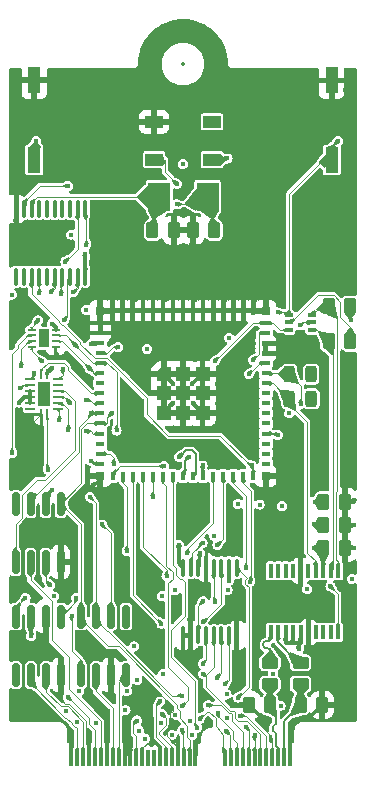
<source format=gtl>
%TF.GenerationSoftware,KiCad,Pcbnew,8.0.1-rc1*%
%TF.CreationDate,2024-08-22T21:46:20-04:00*%
%TF.ProjectId,SoM_V2,536f4d5f-5632-42e6-9b69-6361645f7063,rev?*%
%TF.SameCoordinates,Original*%
%TF.FileFunction,Copper,L1,Top*%
%TF.FilePolarity,Positive*%
%FSLAX46Y46*%
G04 Gerber Fmt 4.6, Leading zero omitted, Abs format (unit mm)*
G04 Created by KiCad (PCBNEW 8.0.1-rc1) date 2024-08-22 21:46:20*
%MOMM*%
%LPD*%
G01*
G04 APERTURE LIST*
G04 Aperture macros list*
%AMRoundRect*
0 Rectangle with rounded corners*
0 $1 Rounding radius*
0 $2 $3 $4 $5 $6 $7 $8 $9 X,Y pos of 4 corners*
0 Add a 4 corners polygon primitive as box body*
4,1,4,$2,$3,$4,$5,$6,$7,$8,$9,$2,$3,0*
0 Add four circle primitives for the rounded corners*
1,1,$1+$1,$2,$3*
1,1,$1+$1,$4,$5*
1,1,$1+$1,$6,$7*
1,1,$1+$1,$8,$9*
0 Add four rect primitives between the rounded corners*
20,1,$1+$1,$2,$3,$4,$5,0*
20,1,$1+$1,$4,$5,$6,$7,0*
20,1,$1+$1,$6,$7,$8,$9,0*
20,1,$1+$1,$8,$9,$2,$3,0*%
%AMOutline5P*
0 Free polygon, 5 corners , with rotation*
0 The origin of the aperture is its center*
0 number of corners: always 5*
0 $1 to $10 corner X, Y*
0 $11 Rotation angle, in degrees counterclockwise*
0 create outline with 5 corners*
4,1,5,$1,$2,$3,$4,$5,$6,$7,$8,$9,$10,$1,$2,$11*%
%AMOutline6P*
0 Free polygon, 6 corners , with rotation*
0 The origin of the aperture is its center*
0 number of corners: always 6*
0 $1 to $12 corner X, Y*
0 $13 Rotation angle, in degrees counterclockwise*
0 create outline with 6 corners*
4,1,6,$1,$2,$3,$4,$5,$6,$7,$8,$9,$10,$11,$12,$1,$2,$13*%
%AMOutline7P*
0 Free polygon, 7 corners , with rotation*
0 The origin of the aperture is its center*
0 number of corners: always 7*
0 $1 to $14 corner X, Y*
0 $15 Rotation angle, in degrees counterclockwise*
0 create outline with 7 corners*
4,1,7,$1,$2,$3,$4,$5,$6,$7,$8,$9,$10,$11,$12,$13,$14,$1,$2,$15*%
%AMOutline8P*
0 Free polygon, 8 corners , with rotation*
0 The origin of the aperture is its center*
0 number of corners: always 8*
0 $1 to $16 corner X, Y*
0 $17 Rotation angle, in degrees counterclockwise*
0 create outline with 8 corners*
4,1,8,$1,$2,$3,$4,$5,$6,$7,$8,$9,$10,$11,$12,$13,$14,$15,$16,$1,$2,$17*%
G04 Aperture macros list end*
%TA.AperFunction,SMDPad,CuDef*%
%ADD10RoundRect,0.250000X0.450000X-0.262500X0.450000X0.262500X-0.450000X0.262500X-0.450000X-0.262500X0*%
%TD*%
%TA.AperFunction,SMDPad,CuDef*%
%ADD11R,0.400000X1.200000*%
%TD*%
%TA.AperFunction,SMDPad,CuDef*%
%ADD12RoundRect,0.250000X-0.262500X-0.450000X0.262500X-0.450000X0.262500X0.450000X-0.262500X0.450000X0*%
%TD*%
%TA.AperFunction,SMDPad,CuDef*%
%ADD13RoundRect,0.243750X-0.243750X-0.456250X0.243750X-0.456250X0.243750X0.456250X-0.243750X0.456250X0*%
%TD*%
%TA.AperFunction,SMDPad,CuDef*%
%ADD14RoundRect,0.062500X-0.300000X-0.062500X0.300000X-0.062500X0.300000X0.062500X-0.300000X0.062500X0*%
%TD*%
%TA.AperFunction,HeatsinkPad*%
%ADD15R,0.900000X1.600000*%
%TD*%
%TA.AperFunction,SMDPad,CuDef*%
%ADD16R,0.350000X1.450000*%
%TD*%
%TA.AperFunction,SMDPad,CuDef*%
%ADD17RoundRect,0.150000X0.150000X-0.825000X0.150000X0.825000X-0.150000X0.825000X-0.150000X-0.825000X0*%
%TD*%
%TA.AperFunction,SMDPad,CuDef*%
%ADD18R,1.120000X2.160000*%
%TD*%
%TA.AperFunction,SMDPad,CuDef*%
%ADD19R,0.800000X0.400000*%
%TD*%
%TA.AperFunction,SMDPad,CuDef*%
%ADD20R,0.400000X0.800000*%
%TD*%
%TA.AperFunction,SMDPad,CuDef*%
%ADD21Outline5P,-0.600000X0.204000X-0.204000X0.600000X0.600000X0.600000X0.600000X-0.600000X-0.600000X-0.600000X0.000000*%
%TD*%
%TA.AperFunction,SMDPad,CuDef*%
%ADD22R,1.200000X1.200000*%
%TD*%
%TA.AperFunction,SMDPad,CuDef*%
%ADD23R,0.800000X0.800000*%
%TD*%
%TA.AperFunction,SMDPad,CuDef*%
%ADD24RoundRect,0.100000X0.225000X0.100000X-0.225000X0.100000X-0.225000X-0.100000X0.225000X-0.100000X0*%
%TD*%
%TA.AperFunction,SMDPad,CuDef*%
%ADD25RoundRect,0.100000X0.100000X-0.637500X0.100000X0.637500X-0.100000X0.637500X-0.100000X-0.637500X0*%
%TD*%
%TA.AperFunction,SMDPad,CuDef*%
%ADD26RoundRect,0.250000X0.262500X0.450000X-0.262500X0.450000X-0.262500X-0.450000X0.262500X-0.450000X0*%
%TD*%
%TA.AperFunction,SMDPad,CuDef*%
%ADD27R,1.500000X1.000000*%
%TD*%
%TA.AperFunction,SMDPad,CuDef*%
%ADD28RoundRect,0.062500X-0.062500X-0.350000X0.062500X-0.350000X0.062500X0.350000X-0.062500X0.350000X0*%
%TD*%
%TA.AperFunction,SMDPad,CuDef*%
%ADD29RoundRect,0.062500X-0.350000X-0.062500X0.350000X-0.062500X0.350000X0.062500X-0.350000X0.062500X0*%
%TD*%
%TA.AperFunction,HeatsinkPad*%
%ADD30R,1.000000X2.000000*%
%TD*%
%TA.AperFunction,SMDPad,CuDef*%
%ADD31RoundRect,0.150000X-0.150000X0.825000X-0.150000X-0.825000X0.150000X-0.825000X0.150000X0.825000X0*%
%TD*%
%TA.AperFunction,SMDPad,CuDef*%
%ADD32R,1.900000X2.400000*%
%TD*%
%TA.AperFunction,SMDPad,CuDef*%
%ADD33RoundRect,0.100000X-0.100000X0.637500X-0.100000X-0.637500X0.100000X-0.637500X0.100000X0.637500X0*%
%TD*%
%TA.AperFunction,ViaPad*%
%ADD34C,0.450000*%
%TD*%
%TA.AperFunction,Conductor*%
%ADD35C,0.120000*%
%TD*%
%TA.AperFunction,Conductor*%
%ADD36C,0.300000*%
%TD*%
%TA.AperFunction,Conductor*%
%ADD37C,0.200000*%
%TD*%
%ADD38C,0.270000*%
%ADD39C,0.350000*%
G04 APERTURE END LIST*
D10*
%TO.P,R310,1*%
%TO.N,/Communication/DR+*%
X143355000Y-131582500D03*
%TO.P,R310,2*%
%TO.N,/Communication/D+*%
X143355000Y-129757500D03*
%TD*%
D11*
%TO.P,U304,1,~{DTR}*%
%TO.N,DTR*%
X149132500Y-121975000D03*
%TO.P,U304,2,~{RTS}*%
%TO.N,RTS*%
X148497500Y-121975000D03*
%TO.P,U304,3,VCCIO*%
%TO.N,Vcc_3V3*%
X147862500Y-121975000D03*
%TO.P,U304,4,RXD*%
%TO.N,U0TXD*%
X147227500Y-121975000D03*
%TO.P,U304,5,~{RI}*%
%TO.N,unconnected-(U304-~{RI}-Pad5)*%
X146592500Y-121975000D03*
%TO.P,U304,6,GND*%
%TO.N,GND*%
X145957500Y-121975000D03*
%TO.P,U304,7,~{DSR}*%
%TO.N,unconnected-(U304-~{DSR}-Pad7)*%
X145322500Y-121975000D03*
%TO.P,U304,8,~{DCD}*%
%TO.N,unconnected-(U304-~{DCD}-Pad8)*%
X144687500Y-121975000D03*
%TO.P,U304,9,~{CTS}*%
%TO.N,unconnected-(U304-~{CTS}-Pad9)*%
X144052500Y-121975000D03*
%TO.P,U304,10,CBUS2*%
%TO.N,unconnected-(U304-CBUS2-Pad10)*%
X143417500Y-121975000D03*
%TO.P,U304,11,USBDP*%
%TO.N,/Communication/D+*%
X143417500Y-127175000D03*
%TO.P,U304,12,USBDM*%
%TO.N,/Communication/D-*%
X144052500Y-127175000D03*
%TO.P,U304,13,3V3OUT*%
%TO.N,Vcc_3V3*%
X144687500Y-127175000D03*
%TO.P,U304,14,~{RESET}*%
X145322500Y-127175000D03*
%TO.P,U304,15,VCC*%
X145957500Y-127175000D03*
%TO.P,U304,16,GND*%
%TO.N,GND*%
X146592500Y-127175000D03*
%TO.P,U304,17,CBUS1*%
%TO.N,unconnected-(U304-CBUS1-Pad17)*%
X147227500Y-127175000D03*
%TO.P,U304,18,CBUS0*%
%TO.N,unconnected-(U304-CBUS0-Pad18)*%
X147862500Y-127175000D03*
%TO.P,U304,19,CBUS3*%
%TO.N,unconnected-(U304-CBUS3-Pad19)*%
X148497500Y-127175000D03*
%TO.P,U304,20,TXD*%
%TO.N,U0RXD*%
X149132500Y-127175000D03*
%TD*%
D12*
%TO.P,C303,1*%
%TO.N,Net-(U302-OSC2)*%
X133412500Y-93150000D03*
%TO.P,C303,2*%
%TO.N,GND*%
X135237500Y-93150000D03*
%TD*%
D13*
%TO.P,RX,1,K*%
%TO.N,U0RXD*%
X144987500Y-105325000D03*
%TO.P,RX,2,A*%
%TO.N,Net-(D301-A)*%
X146862500Y-105325000D03*
%TD*%
D14*
%TO.P,U501,1,PWM1*%
%TO.N,Net-(J201J-PWM_1_PCA)*%
X123195000Y-101550000D03*
%TO.P,U501,2,PWM2*%
%TO.N,Net-(J201J-PWM_2_PCA)*%
X123195000Y-102050000D03*
%TO.P,U501,3,PWM3*%
%TO.N,Net-(J201J-PWM_3_PCA)*%
X123195000Y-102550000D03*
%TO.P,U501,4,PWM4*%
%TO.N,Net-(J201J-PWM_4_PCA)*%
X123195000Y-103050000D03*
%TO.P,U501,5,GND*%
%TO.N,GND*%
X125220000Y-103050000D03*
%TO.P,U501,6,SCL6*%
%TO.N,I2C_SCL_ESP32*%
X125220000Y-102550000D03*
%TO.P,U501,7,SDA*%
%TO.N,I2C_SDA_ESP32*%
X125220000Y-102050000D03*
%TO.P,U501,8,VCC*%
%TO.N,Vcc_3V3*%
X125220000Y-101550000D03*
D15*
%TO.P,U501,9*%
%TO.N,N/C*%
X124207500Y-102300000D03*
%TD*%
D10*
%TO.P,R309,1*%
%TO.N,/Communication/DR-*%
X145945000Y-131582500D03*
%TO.P,R309,2*%
%TO.N,/Communication/D-*%
X145945000Y-129757500D03*
%TD*%
D16*
%TO.P,J201,1,GND*%
%TO.N,GND*%
X145050000Y-137800000D03*
%TO.P,J201,3,USB_D-_FT231*%
%TO.N,/Communication/DR-*%
X144550000Y-137800000D03*
%TO.P,J201,5,USB_D+_FT231*%
%TO.N,/Communication/DR+*%
X144050000Y-137800000D03*
%TO.P,J201,7,GND*%
%TO.N,GND*%
X143550000Y-137800000D03*
%TO.P,J201,9,I2C_SDA_1_TCA*%
%TO.N,I2C_SDA_0_TCA*%
X143050000Y-137800000D03*
%TO.P,J201,11,I2C_SCL_1_TCA*%
%TO.N,I2C_SCL_0_TCA*%
X142550000Y-137800000D03*
%TO.P,J201,13,I2C_SDA_2_TCA*%
%TO.N,I2C_SDA_1_TCA*%
X142050000Y-137800000D03*
%TO.P,J201,15,I2C_SCL_2_TCA*%
%TO.N,I2C_SCL_1_TCA*%
X141550000Y-137800000D03*
%TO.P,J201,17,I2C_SDA_4_TCA*%
%TO.N,I2C_SDA_3_TCA*%
X141050000Y-137800000D03*
%TO.P,J201,19,I2C_SCL_4_TCA*%
%TO.N,I2C_SCL_3_TCA*%
X140550000Y-137800000D03*
%TO.P,J201,21,SPI_CS_6*%
%TO.N,SPI_6_ESP32*%
X140050000Y-137800000D03*
%TO.P,J201,23,SPI_CLK*%
%TO.N,SPI_CLK_ESP32*%
X139550000Y-137800000D03*
%TO.P,J201,33,GND*%
%TO.N,GND*%
X137050000Y-137800000D03*
%TO.P,J201,35,SPI_MOSI*%
%TO.N,SPI_MOSI_ESP32*%
X136550000Y-137800000D03*
%TO.P,J201,37,SPI_MISO*%
%TO.N,SPI_MISO_ESP32*%
X136050000Y-137800000D03*
%TO.P,J201,39,GND*%
%TO.N,GND*%
X135550000Y-137800000D03*
%TO.P,J201,41,GPIO16*%
%TO.N,GPIO16*%
X135050000Y-137800000D03*
%TO.P,J201,43,NC*%
%TO.N,GPIO33*%
X134550000Y-137800000D03*
%TO.P,J201,45,GND*%
%TO.N,GND*%
X134050000Y-137800000D03*
%TO.P,J201,47,REFCLKn/NC*%
%TO.N,unconnected-(J201L-REFCLKn{slash}NC-Pad47)*%
X133550000Y-137800000D03*
%TO.P,J201,49,REFCLKp/NC*%
%TO.N,unconnected-(J201L-REFCLKp{slash}NC-Pad49)*%
X133050000Y-137800000D03*
%TO.P,J201,51,GND*%
%TO.N,GND*%
X132550000Y-137800000D03*
%TO.P,J201,53,NC*%
%TO.N,GPIO46*%
X132050000Y-137800000D03*
%TO.P,J201,55,GND*%
%TO.N,GND*%
X131550000Y-137800000D03*
%TO.P,J201,57,GND*%
X131050000Y-137800000D03*
%TO.P,J201,59,DAC_1_MCP48*%
%TO.N,Net-(J201I-DAC_1_MCP48)*%
X130550000Y-137800000D03*
%TO.P,J201,61,DAC_2_MCP48*%
%TO.N,Net-(J201I-DAC_2_MCP48)*%
X130050000Y-137800000D03*
%TO.P,J201,63,GND*%
%TO.N,GND*%
X129550000Y-137800000D03*
%TO.P,J201,65,ADC_1_MCP3202*%
%TO.N,Net-(J201I-ADC_1_MCP3202)*%
X129050000Y-137800000D03*
%TO.P,J201,67,ADC_2_MCP3202*%
%TO.N,Net-(J201I-ADC_2_MCP3202)*%
X128550000Y-137800000D03*
%TO.P,J201,69,GND*%
%TO.N,GND*%
X128050000Y-137800000D03*
%TO.P,J201,71,CAN_H_MCP2515*%
%TO.N,Net-(J201D-CAN_H_MCP2515)*%
X127550000Y-137800000D03*
%TO.P,J201,73,CAN_L_MCP2515*%
%TO.N,Net-(J201D-CAN_L_MCP2515)*%
X127050000Y-137800000D03*
%TO.P,J201,75,GND*%
%TO.N,GND*%
X126550000Y-137800000D03*
%TD*%
D13*
%TO.P,TX,1,K*%
%TO.N,U0TXD*%
X145000000Y-107400000D03*
%TO.P,TX,2,A*%
%TO.N,Net-(D302-A)*%
X146875000Y-107400000D03*
%TD*%
D17*
%TO.P,U402,1,~{CS}/SHDN*%
%TO.N,SPI_ADC_ESP32*%
X121820000Y-121250000D03*
%TO.P,U402,2,CH0*%
%TO.N,Net-(J201I-ADC_1_MCP3202)*%
X123090000Y-121250000D03*
%TO.P,U402,3,CH1*%
%TO.N,Net-(J201I-ADC_2_MCP3202)*%
X124360000Y-121250000D03*
%TO.P,U402,4,VSS*%
%TO.N,GND*%
X125630000Y-121250000D03*
%TO.P,U402,5,DIN*%
%TO.N,SPI_MOSI_ESP32*%
X125630000Y-116300000D03*
%TO.P,U402,6,DOUT*%
%TO.N,SPI_MISO_ESP32*%
X124360000Y-116300000D03*
%TO.P,U402,7,CLK*%
%TO.N,SPI_CLK_ESP32*%
X123090000Y-116300000D03*
%TO.P,U402,8,VDD/VREF*%
%TO.N,Vcc_3V3*%
X121820000Y-116300000D03*
%TD*%
D18*
%TO.P,RESET,1,1*%
%TO.N,CHIP_EN*%
X123400000Y-87165000D03*
%TO.P,RESET,2,2*%
%TO.N,GND*%
X123400000Y-80435000D03*
%TD*%
D19*
%TO.P,ESP32-S3-MINI-U1,1,GND*%
%TO.N,GND*%
X129000000Y-101000000D03*
%TO.P,ESP32-S3-MINI-U1,2,GND*%
X129000000Y-101850000D03*
%TO.P,ESP32-S3-MINI-U1,3,3V3*%
%TO.N,Vcc_3V3*%
X129000000Y-102700000D03*
%TO.P,ESP32-S3-MINI-U1,4,IO0*%
%TO.N,GPIO0_BOOT*%
X129000000Y-103550000D03*
%TO.P,ESP32-S3-MINI-U1,5,IO1*%
%TO.N,I2C_SDA_ESP32*%
X129000000Y-104400000D03*
%TO.P,ESP32-S3-MINI-U1,6,IO2*%
%TO.N,I2C_SCL_ESP32*%
X129000000Y-105250000D03*
%TO.P,ESP32-S3-MINI-U1,7,IO3*%
%TO.N,unconnected-(U601-IO3-Pad7)*%
X129000000Y-106100000D03*
%TO.P,ESP32-S3-MINI-U1,8,IO4*%
%TO.N,CS_0*%
X129000000Y-106950000D03*
%TO.P,ESP32-S3-MINI-U1,9,IO5*%
%TO.N,CS_1*%
X129000000Y-107800000D03*
%TO.P,ESP32-S3-MINI-U1,10,IO6*%
%TO.N,SPI_CLK_ESP32*%
X129000000Y-108650000D03*
%TO.P,ESP32-S3-MINI-U1,11,IO7*%
%TO.N,SPI_MOSI_ESP32*%
X129000000Y-109500000D03*
%TO.P,ESP32-S3-MINI-U1,12,IO8*%
%TO.N,SPI_MISO_ESP32*%
X129000000Y-110350000D03*
%TO.P,ESP32-S3-MINI-U1,13,IO9*%
%TO.N,REFCLKn*%
X129000000Y-111200000D03*
%TO.P,ESP32-S3-MINI-U1,14,IO10*%
%TO.N,SUSCLK*%
X129000000Y-112050000D03*
%TO.P,ESP32-S3-MINI-U1,15,IO11*%
%TO.N,RESET_OTHERS*%
X129000000Y-112900000D03*
D20*
%TO.P,ESP32-S3-MINI-U1,16,IO12*%
%TO.N,I2S_BCLK*%
X130050000Y-113950000D03*
%TO.P,ESP32-S3-MINI-U1,17,IO13*%
%TO.N,I2S_WS*%
X130900000Y-113950000D03*
%TO.P,ESP32-S3-MINI-U1,18,IO14*%
%TO.N,I2S_DIN{slash}DOUT*%
X131750000Y-113950000D03*
%TO.P,ESP32-S3-MINI-U1,19,IO15*%
%TO.N,GPIO15*%
X132600000Y-113950000D03*
%TO.P,ESP32-S3-MINI-U1,20,IO16*%
%TO.N,GPIO16*%
X133450000Y-113950000D03*
%TO.P,ESP32-S3-MINI-U1,21,IO17*%
%TO.N,GPIO17_U1_TXD*%
X134300000Y-113950000D03*
%TO.P,ESP32-S3-MINI-U1,22,IO18*%
%TO.N,GPIO18_U1_RXD*%
X135150000Y-113950000D03*
%TO.P,ESP32-S3-MINI-U1,23,IO19*%
%TO.N,DEBUG-*%
X136000000Y-113950000D03*
%TO.P,ESP32-S3-MINI-U1,24,IO20*%
%TO.N,DEBUG+*%
X136850000Y-113950000D03*
%TO.P,ESP32-S3-MINI-U1,25,IO21*%
%TO.N,CS_2*%
X137700000Y-113950000D03*
%TO.P,ESP32-S3-MINI-U1,26,IO26*%
%TO.N,GPIO26*%
X138550000Y-113950000D03*
%TO.P,ESP32-S3-MINI-U1,27,IO47*%
%TO.N,GPIO47*%
X139400000Y-113950000D03*
%TO.P,ESP32-S3-MINI-U1,28,IO33*%
%TO.N,GPIO33*%
X140250000Y-113950000D03*
%TO.P,ESP32-S3-MINI-U1,29,IO34*%
%TO.N,GPIO34*%
X141100000Y-113950000D03*
%TO.P,ESP32-S3-MINI-U1,30,IO48*%
%TO.N,GPIO48{slash}CAN_INT*%
X141950000Y-113950000D03*
D19*
%TO.P,ESP32-S3-MINI-U1,31,IO35*%
%TO.N,unconnected-(U601-IO35-Pad31)*%
X143000000Y-112900000D03*
%TO.P,ESP32-S3-MINI-U1,32,IO36*%
%TO.N,unconnected-(U601-IO36-Pad32)*%
X143000000Y-112050000D03*
%TO.P,ESP32-S3-MINI-U1,33,IO37*%
%TO.N,unconnected-(U601-IO37-Pad33)*%
X143000000Y-111200000D03*
%TO.P,ESP32-S3-MINI-U1,34,IO38*%
%TO.N,GPIO38_ADDRESSABLE_LED*%
X143000000Y-110350000D03*
%TO.P,ESP32-S3-MINI-U1,35,IO39*%
%TO.N,unconnected-(U601-IO39-Pad35)*%
X143000000Y-109500000D03*
%TO.P,ESP32-S3-MINI-U1,36,IO40*%
%TO.N,unconnected-(U601-IO40-Pad36)*%
X143000000Y-108650000D03*
%TO.P,ESP32-S3-MINI-U1,37,IO41*%
%TO.N,unconnected-(U601-IO41-Pad37)*%
X143000000Y-107800000D03*
%TO.P,ESP32-S3-MINI-U1,38,IO42*%
%TO.N,unconnected-(U601-IO42-Pad38)*%
X143000000Y-106950000D03*
%TO.P,ESP32-S3-MINI-U1,39,TXD0*%
%TO.N,U0TXD*%
X143000000Y-106100000D03*
%TO.P,ESP32-S3-MINI-U1,40,RXD0*%
%TO.N,U0RXD*%
X143000000Y-105250000D03*
%TO.P,ESP32-S3-MINI-U1,41,IO45*%
%TO.N,GPIO45*%
X143000000Y-104400000D03*
%TO.P,ESP32-S3-MINI-U1,42,GND*%
%TO.N,GND*%
X143000000Y-103550000D03*
%TO.P,ESP32-S3-MINI-U1,43,GND*%
X143000000Y-102700000D03*
%TO.P,ESP32-S3-MINI-U1,44,IO46*%
%TO.N,GPIO46*%
X143000000Y-101850000D03*
%TO.P,ESP32-S3-MINI-U1,45,EN*%
%TO.N,CHIP_EN*%
X143000000Y-101000000D03*
D20*
%TO.P,ESP32-S3-MINI-U1,46,GND*%
%TO.N,GND*%
X141950000Y-99950000D03*
%TO.P,ESP32-S3-MINI-U1,47,GND*%
X141100000Y-99950000D03*
%TO.P,ESP32-S3-MINI-U1,48,GND*%
X140250000Y-99950000D03*
%TO.P,ESP32-S3-MINI-U1,49,GND*%
X139400000Y-99950000D03*
%TO.P,ESP32-S3-MINI-U1,50,GND*%
X138550000Y-99950000D03*
%TO.P,ESP32-S3-MINI-U1,51,GND*%
X137700000Y-99950000D03*
%TO.P,ESP32-S3-MINI-U1,52,GND*%
X136850000Y-99950000D03*
%TO.P,ESP32-S3-MINI-U1,53,GND*%
X136000000Y-99950000D03*
%TO.P,ESP32-S3-MINI-U1,54,GND*%
X135150000Y-99950000D03*
%TO.P,ESP32-S3-MINI-U1,55,GND*%
X134300000Y-99950000D03*
%TO.P,ESP32-S3-MINI-U1,56,GND*%
X133450000Y-99950000D03*
%TO.P,ESP32-S3-MINI-U1,57,GND*%
X132600000Y-99950000D03*
%TO.P,ESP32-S3-MINI-U1,58,GND*%
X131750000Y-99950000D03*
%TO.P,ESP32-S3-MINI-U1,59,GND*%
X130900000Y-99950000D03*
%TO.P,ESP32-S3-MINI-U1,60,GND*%
X130050000Y-99950000D03*
D21*
%TO.P,ESP32-S3-MINI-U1,61,GND*%
X134350000Y-105300000D03*
D22*
X134350000Y-106950000D03*
X134350000Y-108600000D03*
X136000000Y-105300000D03*
X136000000Y-106950000D03*
X136000000Y-108600000D03*
X137650000Y-105300000D03*
X137650000Y-106950000D03*
X137650000Y-108600000D03*
D23*
%TO.P,ESP32-S3-MINI-U1,62,GND*%
X129000000Y-99950000D03*
%TO.P,ESP32-S3-MINI-U1,63,GND*%
X129000000Y-113950000D03*
%TO.P,ESP32-S3-MINI-U1,64,GND*%
X143000000Y-113950000D03*
%TO.P,ESP32-S3-MINI-U1,65,GND*%
X143000000Y-99950000D03*
%TD*%
D12*
%TO.P,R603,1*%
%TO.N,RTS*%
X148327500Y-102540000D03*
%TO.P,R603,2*%
%TO.N,Net-(Q601B-B2)*%
X150152500Y-102540000D03*
%TD*%
%TO.P,C307,1*%
%TO.N,Vcc_3V3*%
X147887500Y-120025000D03*
%TO.P,C307,2*%
%TO.N,GND*%
X149712500Y-120025000D03*
%TD*%
%TO.P,C306,1*%
%TO.N,Vcc_3V3*%
X147875000Y-118075000D03*
%TO.P,C306,2*%
%TO.N,GND*%
X149700000Y-118075000D03*
%TD*%
D24*
%TO.P,Q601,1,E1*%
%TO.N,RTS*%
X146880000Y-101592500D03*
%TO.P,Q601,2,B1*%
%TO.N,Net-(Q601A-B1)*%
X146880000Y-100942500D03*
%TO.P,Q601,3,C2*%
%TO.N,DTR*%
X146880000Y-100292500D03*
%TO.P,Q601,4,E2*%
%TO.N,GPIO0_BOOT*%
X144980000Y-100292500D03*
%TO.P,Q601,5,B2*%
%TO.N,Net-(Q601B-B2)*%
X144980000Y-100942500D03*
%TO.P,Q601,6,C1*%
%TO.N,CHIP_EN*%
X144980000Y-101592500D03*
%TD*%
D25*
%TO.P,U301,1,A0*%
%TO.N,GND*%
X136000000Y-127425000D03*
%TO.P,U301,2,A1*%
X136650000Y-127425000D03*
%TO.P,U301,3,RESET_N*%
%TO.N,RESET_OTHERS*%
X137300000Y-127425000D03*
%TO.P,U301,4,SD0*%
%TO.N,I2C_SDA_0_TCA*%
X137950000Y-127425000D03*
%TO.P,U301,5,SC0*%
%TO.N,I2C_SCL_0_TCA*%
X138600000Y-127425000D03*
%TO.P,U301,6,SD1*%
%TO.N,I2C_SDA_1_TCA*%
X139250000Y-127425000D03*
%TO.P,U301,7,SC1*%
%TO.N,I2C_SCL_1_TCA*%
X139900000Y-127425000D03*
%TO.P,U301,8,GND*%
%TO.N,GND*%
X140550000Y-127425000D03*
%TO.P,U301,9,SD2*%
%TO.N,I2C_SDA_2_TCA*%
X140550000Y-121700000D03*
%TO.P,U301,10,SC2*%
%TO.N,I2C_SCL_2_TCA*%
X139900000Y-121700000D03*
%TO.P,U301,11,SD3*%
%TO.N,I2C_SDA_3_TCA*%
X139250000Y-121700000D03*
%TO.P,U301,12,SC3*%
%TO.N,I2C_SCL_3_TCA*%
X138600000Y-121700000D03*
%TO.P,U301,13,A2*%
%TO.N,GND*%
X137950000Y-121700000D03*
%TO.P,U301,14,SCL*%
%TO.N,I2C_SCL_ESP32*%
X137300000Y-121700000D03*
%TO.P,U301,15,SDA*%
%TO.N,I2C_SDA_ESP32*%
X136650000Y-121700000D03*
%TO.P,U301,16,VCC*%
%TO.N,Vcc_3V3*%
X136000000Y-121700000D03*
%TD*%
D26*
%TO.P,C304,1*%
%TO.N,Net-(U302-OSC1)*%
X138637500Y-93150000D03*
%TO.P,C304,2*%
%TO.N,GND*%
X136812500Y-93150000D03*
%TD*%
D27*
%TO.P,LED,1,VSS*%
%TO.N,GND*%
X133550000Y-83950000D03*
%TO.P,LED,2,DIN*%
%TO.N,GPIO38_ADDRESSABLE_LED*%
X133550000Y-87150000D03*
%TO.P,LED,3,VDD*%
%TO.N,Vcc_3V3*%
X138450000Y-87150000D03*
%TO.P,LED,4,DO*%
%TO.N,unconnected-(D501-DO-Pad4)*%
X138450000Y-83950000D03*
%TD*%
D26*
%TO.P,C309,1*%
%TO.N,/Communication/DR+*%
X143367500Y-133320000D03*
%TO.P,C309,2*%
%TO.N,GND*%
X141542500Y-133320000D03*
%TD*%
D12*
%TO.P,C308,1*%
%TO.N,/Communication/DR-*%
X145957500Y-133320000D03*
%TO.P,C308,2*%
%TO.N,GND*%
X147782500Y-133320000D03*
%TD*%
D28*
%TO.P,U602,1,A0*%
%TO.N,CS_0*%
X124000000Y-105337500D03*
D29*
%TO.P,U602,2,A1*%
%TO.N,CS_1*%
X123062500Y-105775000D03*
%TO.P,U602,3,A2*%
%TO.N,CS_2*%
X123062500Y-106275000D03*
%TO.P,U602,4,~{E1}*%
%TO.N,Vcc_3V3*%
X123062500Y-106775000D03*
%TO.P,U602,5,~{E2}*%
X123062500Y-107275000D03*
%TO.P,U602,6,E3*%
X123062500Y-107775000D03*
%TO.P,U602,7,Y7*%
%TO.N,SPI_7_ESP32*%
X123062500Y-108275000D03*
D28*
%TO.P,U602,8,GND*%
%TO.N,GND*%
X124000000Y-108712500D03*
%TO.P,U602,9,Y6*%
%TO.N,SPI_6_ESP32*%
X124500000Y-108712500D03*
D29*
%TO.P,U602,10,Y5*%
%TO.N,SPI_5_ESP32*%
X125437500Y-108275000D03*
%TO.P,U602,11,Y4*%
%TO.N,LDAC_DAC*%
X125437500Y-107775000D03*
%TO.P,U602,12,Y3*%
%TO.N,SPI_DAC_ESP32*%
X125437500Y-107275000D03*
%TO.P,U602,13,Y2*%
%TO.N,SPI_ADC_ESP32*%
X125437500Y-106775000D03*
%TO.P,U602,14,Y1*%
%TO.N,SPI_SD_ESP32*%
X125437500Y-106275000D03*
%TO.P,U602,15,Y0*%
%TO.N,SPI_CAN_ESP32*%
X125437500Y-105775000D03*
D28*
%TO.P,U602,16,VCC*%
%TO.N,Vcc_3V3*%
X124500000Y-105337500D03*
D30*
%TO.P,U602,17*%
%TO.N,N/C*%
X124250000Y-107025000D03*
%TD*%
D31*
%TO.P,U303,1,TXD*%
%TO.N,Net-(U302-TXCAN)*%
X125655000Y-125850000D03*
%TO.P,U303,2,GND*%
%TO.N,GND*%
X124385000Y-125850000D03*
%TO.P,U303,3,VCC*%
%TO.N,Vcc_3V3*%
X123115000Y-125850000D03*
%TO.P,U303,4,RXD*%
%TO.N,Net-(U302-RXCAN)*%
X121845000Y-125850000D03*
%TO.P,U303,5,NC*%
%TO.N,unconnected-(U303-NC-Pad5)*%
X121845000Y-130800000D03*
%TO.P,U303,6,CANL*%
%TO.N,Net-(J201D-CAN_L_MCP2515)*%
X123115000Y-130800000D03*
%TO.P,U303,7,CANH*%
%TO.N,Net-(J201D-CAN_H_MCP2515)*%
X124385000Y-130800000D03*
%TO.P,U303,8,S*%
%TO.N,GND*%
X125655000Y-130800000D03*
%TD*%
%TO.P,U401,1,Vdd*%
%TO.N,Vcc_3V3*%
X131155000Y-125850000D03*
%TO.P,U401,2,~{CS}*%
%TO.N,SPI_DAC_ESP32*%
X129885000Y-125850000D03*
%TO.P,U401,3,SCK*%
%TO.N,SPI_CLK_ESP32*%
X128615000Y-125850000D03*
%TO.P,U401,4,SDI*%
%TO.N,SPI_MOSI_ESP32*%
X127345000Y-125850000D03*
%TO.P,U401,5,~{LDAC}*%
%TO.N,LDAC_DAC*%
X127345000Y-130800000D03*
%TO.P,U401,6,VB*%
%TO.N,Net-(J201I-DAC_2_MCP48)*%
X128615000Y-130800000D03*
%TO.P,U401,7,Vss*%
%TO.N,GND*%
X129885000Y-130800000D03*
%TO.P,U401,8,VA*%
%TO.N,Net-(J201I-DAC_1_MCP48)*%
X131155000Y-130800000D03*
%TD*%
D32*
%TO.P,Y301,1,1*%
%TO.N,Net-(U302-OSC1)*%
X138075000Y-90300000D03*
%TO.P,Y301,2,2*%
%TO.N,Net-(U302-OSC2)*%
X133975000Y-90300000D03*
%TD*%
D33*
%TO.P,U302,1,TXCAN*%
%TO.N,Net-(U302-TXCAN)*%
X127725000Y-91337500D03*
%TO.P,U302,2,RXCAN*%
%TO.N,Net-(U302-RXCAN)*%
X127075000Y-91337500D03*
%TO.P,U302,3,CLKOUT/SOF*%
%TO.N,unconnected-(U302-CLKOUT{slash}SOF-Pad3)*%
X126425000Y-91337500D03*
%TO.P,U302,4,~{TX0RTS}*%
%TO.N,unconnected-(U302-~{TX0RTS}-Pad4)*%
X125775000Y-91337500D03*
%TO.P,U302,5,~{TX1RTS}*%
%TO.N,unconnected-(U302-~{TX1RTS}-Pad5)*%
X125125000Y-91337500D03*
%TO.P,U302,6,NC*%
%TO.N,unconnected-(U302-NC-Pad6)*%
X124475000Y-91337500D03*
%TO.P,U302,7,~{TX2RTS}*%
%TO.N,unconnected-(U302-~{TX2RTS}-Pad7)*%
X123825000Y-91337500D03*
%TO.P,U302,8,OSC2*%
%TO.N,Net-(U302-OSC2)*%
X123175000Y-91337500D03*
%TO.P,U302,9,OSC1*%
%TO.N,Net-(U302-OSC1)*%
X122525000Y-91337500D03*
%TO.P,U302,10,VSS*%
%TO.N,GND*%
X121875000Y-91337500D03*
%TO.P,U302,11,~{RX1BF}*%
%TO.N,unconnected-(U302-~{RX1BF}-Pad11)*%
X121875000Y-97062500D03*
%TO.P,U302,12,~{RX0BF}*%
%TO.N,unconnected-(U302-~{RX0BF}-Pad12)*%
X122525000Y-97062500D03*
%TO.P,U302,13,~{INT}*%
%TO.N,GPIO48{slash}CAN_INT*%
X123175000Y-97062500D03*
%TO.P,U302,14,SCK*%
%TO.N,SPI_CLK_ESP32*%
X123825000Y-97062500D03*
%TO.P,U302,15,NC*%
%TO.N,unconnected-(U302-NC-Pad15)*%
X124475000Y-97062500D03*
%TO.P,U302,16,SI*%
%TO.N,SPI_MOSI_ESP32*%
X125125000Y-97062500D03*
%TO.P,U302,17,SO*%
%TO.N,SPI_MISO_ESP32*%
X125775000Y-97062500D03*
%TO.P,U302,18,~{CS}*%
%TO.N,SPI_CAN_ESP32*%
X126425000Y-97062500D03*
%TO.P,U302,19,~{RESET}*%
%TO.N,RESET_OTHERS*%
X127075000Y-97062500D03*
%TO.P,U302,20,VDD*%
%TO.N,Vcc_3V3*%
X127725000Y-97062500D03*
%TD*%
D18*
%TO.P,BOOT,1,1*%
%TO.N,GPIO0_BOOT*%
X148575000Y-87190000D03*
%TO.P,BOOT,2,2*%
%TO.N,GND*%
X148575000Y-80460000D03*
%TD*%
D12*
%TO.P,C305,1*%
%TO.N,Vcc_3V3*%
X147875000Y-116125000D03*
%TO.P,C305,2*%
%TO.N,GND*%
X149700000Y-116125000D03*
%TD*%
%TO.P,R602,1*%
%TO.N,DTR*%
X148327500Y-99590000D03*
%TO.P,R602,2*%
%TO.N,Net-(Q601A-B1)*%
X150152500Y-99590000D03*
%TD*%
D34*
%TO.N,GND*%
X149690000Y-106690000D03*
X147150000Y-86370000D03*
X121750000Y-83830000D03*
X147150000Y-83830000D03*
X147150000Y-96530000D03*
X139750000Y-125500000D03*
X121860000Y-92410000D03*
X129370000Y-91450000D03*
X144610000Y-124470000D03*
X127825000Y-116600000D03*
X128400000Y-114725000D03*
X135750000Y-128950000D03*
X142070000Y-91450000D03*
X149690000Y-96530000D03*
X131910000Y-83830000D03*
X125630000Y-129430000D03*
X137950000Y-101330000D03*
X126830000Y-86370000D03*
X142070000Y-86370000D03*
X139530000Y-99070000D03*
X150475000Y-118120000D03*
X149690000Y-88910000D03*
X121750000Y-86370000D03*
X147150000Y-81290000D03*
X136990000Y-96530000D03*
X139530000Y-88910000D03*
X142070000Y-106690000D03*
X125300000Y-103725000D03*
X134450000Y-96530000D03*
X139530000Y-109230000D03*
X134450000Y-76210000D03*
X131910000Y-91450000D03*
X147150000Y-111770000D03*
X133025000Y-111375000D03*
X126830000Y-81290000D03*
X149690000Y-91450000D03*
X144610000Y-88910000D03*
X149690000Y-129550000D03*
X147150000Y-91450000D03*
X142070000Y-109230000D03*
X123470000Y-81900000D03*
X150080000Y-126580000D03*
X147150000Y-93990000D03*
X129370000Y-83830000D03*
X131910000Y-88910000D03*
X136090000Y-101380000D03*
X129370000Y-81290000D03*
X150475000Y-120010000D03*
X121525000Y-102740000D03*
X149690000Y-109230000D03*
X134450000Y-81290000D03*
X149690000Y-81290000D03*
X136150000Y-117825000D03*
X136990000Y-81290000D03*
X131910000Y-93990000D03*
X121750000Y-81290000D03*
X144610000Y-111770000D03*
X135140000Y-107760000D03*
X136990000Y-99070000D03*
X147150000Y-132090000D03*
X140170000Y-133390000D03*
X148620000Y-82030000D03*
X122100000Y-109375000D03*
X139530000Y-91450000D03*
X135140000Y-106120000D03*
X136780000Y-106120000D03*
X134450000Y-99070000D03*
X136990000Y-76210000D03*
X134050000Y-101350000D03*
X150475000Y-116020000D03*
X149690000Y-111770000D03*
X149690000Y-93990000D03*
X147150000Y-114310000D03*
X142070000Y-81290000D03*
X147150000Y-88910000D03*
X142070000Y-83830000D03*
X131250000Y-122425000D03*
X131910000Y-99070000D03*
X149690000Y-104150000D03*
X149690000Y-83830000D03*
X147150000Y-129550000D03*
X132300000Y-120775000D03*
X122650000Y-133550000D03*
X127930000Y-129320000D03*
X142070000Y-93990000D03*
X136710000Y-94400000D03*
X135310000Y-94380000D03*
X124430000Y-127560000D03*
X139530000Y-96530000D03*
X149690000Y-114310000D03*
X135125000Y-134925000D03*
X139100000Y-112325000D03*
X135920000Y-83550000D03*
X136990000Y-104150000D03*
X147150000Y-104150000D03*
X129370000Y-88910000D03*
X131910000Y-81290000D03*
X147150000Y-124470000D03*
X144610000Y-114310000D03*
X144610000Y-81290000D03*
X144610000Y-104150000D03*
X129370000Y-86370000D03*
X121750000Y-88910000D03*
X144610000Y-86370000D03*
X136820000Y-107790000D03*
X142070000Y-111770000D03*
X135375000Y-125475000D03*
X134450000Y-104150000D03*
X149690000Y-132090000D03*
X142070000Y-88910000D03*
X139530000Y-81290000D03*
X138225000Y-134700000D03*
X144610000Y-83830000D03*
X131200000Y-108075000D03*
X148740000Y-133320000D03*
X126830000Y-83830000D03*
X131910000Y-86370000D03*
X132175000Y-133175000D03*
X142070000Y-99070000D03*
X131910000Y-104150000D03*
X125700000Y-119575000D03*
%TO.N,Vcc_3V3*%
X124924500Y-101037500D03*
X139757400Y-87061400D03*
X139775000Y-123600000D03*
X124941400Y-104771600D03*
X128229100Y-102771500D03*
X140620000Y-116330000D03*
X144980000Y-108630000D03*
X131155000Y-125850000D03*
X121820000Y-116300000D03*
X123150000Y-127510000D03*
X150275000Y-122650000D03*
X135975000Y-87525000D03*
X139910000Y-102240000D03*
X135350000Y-123600000D03*
X132950000Y-103175000D03*
X146510000Y-123510000D03*
X126510000Y-93510000D03*
X121525000Y-98580000D03*
X144380000Y-116490000D03*
X142480000Y-116360000D03*
X147130000Y-116125000D03*
X126982150Y-134767850D03*
X127660000Y-95180000D03*
X127790000Y-99867500D03*
X135650000Y-119775000D03*
X147060000Y-118040000D03*
X145804200Y-128569100D03*
X134282200Y-130714800D03*
X122100000Y-107725000D03*
X147060000Y-120020000D03*
%TO.N,Net-(U302-OSC1)*%
X135462700Y-90943900D03*
X126275000Y-89400000D03*
%TO.N,GPIO0_BOOT*%
X130509200Y-103040000D03*
X149117300Y-85589300D03*
X144014600Y-100099100D03*
%TO.N,CHIP_EN*%
X131122600Y-133777900D03*
X123579100Y-85589300D03*
X138690400Y-104194000D03*
%TO.N,I2C_SDA_0_TCA*%
X140810200Y-134246500D03*
X137685100Y-129829600D03*
%TO.N,I2C_SDA_1_TCA*%
X142050200Y-135916000D03*
X138852600Y-131016700D03*
%TO.N,I2C_SDA_3_TCA*%
X138130100Y-133351300D03*
X137719100Y-126291900D03*
%TO.N,I2C_SCL_3_TCA*%
X138929600Y-134032600D03*
X138731600Y-124579600D03*
%TO.N,I2C_SDA_2_TCA*%
X140671900Y-132701300D03*
%TO.N,I2C_SCL_2_TCA*%
X139686600Y-132419900D03*
X139882600Y-122803600D03*
%TO.N,I2C_SCL_0_TCA*%
X137713700Y-130705700D03*
%TO.N,I2C_SCL_1_TCA*%
X139537900Y-131567900D03*
X141370794Y-135194706D03*
%TO.N,I2S_BCLK*%
X143643100Y-130686800D03*
X134375500Y-113119000D03*
%TO.N,Net-(D301-A)*%
X146862500Y-105325000D03*
%TO.N,GPIO17_U1_TXD*%
X135925000Y-133425000D03*
%TO.N,Net-(D302-A)*%
X146875000Y-107400000D03*
%TO.N,RESET_OTHERS*%
X132125000Y-131225000D03*
X137698700Y-124550000D03*
X128186500Y-112645200D03*
X126722000Y-98385900D03*
X138625000Y-119000000D03*
%TO.N,GPIO15*%
X134600000Y-122425000D03*
X135048850Y-135851150D03*
%TO.N,GPIO34*%
X141695400Y-122885700D03*
X134107900Y-134860103D03*
%TO.N,I2S_WS*%
X131239100Y-120325400D03*
X134200000Y-124125000D03*
%TO.N,GPIO48{slash}CAN_INT*%
X136570000Y-134700000D03*
X141798500Y-113056900D03*
%TO.N,GPIO26*%
X135340000Y-134175002D03*
X136351200Y-120438600D03*
%TO.N,GPIO46*%
X141902200Y-104110000D03*
X132100000Y-134650000D03*
%TO.N,DEBUG+*%
X135680000Y-112310000D03*
%TO.N,SPI_CLK_ESP32*%
X135900000Y-132550000D03*
X128226500Y-108600400D03*
X123817600Y-98429300D03*
X137400000Y-134499300D03*
X128099000Y-115705900D03*
%TO.N,SPI_MISO_ESP32*%
X127820200Y-110151500D03*
X124918300Y-115096600D03*
X135950000Y-135450000D03*
X125681500Y-98572500D03*
%TO.N,Net-(J201J-PWM_2_PCA)*%
X121525000Y-112003285D03*
X126083000Y-133871200D03*
%TO.N,GPIO16*%
X134225000Y-134098800D03*
X133447100Y-115723000D03*
%TO.N,I2S_DIN{slash}DOUT*%
X134161000Y-126442700D03*
%TO.N,SUSCLK*%
X130141300Y-112931000D03*
X132775000Y-136177600D03*
%TO.N,SPI_MOSI_ESP32*%
X129945400Y-108648600D03*
X124804700Y-98365800D03*
%TO.N,GPIO47*%
X136763507Y-135888507D03*
X138908350Y-119783350D03*
%TO.N,Net-(J201J-PWM_1_PCA)*%
X123718600Y-100780000D03*
X127222200Y-132153300D03*
%TO.N,Net-(J201J-PWM_3_PCA)*%
X122291700Y-104671600D03*
X128635000Y-134900000D03*
%TO.N,I2C_SCL_ESP32*%
X137423700Y-120502600D03*
X128091200Y-104849600D03*
X131232000Y-132150500D03*
%TO.N,GPIO45*%
X132299100Y-135498200D03*
X141574300Y-105303900D03*
%TO.N,GPIO38_ADDRESSABLE_LED*%
X144014600Y-110448100D03*
X135462700Y-89205100D03*
X144255100Y-133390700D03*
%TO.N,GPIO18_U1_RXD*%
X137200000Y-135250000D03*
%TO.N,DEBUG-*%
X136490000Y-112320000D03*
%TO.N,I2C_SDA_ESP32*%
X131850000Y-128375000D03*
X130367500Y-110088300D03*
X126862000Y-102837400D03*
X137650000Y-119600000D03*
%TO.N,Net-(J201I-ADC_2_MCP3202)*%
X124725000Y-123175000D03*
X126250000Y-132675000D03*
%TO.N,Net-(J201J-PWM_4_PCA)*%
X125065700Y-124139000D03*
X124041200Y-104251100D03*
%TO.N,Net-(U302-TXCAN)*%
X126959900Y-124263100D03*
X127814600Y-94380000D03*
%TO.N,Net-(U302-RXCAN)*%
X122653600Y-124263100D03*
X126044500Y-95788500D03*
%TO.N,SPI_CAN_ESP32*%
X125921500Y-100754100D03*
X125825000Y-104875000D03*
%TO.N,U0RXD*%
X148478100Y-123296800D03*
X145966300Y-107851800D03*
%TO.N,LDAC_DAC*%
X126574800Y-125810700D03*
X126289200Y-110015200D03*
%TO.N,SPI_DAC_ESP32*%
X126405200Y-107738600D03*
X129133500Y-118052000D03*
%TO.N,SPI_6_ESP32*%
X139648515Y-135540764D03*
X124575200Y-113397200D03*
%TO.N,SPI_5_ESP32*%
X139720000Y-134439485D03*
X125523500Y-109230300D03*
%TO.N,GPIO33*%
X141327300Y-121771700D03*
X134075000Y-133025000D03*
%TO.N,Net-(Q601A-B1)*%
X150184700Y-100729000D03*
X145930000Y-101196700D03*
%TO.N,CS_1*%
X127817600Y-107509300D03*
X123413700Y-105214700D03*
%TO.N,CS_2*%
X122212700Y-106530400D03*
X137656300Y-113056900D03*
%TD*%
D35*
%TO.N,GND*%
X126356811Y-133216200D02*
X125991200Y-133216200D01*
D36*
X141542500Y-133320000D02*
X143100000Y-134877500D01*
D35*
X134610000Y-135284314D02*
X134610000Y-135999200D01*
D37*
X137050000Y-137070300D02*
X137050000Y-137800000D01*
D35*
X143100000Y-135658188D02*
X143100000Y-135325000D01*
D36*
X132550000Y-137091300D02*
X132550000Y-137800000D01*
X143100000Y-134877500D02*
X143100000Y-135325000D01*
X126550000Y-137115800D02*
X126550000Y-137800000D01*
X137650000Y-105300000D02*
X137600000Y-105300000D01*
D35*
X140550000Y-126300000D02*
X139750000Y-125500000D01*
D36*
X129550000Y-136753500D02*
X129550000Y-137800000D01*
X145828361Y-134624089D02*
X145075000Y-135377450D01*
X124385000Y-125850000D02*
X124385000Y-127515000D01*
D37*
X137622852Y-135559493D02*
X138225000Y-134957345D01*
D36*
X131050000Y-137325300D02*
X131050000Y-137800000D01*
X134350000Y-105330000D02*
X135140000Y-106120000D01*
D35*
X131550000Y-135830975D02*
X131534100Y-135815074D01*
X135125000Y-134546901D02*
X134925000Y-134346901D01*
D36*
X134050000Y-136903800D02*
X133362901Y-136216701D01*
X149712500Y-120025000D02*
X150460000Y-120025000D01*
X140240000Y-133320000D02*
X140170000Y-133390000D01*
D35*
X133190000Y-134190000D02*
X132175000Y-133175000D01*
D36*
X149712000Y-120025000D02*
X149712500Y-120025000D01*
X128050000Y-137040600D02*
X128050000Y-137800000D01*
D35*
X125991200Y-133216200D02*
X125655000Y-132880000D01*
X132550000Y-137800000D02*
X132550000Y-136989499D01*
D36*
X149700000Y-116125000D02*
X150435000Y-116125000D01*
X150460000Y-120025000D02*
X150475000Y-120010000D01*
X131550000Y-137262500D02*
X131550000Y-137800000D01*
D37*
X138225000Y-134957345D02*
X138225000Y-134700000D01*
D36*
X133362901Y-134422901D02*
X133190000Y-134250000D01*
D35*
X123337500Y-109375000D02*
X122100000Y-109375000D01*
X127985000Y-136815000D02*
X127790000Y-136620000D01*
D37*
X137050000Y-136410850D02*
X137424304Y-136036546D01*
D35*
X131550000Y-137800000D02*
X131550000Y-135830975D01*
X128050000Y-137800000D02*
X127985000Y-137735000D01*
X135125000Y-133803103D02*
X135125000Y-133475000D01*
D37*
X137490881Y-135788076D02*
X137622852Y-135559493D01*
D36*
X135238000Y-94307500D02*
X135310000Y-94380000D01*
D37*
X137424304Y-136036546D02*
X137490881Y-135788076D01*
D36*
X147782500Y-133320000D02*
X146478411Y-134624089D01*
D35*
X127790000Y-134649389D02*
X126356811Y-133216200D01*
D36*
X149700000Y-118075000D02*
X150430000Y-118075000D01*
X136812000Y-93150000D02*
X136812000Y-94297500D01*
X134350000Y-105300000D02*
X134350000Y-105330000D01*
X141542000Y-133320000D02*
X140240000Y-133320000D01*
X135550000Y-136939200D02*
X135550000Y-137800000D01*
D35*
X136000000Y-127425000D02*
X136000000Y-128700000D01*
D36*
X147782500Y-133320000D02*
X148740000Y-133320000D01*
X147782000Y-133320000D02*
X147782500Y-133320000D01*
D35*
X132175000Y-133325000D02*
X132175000Y-133175000D01*
X136650000Y-127425000D02*
X136000000Y-127425000D01*
D36*
X137650000Y-108600000D02*
X137630000Y-108600000D01*
X125655000Y-129455000D02*
X125630000Y-129430000D01*
D35*
X127930000Y-133205988D02*
X127930000Y-129320000D01*
X125220000Y-103050000D02*
X125220000Y-103645000D01*
X131534100Y-135815074D02*
X131534100Y-133965900D01*
X127985000Y-137735000D02*
X127985000Y-136815000D01*
X132550000Y-136989499D02*
X133190000Y-136349499D01*
D37*
X137050000Y-137800000D02*
X137050000Y-136410850D01*
D36*
X136812000Y-94297500D02*
X136710000Y-94400000D01*
D35*
X132740000Y-132610000D02*
X132175000Y-133175000D01*
X143550000Y-137800000D02*
X143550000Y-136108188D01*
X135125000Y-133475000D02*
X134260000Y-132610000D01*
X134260000Y-132610000D02*
X132740000Y-132610000D01*
X136000000Y-128700000D02*
X135750000Y-128950000D01*
D36*
X121860000Y-91352500D02*
X121875000Y-91337500D01*
X125655000Y-130800000D02*
X125655000Y-129455000D01*
X124385000Y-127515000D02*
X124430000Y-127560000D01*
D35*
X140550000Y-127425000D02*
X140550000Y-126300000D01*
X135125000Y-134925000D02*
X134969314Y-134925000D01*
D36*
X133362901Y-136216701D02*
X133362901Y-134422901D01*
D35*
X131534100Y-133965900D02*
X132175000Y-133325000D01*
X134610000Y-135999200D02*
X135550000Y-136939200D01*
D36*
X135238000Y-93150000D02*
X135238000Y-94307500D01*
X137630000Y-108600000D02*
X136820000Y-107790000D01*
X150430000Y-118075000D02*
X150475000Y-118120000D01*
X145075000Y-135377450D02*
X145075000Y-137800000D01*
D35*
X124000000Y-108712500D02*
X123337500Y-109375000D01*
D36*
X146478411Y-134624089D02*
X145828361Y-134624089D01*
D35*
X129000000Y-114125000D02*
X128400000Y-114725000D01*
X129000000Y-113950000D02*
X129000000Y-114125000D01*
X134925000Y-134003103D02*
X135125000Y-133803103D01*
X135125000Y-134925000D02*
X135125000Y-134546901D01*
X125220000Y-103645000D02*
X125300000Y-103725000D01*
X134969314Y-134925000D02*
X134610000Y-135284314D01*
D36*
X137600000Y-105300000D02*
X136780000Y-106120000D01*
X150435000Y-116125000D02*
X150540000Y-116020000D01*
D35*
X129550000Y-134825988D02*
X127930000Y-133205988D01*
X133190000Y-136349499D02*
X133190000Y-134190000D01*
X127790000Y-136620000D02*
X127790000Y-134649389D01*
X134925000Y-134346901D02*
X134925000Y-134003103D01*
D36*
X121860000Y-92410000D02*
X121860000Y-91352500D01*
X134350000Y-108550000D02*
X135140000Y-107760000D01*
D35*
X125655000Y-132880000D02*
X125655000Y-130800000D01*
D36*
X134350000Y-108600000D02*
X134350000Y-108550000D01*
D35*
X129550000Y-137800000D02*
X129550000Y-134825988D01*
D36*
X150540000Y-116020000D02*
X150475000Y-116020000D01*
D35*
X143550000Y-136108188D02*
X143100000Y-135658188D01*
D36*
X134050000Y-136903800D02*
X134050000Y-137800000D01*
%TO.N,Vcc_3V3*%
X145322500Y-128056700D02*
X145804200Y-128056700D01*
X139570300Y-87061400D02*
X139481700Y-87150000D01*
X147707700Y-120025000D02*
X147862500Y-120179800D01*
X127725000Y-95245000D02*
X127725000Y-97062500D01*
X145804200Y-128569100D02*
X145804200Y-128056700D01*
X147875000Y-118075000D02*
X147095000Y-118075000D01*
X147707700Y-120025000D02*
X147065000Y-120025000D01*
X128318300Y-102700000D02*
X128246800Y-102771500D01*
X123062500Y-107275000D02*
X122550000Y-107275000D01*
X123115000Y-125850000D02*
X123115000Y-127475000D01*
X145322500Y-127175000D02*
X145322500Y-127615800D01*
X145102100Y-128056700D02*
X144687500Y-128056700D01*
X147888000Y-120025000D02*
X147887500Y-120025000D01*
X147862500Y-120179800D02*
X147862500Y-121975000D01*
X124500000Y-105213000D02*
X124500000Y-105337500D01*
X138450000Y-87150000D02*
X139481700Y-87150000D01*
X124941400Y-104771600D02*
X124500000Y-105213000D01*
X123062500Y-106775000D02*
X123062500Y-107199800D01*
X139757400Y-87061400D02*
X139570300Y-87061400D01*
X123115000Y-127475000D02*
X123150000Y-127510000D01*
X127660000Y-95180000D02*
X127725000Y-95245000D01*
X123062500Y-107199800D02*
X123062500Y-107275000D01*
X147887500Y-120025000D02*
X147707700Y-120025000D01*
X129000000Y-102700000D02*
X128318300Y-102700000D01*
X144687500Y-127175000D02*
X144687500Y-128056700D01*
X145322500Y-127836300D02*
X145322500Y-128056700D01*
X145804200Y-128056700D02*
X145957500Y-128056700D01*
X147065000Y-120025000D02*
X147060000Y-120020000D01*
X124924500Y-101037500D02*
X125220000Y-101333000D01*
X145322500Y-127615800D02*
X145322500Y-127836300D01*
X145322500Y-127836300D02*
X145102100Y-128056700D01*
X135650000Y-119775000D02*
X135650000Y-121350000D01*
X135650000Y-121350000D02*
X136000000Y-121700000D01*
X145957500Y-127175000D02*
X145957500Y-128056700D01*
X128246800Y-102771500D02*
X128229100Y-102771500D01*
X147095000Y-118075000D02*
X147060000Y-118040000D01*
X122550000Y-107275000D02*
X122100000Y-107725000D01*
X147130000Y-116125000D02*
X147875000Y-116125000D01*
X125220000Y-101333000D02*
X125220000Y-101550000D01*
X123062500Y-107275000D02*
X123062500Y-107775000D01*
D35*
%TO.N,/Communication/DR-*%
X145957500Y-133320500D02*
X145957500Y-133320000D01*
D37*
X144550000Y-137800000D02*
X144550000Y-134727500D01*
D35*
X145951500Y-131588500D02*
X145951000Y-131588500D01*
D37*
X145957500Y-133320000D02*
X145957500Y-131595000D01*
X145957500Y-131595000D02*
X145945000Y-131582500D01*
D35*
X145951000Y-131588500D02*
X145945000Y-131582500D01*
D37*
X144550000Y-134727500D02*
X145957500Y-133320000D01*
%TO.N,/Communication/DR+*%
X143607012Y-135505152D02*
X143607012Y-135168140D01*
X143870000Y-134905152D02*
X143870000Y-134568140D01*
D35*
X143361500Y-131588500D02*
X143361000Y-131588500D01*
D37*
X143870000Y-133822500D02*
X143367500Y-133320000D01*
X143367500Y-131595000D02*
X143355000Y-131582500D01*
X143870000Y-136775000D02*
X143870000Y-135768140D01*
X144050000Y-137800000D02*
X144050000Y-136955000D01*
D35*
X143367500Y-133320000D02*
X143368000Y-133320000D01*
X143361000Y-131588500D02*
X143355000Y-131582500D01*
D37*
X144050000Y-136955000D02*
X143870000Y-136775000D01*
X143870000Y-134568140D02*
X143870000Y-133822500D01*
X143367500Y-133320000D02*
X143367500Y-131595000D01*
X143738506Y-135036646D02*
G75*
G03*
X143869946Y-134905152I-6J131446D01*
G01*
X143738506Y-135636646D02*
G75*
G02*
X143607054Y-135505152I-6J131446D01*
G01*
X143607012Y-135168140D02*
G75*
G02*
X143738506Y-135036612I131488J40D01*
G01*
X143870000Y-135768140D02*
G75*
G03*
X143738506Y-135636600I-131500J40D01*
G01*
D35*
%TO.N,Net-(U302-OSC2)*%
X123613112Y-90300000D02*
X133975000Y-90300000D01*
X123175000Y-91337500D02*
X123175000Y-90738112D01*
X133975000Y-91691700D02*
X133412500Y-92254200D01*
X133975000Y-90300000D02*
X133975000Y-91691700D01*
X133412500Y-92254200D02*
X133412500Y-93150000D01*
X123175000Y-90738112D02*
X123613112Y-90300000D01*
%TO.N,Net-(U302-OSC1)*%
X138075000Y-90932500D02*
X138075000Y-91691700D01*
X138637500Y-92254200D02*
X138637500Y-93150000D01*
X138075000Y-91691700D02*
X138637500Y-92254200D01*
X122525000Y-90738112D02*
X122525000Y-91337500D01*
X135474100Y-90932500D02*
X135462700Y-90943900D01*
X138075000Y-90932500D02*
X135474100Y-90932500D01*
X126275000Y-89400000D02*
X123863112Y-89400000D01*
X138075000Y-90300000D02*
X138075000Y-90932500D01*
X123863112Y-89400000D02*
X122525000Y-90738112D01*
%TO.N,GPIO0_BOOT*%
X149117300Y-85589300D02*
X148788300Y-85918300D01*
X129591700Y-103550000D02*
X130101700Y-103040000D01*
X130101700Y-103040000D02*
X130509200Y-103040000D01*
X144980000Y-100099100D02*
X144980000Y-90033300D01*
X144980000Y-90033300D02*
X147823300Y-87190000D01*
X148788300Y-85918300D02*
X148575000Y-85918300D01*
X144980000Y-100292500D02*
X144980000Y-100099100D01*
X148575000Y-87190000D02*
X147823300Y-87190000D01*
X148575000Y-87190000D02*
X148575000Y-85918300D01*
X129000000Y-103550000D02*
X129591700Y-103550000D01*
X144980000Y-100099100D02*
X144014600Y-100099100D01*
%TO.N,CHIP_EN*%
X144184200Y-101592500D02*
X143591700Y-101000000D01*
X123400000Y-85768400D02*
X123400000Y-87165000D01*
X123579100Y-85589300D02*
X123400000Y-85768400D01*
X143000000Y-101000000D02*
X143591700Y-101000000D01*
X138690400Y-104194000D02*
X141884400Y-101000000D01*
X144980000Y-101592500D02*
X144184200Y-101592500D01*
X141884400Y-101000000D02*
X143000000Y-101000000D01*
%TO.N,I2C_SDA_0_TCA*%
X141348900Y-134246500D02*
X140810200Y-134246500D01*
X137685100Y-129829600D02*
X137950000Y-129564700D01*
X137950000Y-129564700D02*
X137950000Y-127425000D01*
X143050000Y-135947600D02*
X141348900Y-134246500D01*
X143050000Y-137800000D02*
X143050000Y-135947600D01*
%TO.N,I2C_SDA_1_TCA*%
X142050000Y-136883300D02*
X142050200Y-136883100D01*
X142050200Y-136883100D02*
X142050200Y-135916000D01*
X138852600Y-131016700D02*
X139250000Y-130619300D01*
X139250000Y-130619300D02*
X139250000Y-127425000D01*
X142050000Y-137800000D02*
X142050000Y-136883300D01*
%TO.N,I2C_SDA_3_TCA*%
X139204989Y-133351300D02*
X138130100Y-133351300D01*
X139250000Y-121700000D02*
X139250000Y-124761000D01*
X141102301Y-135623700D02*
X140135000Y-134656399D01*
X140045000Y-134045000D02*
X139898689Y-134045000D01*
X141050000Y-136883300D02*
X141102301Y-136830999D01*
X140135000Y-134656399D02*
X140135000Y-134135000D01*
X139250000Y-124761000D02*
X137719100Y-126291900D01*
X140135000Y-134135000D02*
X140045000Y-134045000D01*
X141102301Y-136830999D02*
X141102301Y-135623700D01*
X141050000Y-137800000D02*
X141050000Y-136883300D01*
X139898689Y-134045000D02*
X139204989Y-133351300D01*
%TO.N,I2C_SCL_3_TCA*%
X140550000Y-137800000D02*
X140550000Y-136529300D01*
X138600000Y-121700000D02*
X138600000Y-124448000D01*
X138929600Y-134234950D02*
X138929600Y-134032600D01*
X140248900Y-136228200D02*
X140248900Y-135554250D01*
X140248900Y-135554250D02*
X138929600Y-134234950D01*
X138600000Y-124448000D02*
X138731600Y-124579600D01*
X140550000Y-136529300D02*
X140248900Y-136228200D01*
%TO.N,I2C_SDA_2_TCA*%
X141575000Y-131798200D02*
X141575000Y-123352199D01*
X141575000Y-123352199D02*
X141280400Y-123057599D01*
X140671900Y-132701300D02*
X141575000Y-131798200D01*
X141280400Y-123057599D02*
X141280400Y-122713801D01*
X141280400Y-122713801D02*
X141422100Y-122572100D01*
X141422100Y-122572100D02*
X140550000Y-121700000D01*
%TO.N,I2C_SCL_2_TCA*%
X139882600Y-121717400D02*
X139882600Y-122803600D01*
X139900000Y-121700000D02*
X139882600Y-121717400D01*
%TO.N,I2C_SCL_0_TCA*%
X142550000Y-137800000D02*
X142550000Y-135787012D01*
X139998101Y-133805000D02*
X137980000Y-131786899D01*
X137980000Y-130770200D02*
X138600000Y-130150200D01*
X137778200Y-130770200D02*
X137713700Y-130705700D01*
X137980000Y-131786899D02*
X137980000Y-130770200D01*
X140375000Y-134398199D02*
X140375000Y-133900000D01*
X142550000Y-135787012D02*
X141424488Y-134661500D01*
X140638301Y-134661500D02*
X140375000Y-134398199D01*
X141424488Y-134661500D02*
X140638301Y-134661500D01*
X138600000Y-130150200D02*
X138600000Y-127425000D01*
X140375000Y-133900000D02*
X140280000Y-133805000D01*
X137980000Y-130770200D02*
X137778200Y-130770200D01*
X140280000Y-133805000D02*
X139998101Y-133805000D01*
%TO.N,I2C_SCL_1_TCA*%
X139900000Y-127425000D02*
X139900000Y-131205800D01*
X139900000Y-131205800D02*
X139537900Y-131567900D01*
X141550000Y-135373912D02*
X141550000Y-137800000D01*
X141370794Y-135194706D02*
X141550000Y-135373912D01*
%TO.N,I2S_BCLK*%
X130050000Y-113950000D02*
X130050000Y-113764763D01*
X130695763Y-113119000D02*
X134375500Y-113119000D01*
X130050000Y-113764763D02*
X130695763Y-113119000D01*
%TO.N,GPIO17_U1_TXD*%
X134577800Y-114819500D02*
X134300000Y-114541700D01*
X134725000Y-123042463D02*
X135125000Y-122642463D01*
X134577800Y-121553490D02*
X134577800Y-114819500D01*
X135925000Y-133425000D02*
X136426900Y-132923100D01*
X135125000Y-122100690D02*
X134577800Y-121553490D01*
X136426900Y-131806300D02*
X134725000Y-130104400D01*
X136426900Y-132923100D02*
X136426900Y-131806300D01*
X134300000Y-114541700D02*
X134300000Y-113950000D01*
X135125000Y-122642463D02*
X135125000Y-122100690D01*
X134725000Y-130104400D02*
X134725000Y-123042463D01*
%TO.N,RESET_OTHERS*%
X129000000Y-112900000D02*
X128408300Y-112900000D01*
X127075000Y-97062500D02*
X127075000Y-98032900D01*
X127075000Y-98032900D02*
X126722000Y-98385900D01*
X128186500Y-112645200D02*
X128186500Y-112678200D01*
X137300000Y-124948700D02*
X137300000Y-127425000D01*
X137698700Y-124550000D02*
X137300000Y-124948700D01*
X128186500Y-112678200D02*
X128408300Y-112900000D01*
%TO.N,GPIO15*%
X132600000Y-113950000D02*
X132600000Y-119925000D01*
X134600000Y-121925000D02*
X134600000Y-122425000D01*
X132600000Y-119925000D02*
X134600000Y-121925000D01*
%TO.N,GPIO34*%
X141744000Y-122837100D02*
X141744000Y-115185700D01*
X141744000Y-115185700D02*
X141100000Y-114541700D01*
X141100000Y-113950000D02*
X141100000Y-114541700D01*
X141695400Y-122885700D02*
X141744000Y-122837100D01*
%TO.N,I2S_WS*%
X130900000Y-113950000D02*
X130900000Y-114541700D01*
X130900000Y-114541700D02*
X131239100Y-114880800D01*
X131239100Y-114880800D02*
X131239100Y-120325400D01*
%TO.N,GPIO48{slash}CAN_INT*%
X141798500Y-113056900D02*
X141723600Y-113131800D01*
X134739900Y-110530700D02*
X132923100Y-108713900D01*
X132923100Y-108713900D02*
X132923100Y-107334100D01*
X125748900Y-101170800D02*
X125504800Y-100926700D01*
X138890400Y-110537600D02*
X138883500Y-110530700D01*
X125504800Y-100926700D02*
X125504800Y-100864000D01*
X125504800Y-100864000D02*
X123175000Y-98534200D01*
X129564000Y-103975000D02*
X128527000Y-103975000D01*
X123175000Y-98534200D02*
X123175000Y-97062500D01*
X125811600Y-101170800D02*
X125748900Y-101170800D01*
X141723600Y-113131800D02*
X139129300Y-110537600D01*
X141950000Y-113950000D02*
X141950000Y-113358300D01*
X127282000Y-102641200D02*
X125811600Y-101170800D01*
X132923100Y-107334100D02*
X129564000Y-103975000D01*
X128527000Y-103975000D02*
X127282000Y-102730000D01*
X141723600Y-113131800D02*
X141950000Y-113358300D01*
X127282000Y-102730000D02*
X127282000Y-102641200D01*
X139129300Y-110537600D02*
X138890400Y-110537600D01*
X138883500Y-110530700D02*
X134739900Y-110530700D01*
%TO.N,GPIO26*%
X138550000Y-117959600D02*
X136351200Y-120158400D01*
X136351200Y-120158400D02*
X136351200Y-120438600D01*
X138550000Y-113950000D02*
X138550000Y-117959600D01*
%TO.N,Net-(J201I-DAC_1_MCP48)*%
X130550000Y-131405000D02*
X130550000Y-136883300D01*
X130550000Y-137800000D02*
X130550000Y-136883300D01*
X131155000Y-130800000D02*
X130550000Y-131405000D01*
%TO.N,GPIO46*%
X142408300Y-101850000D02*
X142408300Y-103603900D01*
X131774100Y-135715663D02*
X132050000Y-135991563D01*
X132050000Y-135991563D02*
X132050000Y-137800000D01*
X131774100Y-134975900D02*
X131774100Y-135715663D01*
X143000000Y-101850000D02*
X142408300Y-101850000D01*
X142408300Y-103603900D02*
X141902200Y-104110000D01*
X132100000Y-134650000D02*
X131774100Y-134975900D01*
D37*
%TO.N,DEBUG+*%
X137055000Y-113745000D02*
X136850000Y-113950000D01*
X135700969Y-112310000D02*
X136255969Y-111755000D01*
X136255969Y-111755000D02*
X136724031Y-111755000D01*
X137055000Y-112085969D02*
X137055000Y-113745000D01*
X135680000Y-112310000D02*
X135700969Y-112310000D01*
X136724031Y-111755000D02*
X137055000Y-112085969D01*
D35*
%TO.N,SPI_CLK_ESP32*%
X135077900Y-132550000D02*
X129612900Y-127085000D01*
X139195139Y-135584052D02*
X138757701Y-135146614D01*
X129000000Y-108650000D02*
X128408300Y-108650000D01*
X123090000Y-115952400D02*
X127148600Y-111893800D01*
X128615000Y-116221900D02*
X128615000Y-125850000D01*
X127148600Y-109835900D02*
X128241900Y-108742600D01*
X128226500Y-108727200D02*
X128226500Y-108600400D01*
X139385000Y-137635000D02*
X139385000Y-135866670D01*
X128241900Y-108742600D02*
X128315700Y-108742600D01*
X123825000Y-97062500D02*
X123825000Y-98421900D01*
X123825000Y-98421900D02*
X123817600Y-98429300D01*
X128315700Y-108742600D02*
X128408300Y-108650000D01*
X123090000Y-116300000D02*
X123090000Y-115952400D01*
X128615000Y-126087100D02*
X128615000Y-125850000D01*
X139385000Y-135866670D02*
X139321845Y-135803515D01*
X127148600Y-111893800D02*
X127148600Y-109835900D01*
X137999300Y-133900000D02*
X137400000Y-134499300D01*
X138757701Y-135146614D02*
X138757701Y-134447600D01*
X139550000Y-137800000D02*
X139385000Y-137635000D01*
X129325000Y-126797100D02*
X128615000Y-126087100D01*
X138757701Y-134447600D02*
X138210101Y-133900000D01*
X135900000Y-132550000D02*
X135077900Y-132550000D01*
X129325000Y-126848984D02*
X129325000Y-126797100D01*
X138210101Y-133900000D02*
X137999300Y-133900000D01*
X129561016Y-127085000D02*
X129325000Y-126848984D01*
X139321845Y-135803515D02*
X139195139Y-135584052D01*
X128099000Y-115705900D02*
X128615000Y-116221900D01*
X128241900Y-108742600D02*
X128226500Y-108727200D01*
X129612900Y-127085000D02*
X129561016Y-127085000D01*
%TO.N,SPI_MISO_ESP32*%
X135950000Y-135450000D02*
X136000000Y-135500000D01*
X136050000Y-136883300D02*
X136050000Y-137800000D01*
X125681500Y-97156000D02*
X125681500Y-98572500D01*
X136000000Y-135500000D02*
X136000000Y-136833300D01*
X128408300Y-110350000D02*
X128209800Y-110151500D01*
X125775000Y-97062500D02*
X125681500Y-97156000D01*
X124360000Y-115654900D02*
X124918300Y-115096600D01*
X124360000Y-116300000D02*
X124360000Y-115654900D01*
X129000000Y-110350000D02*
X128408300Y-110350000D01*
X128209800Y-110151500D02*
X127820200Y-110151500D01*
X136000000Y-136833300D02*
X136050000Y-136883300D01*
%TO.N,Net-(J201J-PWM_2_PCA)*%
X122050000Y-103110000D02*
X121525000Y-103635000D01*
X122832501Y-102050000D02*
X122050000Y-102832501D01*
X123195000Y-102050000D02*
X122832501Y-102050000D01*
X122050000Y-102832501D02*
X122050000Y-103110000D01*
X121525000Y-103635000D02*
X121525000Y-112003285D01*
%TO.N,GPIO16*%
X133447100Y-114544600D02*
X133447100Y-115723000D01*
X133450000Y-113950000D02*
X133450000Y-114541700D01*
X133950000Y-135800000D02*
X135050000Y-136900000D01*
X133950000Y-135604902D02*
X133950000Y-135800000D01*
X134225000Y-134098800D02*
X134522900Y-134396700D01*
X133450000Y-114541700D02*
X133447100Y-114544600D01*
X134522900Y-135032002D02*
X133950000Y-135604902D01*
X135050000Y-136900000D02*
X135050000Y-137800000D01*
X134522900Y-134396700D02*
X134522900Y-135032002D01*
%TO.N,Net-(J201D-CAN_L_MCP2515)*%
X126567150Y-134939749D02*
X126810251Y-135182850D01*
X123115000Y-130800000D02*
X123115000Y-131490099D01*
X126125000Y-134400000D02*
X126567150Y-134842150D01*
X127050000Y-135325000D02*
X127050000Y-137800000D01*
X126907850Y-135182850D02*
X127050000Y-135325000D01*
X126567150Y-134842150D02*
X126567150Y-134939749D01*
X123115000Y-131490099D02*
X126024901Y-134400000D01*
X126810251Y-135182850D02*
X126907850Y-135182850D01*
X126024901Y-134400000D02*
X126125000Y-134400000D01*
%TO.N,I2S_DIN{slash}DOUT*%
X131750000Y-124031700D02*
X134161000Y-126442700D01*
X131750000Y-113950000D02*
X131750000Y-124031700D01*
%TO.N,SUSCLK*%
X130141300Y-112416300D02*
X129775000Y-112050000D01*
X130141300Y-112931000D02*
X130141300Y-112416300D01*
X129775000Y-112050000D02*
X129000000Y-112050000D01*
%TO.N,SPI_MOSI_ESP32*%
X127882400Y-109500000D02*
X127400300Y-109982100D01*
X129671500Y-128367700D02*
X127345000Y-126041200D01*
X127400300Y-114529700D02*
X125630000Y-116300000D01*
X136348507Y-136060406D02*
X136348507Y-135716608D01*
X128408300Y-109500000D02*
X127882400Y-109500000D01*
X129000000Y-109500000D02*
X129591700Y-109500000D01*
X127345000Y-125850000D02*
X127376600Y-125818400D01*
X129591700Y-109500000D02*
X129591700Y-109002300D01*
X125125000Y-97062500D02*
X125125000Y-98045500D01*
X128704200Y-109500000D02*
X128408300Y-109500000D01*
X127376600Y-125818400D02*
X127376600Y-118046600D01*
X127376600Y-118046600D02*
X125630000Y-116300000D01*
X136348507Y-135716608D02*
X136365000Y-135700115D01*
X135755000Y-134471899D02*
X135755000Y-133841899D01*
X136365000Y-135081899D02*
X135755000Y-134471899D01*
X125125000Y-98045500D02*
X124804700Y-98365800D01*
X127345000Y-126041200D02*
X127345000Y-125850000D01*
X135755000Y-133841899D02*
X135510000Y-133596899D01*
X136550000Y-136261899D02*
X136348507Y-136060406D01*
X136365000Y-135700115D02*
X136365000Y-135081899D01*
X128704200Y-109500000D02*
X129000000Y-109500000D01*
X129591700Y-109002300D02*
X129945400Y-108648600D01*
X136550000Y-137800000D02*
X136550000Y-136261899D01*
X127400300Y-109982100D02*
X127400300Y-114529700D01*
X130556188Y-128367700D02*
X129671500Y-128367700D01*
X135510000Y-133596899D02*
X135510000Y-133321512D01*
X135510000Y-133321512D02*
X130556188Y-128367700D01*
%TO.N,GPIO47*%
X138908350Y-119783350D02*
X139400000Y-119291700D01*
X139400000Y-119291700D02*
X139400000Y-113950000D01*
%TO.N,Net-(J201J-PWM_1_PCA)*%
X123195000Y-101550000D02*
X123195000Y-101303600D01*
X123195000Y-101303600D02*
X123718600Y-100780000D01*
%TO.N,Net-(J201I-DAC_2_MCP48)*%
X130050000Y-133577700D02*
X130050000Y-136883300D01*
X128615000Y-132142700D02*
X130050000Y-133577700D01*
X128615000Y-130800000D02*
X128615000Y-132142700D01*
X130050000Y-137800000D02*
X130050000Y-136883300D01*
%TO.N,Net-(J201J-PWM_3_PCA)*%
X122946600Y-102550000D02*
X122291700Y-103204900D01*
X123195000Y-102550000D02*
X122946600Y-102550000D01*
X122291700Y-103204900D02*
X122291700Y-104671600D01*
%TO.N,I2C_SCL_ESP32*%
X129000000Y-105250000D02*
X128408300Y-105250000D01*
X125220000Y-102550000D02*
X125791600Y-102550000D01*
X137423700Y-120502600D02*
X137423700Y-121576300D01*
X128408300Y-105166700D02*
X128408300Y-105250000D01*
X125791600Y-102550000D02*
X128091200Y-104849600D01*
X128091200Y-104849600D02*
X128408300Y-105166700D01*
X137423700Y-121576300D02*
X137300000Y-121700000D01*
%TO.N,GPIO45*%
X142408300Y-104400000D02*
X142408300Y-104469900D01*
X142408300Y-104469900D02*
X141574300Y-105303900D01*
X143000000Y-104400000D02*
X142408300Y-104400000D01*
%TO.N,GPIO38_ADDRESSABLE_LED*%
X143000000Y-110350000D02*
X143591700Y-110350000D01*
X134491700Y-88234100D02*
X135462700Y-89205100D01*
X144014600Y-110448100D02*
X143689800Y-110448100D01*
X134491700Y-87150000D02*
X134491700Y-88234100D01*
X133550000Y-87150000D02*
X134491700Y-87150000D01*
X143689800Y-110448100D02*
X143591700Y-110350000D01*
%TO.N,GPIO18_U1_RXD*%
X135400000Y-122349388D02*
X135400000Y-121725000D01*
X136150000Y-122900000D02*
X135950000Y-122700000D01*
X134965000Y-127010000D02*
X136150000Y-125825000D01*
X136985000Y-131310000D02*
X134965000Y-129290000D01*
X136150000Y-125825000D02*
X136150000Y-122900000D01*
X135125000Y-121450000D02*
X135125000Y-113975000D01*
X135125000Y-113975000D02*
X135150000Y-113950000D01*
X137200000Y-135250000D02*
X136985000Y-135035000D01*
X135950000Y-122700000D02*
X135950000Y-122697500D01*
X134965000Y-129290000D02*
X134965000Y-127010000D01*
X135950000Y-122697500D02*
X135748112Y-122697500D01*
X135400000Y-121725000D02*
X135125000Y-121450000D01*
X135748112Y-122697500D02*
X135400000Y-122349388D01*
X136985000Y-135035000D02*
X136985000Y-131310000D01*
%TO.N,Net-(J201I-ADC_1_MCP3202)*%
X123090000Y-122752600D02*
X123090000Y-121250000D01*
X124892000Y-124554600D02*
X123090000Y-122752600D01*
X129050000Y-137800000D02*
X129050000Y-136883300D01*
X126330800Y-129284800D02*
X124892000Y-127846000D01*
X126330800Y-131946200D02*
X126330800Y-129284800D01*
X129050000Y-136883300D02*
X129050000Y-134665400D01*
X129050000Y-134665400D02*
X126330800Y-131946200D01*
X124892000Y-127846000D02*
X124892000Y-124554600D01*
D37*
%TO.N,DEBUG-*%
X136199999Y-112610001D02*
X136199999Y-113750001D01*
X136199999Y-113750001D02*
X136000000Y-113950000D01*
X136490000Y-112320000D02*
X136199999Y-112610001D01*
D35*
%TO.N,I2C_SDA_ESP32*%
X128408300Y-104383700D02*
X128408300Y-104400000D01*
X129000000Y-104400000D02*
X129591700Y-104400000D01*
X137650000Y-119600000D02*
X136767900Y-120482100D01*
X136767900Y-120482100D02*
X136767900Y-121582100D01*
X130367500Y-105175800D02*
X130367500Y-110088300D01*
X129591700Y-104400000D02*
X130367500Y-105175800D01*
X129000000Y-104400000D02*
X128408300Y-104400000D01*
X125220000Y-102050000D02*
X126074600Y-102050000D01*
X126074600Y-102050000D02*
X126862000Y-102837400D01*
X126862000Y-102837400D02*
X128408300Y-104383700D01*
X136767900Y-121582100D02*
X136650000Y-121700000D01*
%TO.N,Net-(J201I-ADC_2_MCP3202)*%
X124360000Y-122810000D02*
X124360000Y-121250000D01*
X124725000Y-123175000D02*
X124360000Y-122810000D01*
X128030000Y-134955000D02*
X128030000Y-134455000D01*
X128550000Y-135475000D02*
X128030000Y-134955000D01*
X128030000Y-134455000D02*
X126250000Y-132675000D01*
X128550000Y-137800000D02*
X128550000Y-135475000D01*
%TO.N,Net-(J201D-CAN_H_MCP2515)*%
X124385000Y-130800000D02*
X124385000Y-132210000D01*
X127550000Y-134748801D02*
X127550000Y-137800000D01*
X126257399Y-133456200D02*
X127550000Y-134748801D01*
X124385000Y-132210000D02*
X125631200Y-133456200D01*
X125631200Y-133456200D02*
X126257399Y-133456200D01*
%TO.N,Net-(J201J-PWM_4_PCA)*%
X124041200Y-104251100D02*
X123195000Y-103404900D01*
X123195000Y-103404900D02*
X123195000Y-103050000D01*
%TO.N,DTR*%
X147313100Y-99859400D02*
X148327500Y-99859400D01*
X148971400Y-121022200D02*
X149132500Y-121183300D01*
X148971400Y-115335600D02*
X148971400Y-121022200D01*
X149055200Y-100587100D02*
X149055200Y-115251800D01*
X148327500Y-99859400D02*
X149055200Y-100587100D01*
X149055200Y-115251800D02*
X148971400Y-115335600D01*
X149132500Y-121975000D02*
X149132500Y-121183300D01*
X148327500Y-99590000D02*
X148327500Y-99859400D01*
X146880000Y-100292500D02*
X147313100Y-99859400D01*
%TO.N,RTS*%
X146880000Y-101592500D02*
X147380000Y-101592500D01*
X148327500Y-102540000D02*
X148660000Y-102872500D01*
X148660000Y-121812500D02*
X148497500Y-121975000D01*
X148660000Y-102872500D02*
X148660000Y-121812500D01*
X147380000Y-101592500D02*
X148327500Y-102540000D01*
D37*
%TO.N,/Communication/D-*%
X145773000Y-129757500D02*
X144052500Y-128037000D01*
D35*
X144052500Y-127175000D02*
X144052000Y-127175000D01*
D37*
X145945000Y-129757500D02*
X145773000Y-129757500D01*
D35*
X145944500Y-129758000D02*
X145945000Y-129757500D01*
D37*
X144052500Y-128037000D02*
X144052500Y-127175000D01*
%TO.N,/Communication/D+*%
X143417500Y-127571262D02*
X143417500Y-127175000D01*
X143417500Y-129577500D02*
X143417500Y-128771262D01*
X143031281Y-127931262D02*
X143177500Y-127931262D01*
X142791281Y-128291262D02*
X142791281Y-128171262D01*
X143177500Y-128531262D02*
X143031281Y-128531262D01*
X143355000Y-129757500D02*
X143355000Y-129640000D01*
D35*
X143417500Y-127432500D02*
X143417500Y-127175000D01*
D37*
X143417500Y-127691262D02*
X143417500Y-127571262D01*
D35*
X143418000Y-127433000D02*
X143417500Y-127432500D01*
D37*
X143355000Y-129640000D02*
X143417500Y-129577500D01*
X142791281Y-128171262D02*
G75*
G02*
X143031281Y-127931281I240019J-38D01*
G01*
X143177500Y-127931262D02*
G75*
G03*
X143417462Y-127691262I0J239962D01*
G01*
X143417500Y-128771262D02*
G75*
G03*
X143177500Y-128531300I-240000J-38D01*
G01*
X143031281Y-128531262D02*
G75*
G02*
X142791338Y-128291262I19J239962D01*
G01*
D35*
%TO.N,Net-(U302-TXCAN)*%
X125655000Y-125850000D02*
X126959900Y-124545100D01*
X127725000Y-91337500D02*
X127814600Y-91427100D01*
X126959900Y-124545100D02*
X126959900Y-124263100D01*
X127814600Y-91427100D02*
X127814600Y-94380000D01*
%TO.N,Net-(U302-RXCAN)*%
X127075000Y-91337500D02*
X127075000Y-94758000D01*
X121845000Y-125071700D02*
X121845000Y-125850000D01*
X122653600Y-124263100D02*
X121845000Y-125071700D01*
X127075000Y-94758000D02*
X126044500Y-95788500D01*
%TO.N,SPI_CAN_ESP32*%
X125825000Y-105387500D02*
X125437500Y-105775000D01*
X125825000Y-104875000D02*
X125825000Y-105387500D01*
X126187200Y-97300300D02*
X126187200Y-100488400D01*
X126187200Y-100488400D02*
X125921500Y-100754100D01*
X126425000Y-97062500D02*
X126187200Y-97300300D01*
%TO.N,U0RXD*%
X144912500Y-105250000D02*
X144987500Y-105325000D01*
X149132500Y-123951200D02*
X148478100Y-123296800D01*
X149132500Y-127175000D02*
X149132500Y-123951200D01*
X145966300Y-106303800D02*
X145966300Y-107851800D01*
X143000000Y-105250000D02*
X144912500Y-105250000D01*
X144987500Y-105325000D02*
X145966300Y-106303800D01*
%TO.N,U0TXD*%
X147227500Y-121161000D02*
X147227500Y-121975000D01*
X143000000Y-106100000D02*
X143591700Y-106100000D01*
X146501700Y-120435200D02*
X147227500Y-121161000D01*
X145000000Y-107400000D02*
X145000000Y-107883200D01*
X144891700Y-107400000D02*
X145000000Y-107400000D01*
X146501700Y-109384900D02*
X146501700Y-120435200D01*
X143591700Y-106100000D02*
X144891700Y-107400000D01*
X145000000Y-107883200D02*
X146501700Y-109384900D01*
%TO.N,LDAC_DAC*%
X127345000Y-130800000D02*
X127345000Y-129519400D01*
X126289200Y-108315800D02*
X126289200Y-110015200D01*
X125748400Y-107775000D02*
X126289200Y-108315800D01*
X125437500Y-107775000D02*
X125748400Y-107775000D01*
X126574800Y-128749200D02*
X126574800Y-125810700D01*
X127345000Y-129519400D02*
X126574800Y-128749200D01*
%TO.N,SPI_DAC_ESP32*%
X129885000Y-118803500D02*
X129133500Y-118052000D01*
X125437500Y-107275000D02*
X125941600Y-107275000D01*
X125941600Y-107275000D02*
X126405200Y-107738600D01*
X129885000Y-125850000D02*
X129885000Y-118803500D01*
%TO.N,SPI_ADC_ESP32*%
X126837200Y-111786900D02*
X124331100Y-114293000D01*
X123627500Y-114293000D02*
X122343100Y-115577400D01*
X122343100Y-115577400D02*
X122343100Y-117465800D01*
X121820000Y-117988900D02*
X121820000Y-121250000D01*
X122343100Y-117465800D02*
X121820000Y-117988900D01*
X126046900Y-106775000D02*
X126837200Y-107565300D01*
X125437500Y-106775000D02*
X126046900Y-106775000D01*
X124331100Y-114293000D02*
X123627500Y-114293000D01*
X126837200Y-107565300D02*
X126837200Y-111786900D01*
%TO.N,SPI_6_ESP32*%
X140001900Y-137751900D02*
X140050000Y-137800000D01*
X140001900Y-135894149D02*
X140001900Y-137751900D01*
X124500000Y-113322000D02*
X124575200Y-113397200D01*
X124500000Y-108712500D02*
X124500000Y-113322000D01*
X139648515Y-135540764D02*
X140001900Y-135894149D01*
%TO.N,SPI_5_ESP32*%
X125523500Y-108361000D02*
X125523500Y-109230300D01*
X125437500Y-108275000D02*
X125523500Y-108361000D01*
%TO.N,GPIO33*%
X133692900Y-133407100D02*
X134075000Y-133025000D01*
X140250000Y-113950000D02*
X140250000Y-114541700D01*
X141327300Y-115619000D02*
X141327300Y-121771700D01*
X133692900Y-136017900D02*
X133692900Y-133407100D01*
X134550000Y-137800000D02*
X134550000Y-136875000D01*
X140250000Y-114541700D02*
X141327300Y-115619000D01*
X134550000Y-136875000D02*
X133692900Y-136017900D01*
%TO.N,Net-(Q601A-B1)*%
X146880000Y-100942500D02*
X146184200Y-100942500D01*
X150184700Y-100729000D02*
X150152500Y-100696800D01*
X146184200Y-100942500D02*
X145930000Y-101196700D01*
X150152500Y-100696800D02*
X150152500Y-99590000D01*
%TO.N,Net-(Q601B-B2)*%
X149305400Y-99188700D02*
X149305400Y-100481200D01*
X148778100Y-98661400D02*
X149305400Y-99188700D01*
X147415400Y-98661400D02*
X148778100Y-98661400D01*
X150152500Y-101328300D02*
X150152500Y-102540000D01*
X144980000Y-100942500D02*
X145134300Y-100942500D01*
X145134300Y-100942500D02*
X147415400Y-98661400D01*
X149305400Y-100481200D02*
X150152500Y-101328300D01*
%TO.N,CS_1*%
X123413700Y-105423800D02*
X123413700Y-105214700D01*
X123062500Y-105775000D02*
X123413700Y-105423800D01*
X128117600Y-107509300D02*
X128408300Y-107800000D01*
X127817600Y-107509300D02*
X128117600Y-107509300D01*
X129000000Y-107800000D02*
X128408300Y-107800000D01*
%TO.N,CS_2*%
X137656300Y-113056900D02*
X137700000Y-113100600D01*
X137700000Y-113100600D02*
X137700000Y-113950000D01*
X123062500Y-106275000D02*
X122468100Y-106275000D01*
X122468100Y-106275000D02*
X122212700Y-106530400D01*
%TO.N,CS_0*%
X125893499Y-104356600D02*
X124543400Y-104356600D01*
X126240000Y-104703101D02*
X125893499Y-104356600D01*
X128225000Y-106950000D02*
X126240000Y-104965000D01*
X124000000Y-104900000D02*
X124000000Y-105337500D01*
X129000000Y-106950000D02*
X128225000Y-106950000D01*
X124543400Y-104356600D02*
X124000000Y-104900000D01*
X126240000Y-104965000D02*
X126240000Y-104703101D01*
%TD*%
%TA.AperFunction,Conductor*%
%TO.N,GND*%
G36*
X124574539Y-125619685D02*
G01*
X124620294Y-125672489D01*
X124631500Y-125724000D01*
X124631500Y-127794183D01*
X124631500Y-127897817D01*
X124671159Y-127993561D01*
X124671160Y-127993562D01*
X125868681Y-129191083D01*
X125902166Y-129252406D01*
X125905000Y-129278764D01*
X125905000Y-132285787D01*
X125922813Y-132315565D01*
X125920569Y-132385399D01*
X125903100Y-132419538D01*
X125901475Y-132421774D01*
X125840279Y-132541878D01*
X125819196Y-132674997D01*
X125819196Y-132675002D01*
X125840279Y-132808121D01*
X125840280Y-132808124D01*
X125840281Y-132808126D01*
X125901472Y-132928220D01*
X125901473Y-132928221D01*
X125901476Y-132928225D01*
X125957270Y-132984019D01*
X125990755Y-133045342D01*
X125985771Y-133115034D01*
X125943899Y-133170967D01*
X125878435Y-133195384D01*
X125869589Y-133195700D01*
X125790465Y-133195700D01*
X125723426Y-133176015D01*
X125702784Y-133159381D01*
X124726634Y-132183231D01*
X124693149Y-132121908D01*
X124698133Y-132052216D01*
X124707152Y-132033163D01*
X124741755Y-131973732D01*
X124792497Y-131925703D01*
X124861152Y-131912730D01*
X124925921Y-131938935D01*
X124955646Y-131973004D01*
X124987314Y-132026552D01*
X124987321Y-132026561D01*
X125103438Y-132142678D01*
X125103447Y-132142685D01*
X125244801Y-132226281D01*
X125402514Y-132272100D01*
X125402511Y-132272100D01*
X125404998Y-132272295D01*
X125405000Y-132272295D01*
X125405000Y-129327703D01*
X125402503Y-129327900D01*
X125244806Y-129373716D01*
X125244803Y-129373717D01*
X125103447Y-129457314D01*
X125103438Y-129457321D01*
X124987321Y-129573438D01*
X124987317Y-129573444D01*
X124935580Y-129660926D01*
X124884510Y-129708609D01*
X124815768Y-129721112D01*
X124751179Y-129694466D01*
X124741663Y-129685930D01*
X124741486Y-129685804D01*
X124741484Y-129685803D01*
X124741483Y-129685802D01*
X124636393Y-129634427D01*
X124636391Y-129634426D01*
X124568261Y-129624500D01*
X124568260Y-129624500D01*
X124201740Y-129624500D01*
X124201739Y-129624500D01*
X124133608Y-129634426D01*
X124028514Y-129685803D01*
X123945803Y-129768514D01*
X123894426Y-129873608D01*
X123884500Y-129941739D01*
X123884500Y-130807329D01*
X123864815Y-130874368D01*
X123812011Y-130920123D01*
X123742853Y-130930067D01*
X123679297Y-130901042D01*
X123641523Y-130842264D01*
X123638320Y-130828496D01*
X123618407Y-130713555D01*
X123618925Y-130713465D01*
X123615500Y-130688502D01*
X123615500Y-129941739D01*
X123605784Y-129875058D01*
X123605573Y-129873607D01*
X123554198Y-129768517D01*
X123554196Y-129768515D01*
X123554196Y-129768514D01*
X123471485Y-129685803D01*
X123366391Y-129634426D01*
X123298261Y-129624500D01*
X123298260Y-129624500D01*
X122931740Y-129624500D01*
X122931739Y-129624500D01*
X122863608Y-129634426D01*
X122758514Y-129685803D01*
X122675803Y-129768514D01*
X122624426Y-129873608D01*
X122614500Y-129941739D01*
X122614500Y-131658260D01*
X122624426Y-131726391D01*
X122675803Y-131831485D01*
X122758514Y-131914196D01*
X122758515Y-131914196D01*
X122758517Y-131914198D01*
X122863607Y-131965573D01*
X122897673Y-131970536D01*
X122931739Y-131975500D01*
X122931740Y-131975500D01*
X123079631Y-131975500D01*
X123144852Y-131994038D01*
X123409578Y-132157758D01*
X123432035Y-132175536D01*
X125804060Y-134547561D01*
X125877340Y-134620841D01*
X125973084Y-134660500D01*
X125973088Y-134660500D01*
X125985061Y-134662882D01*
X125984442Y-134665992D01*
X126032775Y-134680185D01*
X126053417Y-134696819D01*
X126270331Y-134913733D01*
X126303816Y-134975056D01*
X126304345Y-134979976D01*
X126306650Y-134991566D01*
X126346309Y-135087310D01*
X126662690Y-135403692D01*
X126712952Y-135424511D01*
X126767355Y-135468350D01*
X126789421Y-135534644D01*
X126789500Y-135539072D01*
X126789500Y-136459138D01*
X126769815Y-136526177D01*
X126753181Y-136546819D01*
X126725000Y-136575000D01*
X126725000Y-136892001D01*
X126706322Y-136955607D01*
X126706610Y-136955750D01*
X126705806Y-136957365D01*
X126705315Y-136959040D01*
X126705255Y-136959135D01*
X126704000Y-136961083D01*
X126703802Y-136961397D01*
X126701151Y-136968447D01*
X126688194Y-136993682D01*
X126686134Y-136996764D01*
X126686132Y-136996769D01*
X126683200Y-137011511D01*
X126677654Y-137030947D01*
X126674582Y-137039116D01*
X126673189Y-137047964D01*
X126674400Y-137078068D01*
X126674500Y-137083049D01*
X126674500Y-137650000D01*
X126375000Y-137650000D01*
X126375000Y-136575000D01*
X126327172Y-136575000D01*
X126312755Y-136576550D01*
X126243996Y-136564144D01*
X126192858Y-136516534D01*
X126175500Y-136453260D01*
X126175500Y-135496155D01*
X126175499Y-135496153D01*
X126169969Y-135468350D01*
X126144737Y-135341503D01*
X126134537Y-135316878D01*
X126084397Y-135195827D01*
X126084390Y-135195814D01*
X125996789Y-135064711D01*
X125996786Y-135064707D01*
X125885292Y-134953213D01*
X125885288Y-134953210D01*
X125754185Y-134865609D01*
X125754172Y-134865602D01*
X125608501Y-134805264D01*
X125608489Y-134805261D01*
X125453845Y-134774500D01*
X125453842Y-134774500D01*
X125414562Y-134774500D01*
X124801468Y-134774500D01*
X124800607Y-134774497D01*
X121423639Y-134751046D01*
X121356738Y-134730896D01*
X121311351Y-134677776D01*
X121300500Y-134627049D01*
X121300500Y-132020853D01*
X121320185Y-131953814D01*
X121372989Y-131908059D01*
X121442147Y-131898115D01*
X121477922Y-131912473D01*
X121479286Y-131909685D01*
X121488516Y-131914197D01*
X121488517Y-131914198D01*
X121593607Y-131965573D01*
X121627673Y-131970536D01*
X121661739Y-131975500D01*
X121661740Y-131975500D01*
X122028261Y-131975500D01*
X122061424Y-131970668D01*
X122096393Y-131965573D01*
X122201483Y-131914198D01*
X122284198Y-131831483D01*
X122335573Y-131726393D01*
X122345500Y-131658260D01*
X122345500Y-129941740D01*
X122335573Y-129873607D01*
X122284198Y-129768517D01*
X122284196Y-129768515D01*
X122284196Y-129768514D01*
X122201485Y-129685803D01*
X122096391Y-129634426D01*
X122028261Y-129624500D01*
X122028260Y-129624500D01*
X121661740Y-129624500D01*
X121661739Y-129624500D01*
X121593608Y-129634426D01*
X121564570Y-129648622D01*
X121502632Y-129678902D01*
X121479286Y-129690315D01*
X121477519Y-129686701D01*
X121430364Y-129703007D01*
X121362469Y-129686515D01*
X121314268Y-129635934D01*
X121300500Y-129579146D01*
X121300500Y-127070853D01*
X121320185Y-127003814D01*
X121372989Y-126958059D01*
X121442147Y-126948115D01*
X121477922Y-126962473D01*
X121479286Y-126959685D01*
X121488516Y-126964197D01*
X121488517Y-126964198D01*
X121593607Y-127015573D01*
X121627673Y-127020536D01*
X121661739Y-127025500D01*
X121661740Y-127025500D01*
X122028261Y-127025500D01*
X122050971Y-127022191D01*
X122096393Y-127015573D01*
X122201483Y-126964198D01*
X122284198Y-126881483D01*
X122335573Y-126776393D01*
X122345500Y-126708260D01*
X122345500Y-125945914D01*
X122350103Y-125917105D01*
X122349148Y-125916893D01*
X122350465Y-125910963D01*
X122350468Y-125910955D01*
X122367399Y-125771121D01*
X122394999Y-125706934D01*
X122452920Y-125667858D01*
X122522772Y-125666299D01*
X122582378Y-125702753D01*
X122612814Y-125765646D01*
X122614500Y-125786026D01*
X122614500Y-126708260D01*
X122624426Y-126776391D01*
X122627270Y-126785595D01*
X122627255Y-126785599D01*
X122631904Y-126799844D01*
X122632667Y-126799644D01*
X122633957Y-126804543D01*
X122633959Y-126804554D01*
X122633962Y-126804562D01*
X122743130Y-127113832D01*
X122749699Y-127166256D01*
X122721477Y-127478840D01*
X122720873Y-127487638D01*
X122720510Y-127495391D01*
X122719887Y-127495361D01*
X122719196Y-127509867D01*
X122719196Y-127510002D01*
X122740279Y-127643121D01*
X122740280Y-127643124D01*
X122740281Y-127643126D01*
X122775932Y-127713094D01*
X122801473Y-127763221D01*
X122801476Y-127763225D01*
X122896774Y-127858523D01*
X122896778Y-127858526D01*
X122896780Y-127858528D01*
X123016874Y-127919719D01*
X123016876Y-127919719D01*
X123016878Y-127919720D01*
X123149998Y-127940804D01*
X123150000Y-127940804D01*
X123150002Y-127940804D01*
X123283121Y-127919720D01*
X123283121Y-127919719D01*
X123283126Y-127919719D01*
X123403220Y-127858528D01*
X123498528Y-127763220D01*
X123559719Y-127643126D01*
X123559874Y-127642146D01*
X123580804Y-127510002D01*
X123580804Y-127509997D01*
X123559720Y-127376877D01*
X123556703Y-127367592D01*
X123556833Y-127367549D01*
X123552768Y-127356846D01*
X123511180Y-127197009D01*
X123513349Y-127127174D01*
X123552930Y-127069597D01*
X123617356Y-127042559D01*
X123686172Y-127054645D01*
X123718865Y-127078105D01*
X123833438Y-127192678D01*
X123833447Y-127192685D01*
X123974801Y-127276281D01*
X124132514Y-127322100D01*
X124132511Y-127322100D01*
X124134998Y-127322295D01*
X124135000Y-127322295D01*
X124135000Y-125724000D01*
X124154685Y-125656961D01*
X124207489Y-125611206D01*
X124259000Y-125600000D01*
X124507500Y-125600000D01*
X124574539Y-125619685D01*
G37*
%TD.AperFunction*%
%TA.AperFunction,Conductor*%
G36*
X128015703Y-135309551D02*
G01*
X128022181Y-135315583D01*
X128253181Y-135546583D01*
X128286666Y-135607906D01*
X128289500Y-135634264D01*
X128289500Y-136459138D01*
X128269815Y-136526177D01*
X128253181Y-136546819D01*
X128225000Y-136575000D01*
X128225000Y-136892001D01*
X128206322Y-136955607D01*
X128206610Y-136955750D01*
X128205806Y-136957365D01*
X128205315Y-136959040D01*
X128205255Y-136959135D01*
X128204000Y-136961083D01*
X128203802Y-136961397D01*
X128201151Y-136968447D01*
X128188194Y-136993682D01*
X128186134Y-136996764D01*
X128186132Y-136996769D01*
X128183200Y-137011511D01*
X128177654Y-137030947D01*
X128174582Y-137039116D01*
X128172872Y-137049980D01*
X128173400Y-137053191D01*
X128174400Y-137078068D01*
X128174500Y-137083049D01*
X128174500Y-137650000D01*
X127925500Y-137650000D01*
X127925500Y-137058172D01*
X127927192Y-137052407D01*
X127926181Y-137046004D01*
X127925748Y-137041014D01*
X127924072Y-137032236D01*
X127924068Y-137032221D01*
X127922291Y-137027837D01*
X127915594Y-137005453D01*
X127913867Y-136996769D01*
X127910335Y-136991483D01*
X127898510Y-136969155D01*
X127898223Y-136968447D01*
X127895239Y-136961083D01*
X127893951Y-136957903D01*
X127891124Y-136952516D01*
X127892801Y-136951635D01*
X127875006Y-136893219D01*
X127875000Y-136891969D01*
X127875000Y-136575000D01*
X127846819Y-136546819D01*
X127813334Y-136485496D01*
X127810500Y-136459138D01*
X127810500Y-135403264D01*
X127830185Y-135336225D01*
X127882989Y-135290470D01*
X127952147Y-135280526D01*
X128015703Y-135309551D01*
G37*
%TD.AperFunction*%
%TA.AperFunction,Conductor*%
G36*
X127843866Y-126924319D02*
G01*
X127888219Y-126952821D01*
X128709814Y-127774417D01*
X129523939Y-128588542D01*
X129523941Y-128588544D01*
X129590939Y-128616294D01*
X129619683Y-128628200D01*
X130396924Y-128628200D01*
X130463963Y-128647885D01*
X130484605Y-128664519D01*
X131232905Y-129412819D01*
X131266390Y-129474142D01*
X131261406Y-129543834D01*
X131219534Y-129599767D01*
X131154070Y-129624184D01*
X131145224Y-129624500D01*
X130971739Y-129624500D01*
X130903608Y-129634426D01*
X130798513Y-129685804D01*
X130790153Y-129691773D01*
X130789358Y-129690660D01*
X130737500Y-129718972D01*
X130667809Y-129713983D01*
X130611879Y-129672107D01*
X130604419Y-129660925D01*
X130552684Y-129573446D01*
X130552678Y-129573438D01*
X130436561Y-129457321D01*
X130436552Y-129457314D01*
X130295196Y-129373717D01*
X130295193Y-129373716D01*
X130137494Y-129327900D01*
X130137497Y-129327900D01*
X130135000Y-129327703D01*
X130135000Y-132272295D01*
X130135001Y-132272295D01*
X130137486Y-132272100D01*
X130143214Y-132271054D01*
X130212700Y-132278369D01*
X130267200Y-132322090D01*
X130289411Y-132388336D01*
X130289500Y-132393035D01*
X130289500Y-133149436D01*
X130269815Y-133216475D01*
X130217011Y-133262230D01*
X130147853Y-133272174D01*
X130084297Y-133243149D01*
X130077819Y-133237117D01*
X129166566Y-132325864D01*
X129133081Y-132264541D01*
X129138065Y-132194849D01*
X129179937Y-132138916D01*
X129245401Y-132114499D01*
X129313674Y-132129351D01*
X129330247Y-132140203D01*
X129333446Y-132142684D01*
X129474801Y-132226281D01*
X129632514Y-132272100D01*
X129632511Y-132272100D01*
X129634998Y-132272295D01*
X129635000Y-132272295D01*
X129635000Y-129327703D01*
X129632503Y-129327900D01*
X129474806Y-129373716D01*
X129474803Y-129373717D01*
X129333447Y-129457314D01*
X129333438Y-129457321D01*
X129217321Y-129573438D01*
X129217317Y-129573444D01*
X129165580Y-129660926D01*
X129114510Y-129708609D01*
X129045768Y-129721112D01*
X128981179Y-129694466D01*
X128971663Y-129685930D01*
X128971486Y-129685804D01*
X128971484Y-129685803D01*
X128971483Y-129685802D01*
X128866393Y-129634427D01*
X128866391Y-129634426D01*
X128798261Y-129624500D01*
X128798260Y-129624500D01*
X128431740Y-129624500D01*
X128431739Y-129624500D01*
X128363608Y-129634426D01*
X128258514Y-129685803D01*
X128175803Y-129768514D01*
X128124426Y-129873608D01*
X128114500Y-129941739D01*
X128114500Y-131658260D01*
X128124425Y-131726388D01*
X128124428Y-131726395D01*
X128138114Y-131754391D01*
X128143983Y-131768557D01*
X128151465Y-131790335D01*
X128337660Y-132110130D01*
X128354500Y-132172522D01*
X128354500Y-132194517D01*
X128394159Y-132290261D01*
X128394160Y-132290262D01*
X129753181Y-133649283D01*
X129786666Y-133710606D01*
X129789500Y-133736964D01*
X129789500Y-136459138D01*
X129769815Y-136526177D01*
X129753181Y-136546819D01*
X129725000Y-136575000D01*
X129725000Y-136892001D01*
X129706322Y-136955607D01*
X129706610Y-136955750D01*
X129705806Y-136957365D01*
X129705315Y-136959040D01*
X129705255Y-136959135D01*
X129704000Y-136961083D01*
X129703802Y-136961397D01*
X129701151Y-136968447D01*
X129688194Y-136993682D01*
X129686134Y-136996764D01*
X129686132Y-136996769D01*
X129683200Y-137011511D01*
X129677654Y-137030947D01*
X129674582Y-137039116D01*
X129672872Y-137049980D01*
X129673400Y-137053191D01*
X129674400Y-137078068D01*
X129674500Y-137083049D01*
X129674500Y-137650000D01*
X129425500Y-137650000D01*
X129425500Y-137058172D01*
X129427192Y-137052407D01*
X129426181Y-137046004D01*
X129425748Y-137041014D01*
X129424072Y-137032236D01*
X129424068Y-137032221D01*
X129422291Y-137027837D01*
X129415594Y-137005453D01*
X129413867Y-136996769D01*
X129410335Y-136991483D01*
X129398510Y-136969155D01*
X129398223Y-136968447D01*
X129395239Y-136961083D01*
X129393951Y-136957903D01*
X129391124Y-136952516D01*
X129392801Y-136951635D01*
X129375006Y-136893219D01*
X129375000Y-136891969D01*
X129375000Y-136575000D01*
X129346819Y-136546819D01*
X129313334Y-136485496D01*
X129310500Y-136459138D01*
X129310500Y-134613584D01*
X129310499Y-134613580D01*
X129292541Y-134570226D01*
X129292541Y-134570225D01*
X129270844Y-134517844D01*
X129270842Y-134517839D01*
X127449969Y-132696967D01*
X127416485Y-132635645D01*
X127421469Y-132565953D01*
X127463341Y-132510020D01*
X127468945Y-132506530D01*
X127475413Y-132501831D01*
X127475420Y-132501828D01*
X127570728Y-132406520D01*
X127631919Y-132286426D01*
X127632020Y-132285787D01*
X127653004Y-132153302D01*
X127653004Y-132153298D01*
X127640311Y-132073162D01*
X127635679Y-132043914D01*
X127644633Y-131974623D01*
X127689629Y-131921171D01*
X127700179Y-131915129D01*
X127701484Y-131914197D01*
X127784196Y-131831485D01*
X127784198Y-131831483D01*
X127835573Y-131726393D01*
X127845500Y-131658260D01*
X127845500Y-129941740D01*
X127839173Y-129898315D01*
X127835574Y-129873611D01*
X127835573Y-129873610D01*
X127835573Y-129873607D01*
X127821878Y-129845593D01*
X127816014Y-129831441D01*
X127808534Y-129809664D01*
X127600174Y-129451798D01*
X127592774Y-129436861D01*
X127589932Y-129430000D01*
X127565841Y-129371839D01*
X127492561Y-129298559D01*
X126871619Y-128677617D01*
X126838134Y-128616294D01*
X126835300Y-128589936D01*
X126835300Y-127087939D01*
X126854985Y-127020900D01*
X126907789Y-126975145D01*
X126976947Y-126965201D01*
X127013760Y-126976539D01*
X127093604Y-127015572D01*
X127093607Y-127015573D01*
X127161739Y-127025500D01*
X127161740Y-127025500D01*
X127528261Y-127025500D01*
X127550971Y-127022191D01*
X127596393Y-127015573D01*
X127701483Y-126964198D01*
X127712857Y-126952823D01*
X127774174Y-126919338D01*
X127843866Y-126924319D01*
G37*
%TD.AperFunction*%
%TA.AperFunction,Conductor*%
G36*
X132696421Y-130876335D02*
G01*
X134208276Y-132388190D01*
X134241761Y-132449513D01*
X134236777Y-132519205D01*
X134194905Y-132575138D01*
X134129441Y-132599555D01*
X134101200Y-132598345D01*
X134075000Y-132594196D01*
X134074998Y-132594196D01*
X133941878Y-132615279D01*
X133821778Y-132676473D01*
X133821774Y-132676476D01*
X133726473Y-132771777D01*
X133690121Y-132843120D01*
X133682275Y-132856403D01*
X133673307Y-132869631D01*
X133673299Y-132869644D01*
X133544924Y-133173771D01*
X133518368Y-133213229D01*
X133472059Y-133259538D01*
X133432400Y-133355282D01*
X133432400Y-136032699D01*
X133423029Y-136064611D01*
X133436264Y-136079451D01*
X133438777Y-136085115D01*
X133472057Y-136165458D01*
X133472060Y-136165462D01*
X133718863Y-136412265D01*
X133752348Y-136473588D01*
X133747364Y-136543280D01*
X133705492Y-136599213D01*
X133674518Y-136616127D01*
X133632914Y-136631645D01*
X133632906Y-136631649D01*
X133517812Y-136717809D01*
X133436856Y-136825951D01*
X133380922Y-136867821D01*
X133361048Y-136872431D01*
X133361224Y-136873312D01*
X133324188Y-136880678D01*
X133275812Y-136880678D01*
X133238776Y-136873312D01*
X133239308Y-136870636D01*
X133185409Y-136848835D01*
X133163143Y-136825950D01*
X133082190Y-136717812D01*
X133056262Y-136698402D01*
X133014392Y-136642468D01*
X133009408Y-136572776D01*
X133042891Y-136511456D01*
X133123528Y-136430820D01*
X133184719Y-136310726D01*
X133189276Y-136281954D01*
X133205804Y-136177602D01*
X133205804Y-136177599D01*
X133204421Y-136168871D01*
X133201744Y-136151966D01*
X133208754Y-136097714D01*
X133189423Y-136067634D01*
X133185927Y-136052097D01*
X133184720Y-136044478D01*
X133184719Y-136044476D01*
X133184719Y-136044474D01*
X133123528Y-135924380D01*
X133123526Y-135924378D01*
X133123523Y-135924374D01*
X133028225Y-135829076D01*
X133028221Y-135829073D01*
X133028220Y-135829072D01*
X132908126Y-135767881D01*
X132908124Y-135767880D01*
X132908121Y-135767879D01*
X132815070Y-135753142D01*
X132751936Y-135723213D01*
X132715004Y-135663902D01*
X132711995Y-135611272D01*
X132729904Y-135498200D01*
X132729580Y-135496155D01*
X132708820Y-135365078D01*
X132708819Y-135365076D01*
X132708819Y-135365074D01*
X132647628Y-135244980D01*
X132647626Y-135244978D01*
X132647623Y-135244974D01*
X132552325Y-135149676D01*
X132552322Y-135149674D01*
X132552320Y-135149672D01*
X132472364Y-135108932D01*
X132421570Y-135060959D01*
X132404775Y-134993138D01*
X132427312Y-134927003D01*
X132440983Y-134910765D01*
X132442729Y-134909019D01*
X132448528Y-134903220D01*
X132509719Y-134783126D01*
X132511086Y-134774497D01*
X132530804Y-134650002D01*
X132530804Y-134649997D01*
X132509720Y-134516878D01*
X132509719Y-134516876D01*
X132509719Y-134516874D01*
X132448528Y-134396780D01*
X132448525Y-134396777D01*
X132448523Y-134396774D01*
X132353225Y-134301476D01*
X132353221Y-134301473D01*
X132353220Y-134301472D01*
X132233126Y-134240281D01*
X132233124Y-134240280D01*
X132233121Y-134240279D01*
X132100002Y-134219196D01*
X132099998Y-134219196D01*
X131966878Y-134240279D01*
X131966874Y-134240280D01*
X131966874Y-134240281D01*
X131925671Y-134261275D01*
X131846778Y-134301473D01*
X131846774Y-134301476D01*
X131751473Y-134396777D01*
X131715121Y-134468120D01*
X131707275Y-134481403D01*
X131698307Y-134494631D01*
X131698299Y-134494644D01*
X131569207Y-134800468D01*
X131558075Y-134821129D01*
X131553261Y-134828333D01*
X131513600Y-134924082D01*
X131513600Y-134924083D01*
X131513600Y-135663846D01*
X131513600Y-135767480D01*
X131553259Y-135863224D01*
X131553260Y-135863225D01*
X131753181Y-136063146D01*
X131786666Y-136124469D01*
X131789500Y-136150827D01*
X131789500Y-136459138D01*
X131769815Y-136526177D01*
X131753181Y-136546819D01*
X131725000Y-136575000D01*
X131725000Y-136892001D01*
X131706322Y-136955607D01*
X131706610Y-136955750D01*
X131705806Y-136957365D01*
X131705315Y-136959040D01*
X131705255Y-136959135D01*
X131704000Y-136961083D01*
X131703802Y-136961397D01*
X131701151Y-136968447D01*
X131688194Y-136993682D01*
X131686134Y-136996764D01*
X131686132Y-136996769D01*
X131683200Y-137011511D01*
X131677654Y-137030947D01*
X131674582Y-137039116D01*
X131673189Y-137047964D01*
X131674400Y-137078068D01*
X131674500Y-137083049D01*
X131674500Y-137650000D01*
X131375000Y-137650000D01*
X131375000Y-136575000D01*
X131327167Y-136575000D01*
X131313253Y-136576496D01*
X131286747Y-136576496D01*
X131272832Y-136575000D01*
X131225000Y-136575000D01*
X131225000Y-137650000D01*
X130925500Y-137650000D01*
X130925500Y-137058080D01*
X130925515Y-137056163D01*
X130925749Y-137041025D01*
X130925748Y-137041013D01*
X130924072Y-137032236D01*
X130924068Y-137032221D01*
X130922291Y-137027837D01*
X130915594Y-137005453D01*
X130913867Y-136996769D01*
X130910335Y-136991483D01*
X130898510Y-136969155D01*
X130898223Y-136968447D01*
X130895239Y-136961083D01*
X130893951Y-136957903D01*
X130891124Y-136952516D01*
X130892801Y-136951635D01*
X130875006Y-136893219D01*
X130875000Y-136891969D01*
X130875000Y-136575000D01*
X130846819Y-136546819D01*
X130813334Y-136485496D01*
X130810500Y-136459138D01*
X130810500Y-134298776D01*
X130830185Y-134231737D01*
X130882989Y-134185982D01*
X130952147Y-134176038D01*
X130980101Y-134184901D01*
X130980198Y-134184605D01*
X130989472Y-134187618D01*
X130989474Y-134187619D01*
X131033849Y-134194647D01*
X131122598Y-134208704D01*
X131122600Y-134208704D01*
X131122602Y-134208704D01*
X131255721Y-134187620D01*
X131255721Y-134187619D01*
X131255726Y-134187619D01*
X131375820Y-134126428D01*
X131471128Y-134031120D01*
X131532319Y-133911026D01*
X131539548Y-133865385D01*
X131553404Y-133777902D01*
X131553404Y-133777897D01*
X131532320Y-133644778D01*
X131532319Y-133644776D01*
X131532319Y-133644774D01*
X131471128Y-133524680D01*
X131471126Y-133524678D01*
X131471123Y-133524674D01*
X131375825Y-133429376D01*
X131375821Y-133429373D01*
X131375820Y-133429372D01*
X131255726Y-133368181D01*
X131255724Y-133368180D01*
X131255721Y-133368179D01*
X131122602Y-133347096D01*
X131122598Y-133347096D01*
X130989475Y-133368180D01*
X130980198Y-133371195D01*
X130979678Y-133369597D01*
X130922116Y-133380403D01*
X130857377Y-133354121D01*
X130817125Y-133297012D01*
X130810500Y-133257023D01*
X130810500Y-132615634D01*
X130830185Y-132548595D01*
X130882989Y-132502840D01*
X130952147Y-132492896D01*
X130990790Y-132505147D01*
X131098874Y-132560219D01*
X131098876Y-132560219D01*
X131098878Y-132560220D01*
X131231998Y-132581304D01*
X131232000Y-132581304D01*
X131232002Y-132581304D01*
X131365121Y-132560220D01*
X131365121Y-132560219D01*
X131365126Y-132560219D01*
X131485220Y-132499028D01*
X131580528Y-132403720D01*
X131641719Y-132283626D01*
X131643710Y-132271054D01*
X131662804Y-132150502D01*
X131662804Y-132150497D01*
X131641720Y-132017376D01*
X131599188Y-131933902D01*
X131586292Y-131865233D01*
X131598273Y-131823147D01*
X131645573Y-131726393D01*
X131655500Y-131658260D01*
X131655500Y-131656611D01*
X131655658Y-131656069D01*
X131655825Y-131653780D01*
X131656320Y-131653815D01*
X131675185Y-131589572D01*
X131727989Y-131543817D01*
X131797147Y-131533873D01*
X131860703Y-131562898D01*
X131867181Y-131568930D01*
X131871774Y-131573523D01*
X131871778Y-131573526D01*
X131871780Y-131573528D01*
X131991874Y-131634719D01*
X131991876Y-131634719D01*
X131991878Y-131634720D01*
X132124998Y-131655804D01*
X132125000Y-131655804D01*
X132125002Y-131655804D01*
X132258121Y-131634720D01*
X132258121Y-131634719D01*
X132258126Y-131634719D01*
X132378220Y-131573528D01*
X132473528Y-131478220D01*
X132534719Y-131358126D01*
X132548689Y-131269925D01*
X132555804Y-131225002D01*
X132555804Y-131224997D01*
X132534720Y-131091878D01*
X132534719Y-131091876D01*
X132534719Y-131091874D01*
X132498254Y-131020308D01*
X132485359Y-130951642D01*
X132511635Y-130886901D01*
X132568742Y-130846644D01*
X132638547Y-130843652D01*
X132696421Y-130876335D01*
G37*
%TD.AperFunction*%
%TA.AperFunction,Conductor*%
G36*
X135627603Y-135822508D02*
G01*
X135685836Y-135861117D01*
X135699208Y-135880466D01*
X135723735Y-135924339D01*
X135739500Y-135984847D01*
X135739500Y-136509138D01*
X135725000Y-136558519D01*
X135725000Y-136892001D01*
X135706322Y-136955607D01*
X135706610Y-136955750D01*
X135705806Y-136957365D01*
X135705315Y-136959040D01*
X135705255Y-136959135D01*
X135704000Y-136961083D01*
X135703802Y-136961397D01*
X135701151Y-136968447D01*
X135688194Y-136993682D01*
X135686134Y-136996764D01*
X135686132Y-136996769D01*
X135683200Y-137011511D01*
X135677654Y-137030947D01*
X135674582Y-137039116D01*
X135672872Y-137049980D01*
X135673400Y-137053191D01*
X135674400Y-137078068D01*
X135674500Y-137083049D01*
X135674500Y-137650000D01*
X135425500Y-137650000D01*
X135425500Y-137058172D01*
X135427192Y-137052407D01*
X135426181Y-137046004D01*
X135425748Y-137041014D01*
X135424072Y-137032236D01*
X135424068Y-137032221D01*
X135422291Y-137027837D01*
X135415594Y-137005453D01*
X135413867Y-136996769D01*
X135410335Y-136991483D01*
X135398510Y-136969155D01*
X135398223Y-136968447D01*
X135395239Y-136961083D01*
X135393951Y-136957903D01*
X135391124Y-136952516D01*
X135392801Y-136951635D01*
X135375006Y-136893219D01*
X135375000Y-136891969D01*
X135375000Y-136575000D01*
X135327155Y-136575000D01*
X135267627Y-136581401D01*
X135267620Y-136581403D01*
X135220055Y-136599143D01*
X135150363Y-136604126D01*
X135089044Y-136570641D01*
X135006415Y-136488012D01*
X134972931Y-136426691D01*
X134977915Y-136356999D01*
X135019787Y-136301066D01*
X135074700Y-136277860D01*
X135181971Y-136260870D01*
X135181971Y-136260869D01*
X135181976Y-136260869D01*
X135302070Y-136199678D01*
X135397378Y-136104370D01*
X135458569Y-135984276D01*
X135460572Y-135971630D01*
X135468500Y-135921577D01*
X135498429Y-135858442D01*
X135557740Y-135821510D01*
X135627603Y-135822508D01*
G37*
%TD.AperFunction*%
%TA.AperFunction,Conductor*%
G36*
X137586112Y-135612170D02*
G01*
X137626370Y-135669276D01*
X137629362Y-135739082D01*
X137623559Y-135756727D01*
X137559106Y-135912332D01*
X137559103Y-135912341D01*
X137524500Y-136086304D01*
X137524500Y-136474466D01*
X137504815Y-136541505D01*
X137452011Y-136587260D01*
X137382853Y-136597204D01*
X137357168Y-136590648D01*
X137332382Y-136581403D01*
X137332372Y-136581401D01*
X137272844Y-136575000D01*
X137225000Y-136575000D01*
X137225000Y-137650000D01*
X136925500Y-137650000D01*
X136925500Y-137058080D01*
X136925515Y-137056163D01*
X136925749Y-137041025D01*
X136925748Y-137041013D01*
X136924072Y-137032236D01*
X136924068Y-137032221D01*
X136922291Y-137027837D01*
X136915594Y-137005453D01*
X136913867Y-136996769D01*
X136910335Y-136991483D01*
X136898510Y-136969155D01*
X136898223Y-136968447D01*
X136895239Y-136961083D01*
X136893951Y-136957903D01*
X136891124Y-136952516D01*
X136892801Y-136951635D01*
X136875006Y-136893219D01*
X136875000Y-136891969D01*
X136875000Y-136575000D01*
X136846819Y-136546819D01*
X136813334Y-136485496D01*
X136810500Y-136459138D01*
X136810500Y-136416303D01*
X136830185Y-136349264D01*
X136882989Y-136303509D01*
X136896183Y-136298372D01*
X136896625Y-136298227D01*
X136896633Y-136298226D01*
X137016727Y-136237035D01*
X137112035Y-136141727D01*
X137173226Y-136021633D01*
X137175581Y-136006767D01*
X137194311Y-135888509D01*
X137194311Y-135888506D01*
X137184898Y-135829076D01*
X137181756Y-135809238D01*
X137190710Y-135739946D01*
X137235706Y-135686494D01*
X137284829Y-135667368D01*
X137333126Y-135659719D01*
X137452707Y-135598789D01*
X137521372Y-135585894D01*
X137586112Y-135612170D01*
G37*
%TD.AperFunction*%
%TA.AperFunction,Conductor*%
G36*
X149520903Y-103253616D02*
G01*
X149539465Y-103273689D01*
X149567850Y-103312150D01*
X149677118Y-103392793D01*
X149702419Y-103401646D01*
X149805299Y-103437646D01*
X149835730Y-103440500D01*
X149835734Y-103440500D01*
X150469270Y-103440500D01*
X150493612Y-103438216D01*
X150499699Y-103437646D01*
X150534544Y-103425452D01*
X150604322Y-103421890D01*
X150664950Y-103456618D01*
X150697178Y-103518611D01*
X150699500Y-103542494D01*
X150699500Y-115051977D01*
X150679815Y-115119016D01*
X150627011Y-115164771D01*
X150557853Y-115174715D01*
X150494297Y-115145690D01*
X150487819Y-115139658D01*
X150430845Y-115082684D01*
X150281624Y-114990643D01*
X150281619Y-114990641D01*
X150115197Y-114935494D01*
X150115190Y-114935493D01*
X150012486Y-114925000D01*
X149950000Y-114925000D01*
X149950000Y-118801802D01*
X149959666Y-118819504D01*
X149962500Y-118845862D01*
X149962500Y-121224999D01*
X150024972Y-121224999D01*
X150024986Y-121224998D01*
X150127697Y-121214505D01*
X150294119Y-121159358D01*
X150294124Y-121159356D01*
X150443345Y-121067315D01*
X150487819Y-121022842D01*
X150549142Y-120989357D01*
X150618834Y-120994341D01*
X150674767Y-121036213D01*
X150699184Y-121101677D01*
X150699500Y-121110523D01*
X150699500Y-122186394D01*
X150679815Y-122253433D01*
X150627011Y-122299188D01*
X150557853Y-122309132D01*
X150519206Y-122296879D01*
X150408126Y-122240281D01*
X150408124Y-122240280D01*
X150408121Y-122240279D01*
X150275002Y-122219196D01*
X150274998Y-122219196D01*
X150141878Y-122240279D01*
X150021778Y-122301473D01*
X150021774Y-122301476D01*
X149926476Y-122396774D01*
X149926473Y-122396778D01*
X149865279Y-122516878D01*
X149844196Y-122649997D01*
X149844196Y-122650002D01*
X149865279Y-122783121D01*
X149865280Y-122783124D01*
X149865281Y-122783126D01*
X149924914Y-122900162D01*
X149926473Y-122903221D01*
X149926476Y-122903225D01*
X150021774Y-122998523D01*
X150021778Y-122998526D01*
X150021780Y-122998528D01*
X150141874Y-123059719D01*
X150141876Y-123059719D01*
X150141878Y-123059720D01*
X150274998Y-123080804D01*
X150275000Y-123080804D01*
X150275002Y-123080804D01*
X150408121Y-123059720D01*
X150408121Y-123059719D01*
X150408126Y-123059719D01*
X150519209Y-123003119D01*
X150587874Y-122990224D01*
X150652614Y-123016500D01*
X150692872Y-123073606D01*
X150699500Y-123113605D01*
X150699500Y-134626894D01*
X150679815Y-134693933D01*
X150627011Y-134739688D01*
X150576275Y-134750892D01*
X148119182Y-134766249D01*
X148052021Y-134746983D01*
X148049605Y-134744230D01*
X147989099Y-134766798D01*
X147981028Y-134767112D01*
X146799362Y-134774498D01*
X146798587Y-134774500D01*
X146146155Y-134774500D01*
X145991510Y-134805261D01*
X145991498Y-134805264D01*
X145845827Y-134865602D01*
X145845814Y-134865609D01*
X145714711Y-134953210D01*
X145714707Y-134953213D01*
X145603213Y-135064707D01*
X145603210Y-135064711D01*
X145515609Y-135195814D01*
X145515602Y-135195827D01*
X145455264Y-135341498D01*
X145455261Y-135341510D01*
X145424500Y-135496153D01*
X145424500Y-136453260D01*
X145404815Y-136520299D01*
X145352011Y-136566054D01*
X145287245Y-136576550D01*
X145272828Y-136575000D01*
X145225000Y-136575000D01*
X145225000Y-137650000D01*
X144925500Y-137650000D01*
X144925500Y-137110268D01*
X144925860Y-137100827D01*
X144927217Y-137083049D01*
X144928862Y-137061507D01*
X144928242Y-137054156D01*
X144928001Y-137053191D01*
X144917947Y-137012896D01*
X144912353Y-136990476D01*
X144908260Y-136980925D01*
X144885026Y-136926711D01*
X144875000Y-136877865D01*
X144875000Y-136565174D01*
X144853334Y-136525496D01*
X144850500Y-136499138D01*
X144850500Y-134903332D01*
X144870185Y-134836293D01*
X144886815Y-134815655D01*
X145238893Y-134463576D01*
X145292322Y-134432083D01*
X146011837Y-134225322D01*
X146046084Y-134220500D01*
X146274270Y-134220500D01*
X146304699Y-134217646D01*
X146304701Y-134217646D01*
X146368790Y-134195219D01*
X146432882Y-134172793D01*
X146542150Y-134092150D01*
X146603225Y-134009395D01*
X146658870Y-133967147D01*
X146728526Y-133961688D01*
X146790075Y-133994755D01*
X146820699Y-134044026D01*
X146835642Y-134089121D01*
X146835643Y-134089124D01*
X146927684Y-134238345D01*
X147051654Y-134362315D01*
X147200875Y-134454356D01*
X147200880Y-134454358D01*
X147367302Y-134509505D01*
X147367309Y-134509506D01*
X147470019Y-134519999D01*
X147532499Y-134519998D01*
X147532500Y-134519998D01*
X147532500Y-133570000D01*
X148032500Y-133570000D01*
X148032500Y-134519999D01*
X148054432Y-134541931D01*
X148082729Y-134523495D01*
X148105806Y-134518893D01*
X148197696Y-134509506D01*
X148364119Y-134454358D01*
X148364124Y-134454356D01*
X148513345Y-134362315D01*
X148637315Y-134238345D01*
X148729356Y-134089124D01*
X148729358Y-134089119D01*
X148784505Y-133922697D01*
X148784506Y-133922690D01*
X148794999Y-133819986D01*
X148795000Y-133819973D01*
X148795000Y-133570000D01*
X148032500Y-133570000D01*
X147532500Y-133570000D01*
X147532500Y-132120000D01*
X148032500Y-132120000D01*
X148032500Y-133070000D01*
X148794999Y-133070000D01*
X148794999Y-132820028D01*
X148794998Y-132820013D01*
X148784505Y-132717302D01*
X148729358Y-132550880D01*
X148729356Y-132550875D01*
X148637315Y-132401654D01*
X148513345Y-132277684D01*
X148364124Y-132185643D01*
X148364119Y-132185641D01*
X148197697Y-132130494D01*
X148197690Y-132130493D01*
X148094986Y-132120000D01*
X148032500Y-132120000D01*
X147532500Y-132120000D01*
X147532499Y-132119999D01*
X147470028Y-132120000D01*
X147470011Y-132120001D01*
X147367302Y-132130494D01*
X147200880Y-132185641D01*
X147200875Y-132185643D01*
X147051654Y-132277684D01*
X146927684Y-132401654D01*
X146835643Y-132550875D01*
X146835640Y-132550884D01*
X146821527Y-132593472D01*
X146781754Y-132650916D01*
X146717238Y-132677738D01*
X146648462Y-132665422D01*
X146597263Y-132617878D01*
X146597127Y-132617649D01*
X146515078Y-132478598D01*
X146497964Y-132410859D01*
X146520189Y-132344619D01*
X146523690Y-132339850D01*
X146569264Y-132280808D01*
X146600986Y-132254100D01*
X146600404Y-132253312D01*
X146637030Y-132226281D01*
X146717150Y-132167150D01*
X146797793Y-132057882D01*
X146826620Y-131975500D01*
X146842646Y-131929701D01*
X146842646Y-131929699D01*
X146845500Y-131899269D01*
X146845500Y-131265730D01*
X146842646Y-131235300D01*
X146842646Y-131235298D01*
X146800698Y-131115420D01*
X146797793Y-131107118D01*
X146717150Y-130997850D01*
X146607882Y-130917207D01*
X146607880Y-130917206D01*
X146479700Y-130872353D01*
X146449270Y-130869500D01*
X146449266Y-130869500D01*
X145440734Y-130869500D01*
X145440730Y-130869500D01*
X145410300Y-130872353D01*
X145410298Y-130872353D01*
X145282119Y-130917206D01*
X145282117Y-130917207D01*
X145172850Y-130997850D01*
X145092207Y-131107117D01*
X145092206Y-131107119D01*
X145047353Y-131235298D01*
X145047353Y-131235300D01*
X145044500Y-131265730D01*
X145044500Y-131899269D01*
X145047353Y-131929699D01*
X145047353Y-131929701D01*
X145092206Y-132057880D01*
X145092207Y-132057882D01*
X145172850Y-132167150D01*
X145282118Y-132247793D01*
X145282510Y-132247930D01*
X145282900Y-132248206D01*
X145290332Y-132252134D01*
X145289817Y-132253106D01*
X145338397Y-132287519D01*
X145385254Y-132346099D01*
X145411758Y-132410747D01*
X145399103Y-132479461D01*
X145395215Y-132486570D01*
X145307292Y-132635575D01*
X145300277Y-132646181D01*
X145292205Y-132657120D01*
X145287550Y-132670421D01*
X145284113Y-132679165D01*
X145271591Y-132707781D01*
X145269984Y-132713130D01*
X145269980Y-132713145D01*
X145268077Y-132722556D01*
X145263581Y-132738922D01*
X145247355Y-132785295D01*
X145247353Y-132785305D01*
X145244500Y-132815730D01*
X145244500Y-133029400D01*
X145234819Y-133077433D01*
X145121515Y-133347096D01*
X144852737Y-133986781D01*
X144826099Y-134026428D01*
X144382181Y-134470347D01*
X144320858Y-134503832D01*
X144251167Y-134498848D01*
X144195233Y-134456977D01*
X144170816Y-134391512D01*
X144170500Y-134382666D01*
X144170500Y-134341387D01*
X144171351Y-134326885D01*
X144173029Y-134312635D01*
X144173856Y-134305615D01*
X144172640Y-134290281D01*
X144170888Y-134268173D01*
X144170500Y-134258373D01*
X144170500Y-133940809D01*
X144190185Y-133873770D01*
X144242989Y-133828015D01*
X144275103Y-133818336D01*
X144388221Y-133800420D01*
X144388221Y-133800419D01*
X144388226Y-133800419D01*
X144508320Y-133739228D01*
X144603628Y-133643920D01*
X144664819Y-133523826D01*
X144664820Y-133523821D01*
X144685904Y-133390702D01*
X144685904Y-133390697D01*
X144664820Y-133257578D01*
X144664819Y-133257576D01*
X144664819Y-133257574D01*
X144603628Y-133137480D01*
X144603626Y-133137478D01*
X144603623Y-133137474D01*
X144508325Y-133042176D01*
X144508321Y-133042173D01*
X144508320Y-133042172D01*
X144388226Y-132980981D01*
X144388224Y-132980980D01*
X144388221Y-132980979D01*
X144255102Y-132959896D01*
X144255101Y-132959896D01*
X144255100Y-132959896D01*
X144241599Y-132962034D01*
X144223896Y-132964838D01*
X144154603Y-132955882D01*
X144101152Y-132910885D01*
X144080513Y-132844133D01*
X144080500Y-132842364D01*
X144080500Y-132815730D01*
X144077646Y-132785300D01*
X144077646Y-132785298D01*
X144032794Y-132657121D01*
X144032793Y-132657118D01*
X144024721Y-132646181D01*
X144017702Y-132635570D01*
X143939383Y-132502840D01*
X143925079Y-132478600D01*
X143907964Y-132410860D01*
X143930189Y-132344619D01*
X143933690Y-132339850D01*
X143979264Y-132280808D01*
X144010986Y-132254100D01*
X144010404Y-132253312D01*
X144047030Y-132226281D01*
X144127150Y-132167150D01*
X144207793Y-132057882D01*
X144236620Y-131975500D01*
X144252646Y-131929701D01*
X144252646Y-131929699D01*
X144255500Y-131899269D01*
X144255500Y-131265730D01*
X144252646Y-131235300D01*
X144252646Y-131235298D01*
X144210698Y-131115420D01*
X144207793Y-131107118D01*
X144127150Y-130997850D01*
X144091817Y-130971773D01*
X144049567Y-130916126D01*
X144044109Y-130846470D01*
X144050162Y-130829321D01*
X144049804Y-130829205D01*
X144052820Y-130819923D01*
X144073904Y-130686802D01*
X144073904Y-130686797D01*
X144052820Y-130553677D01*
X144052819Y-130553675D01*
X144052819Y-130553674D01*
X144042525Y-130533472D01*
X144029629Y-130464804D01*
X144055905Y-130400064D01*
X144079377Y-130377408D01*
X144094466Y-130366272D01*
X144127150Y-130342150D01*
X144207793Y-130232882D01*
X144242122Y-130134776D01*
X144252646Y-130104701D01*
X144252646Y-130104699D01*
X144255500Y-130074269D01*
X144255500Y-129440730D01*
X144252646Y-129410300D01*
X144252646Y-129410298D01*
X144207793Y-129282119D01*
X144207792Y-129282117D01*
X144127150Y-129172850D01*
X144127146Y-129172847D01*
X144058872Y-129122458D01*
X144030397Y-129093043D01*
X143843868Y-128822325D01*
X143706572Y-128623061D01*
X143691643Y-128593669D01*
X143690911Y-128591577D01*
X143670009Y-128548188D01*
X143638053Y-128481850D01*
X143562106Y-128386633D01*
X143488858Y-128328228D01*
X143448715Y-128271043D01*
X143445861Y-128201232D01*
X143481203Y-128140960D01*
X143488822Y-128134355D01*
X143562140Y-128075879D01*
X143562140Y-128075877D01*
X143567586Y-128071535D01*
X143568926Y-128073215D01*
X143621142Y-128044678D01*
X143690836Y-128049636D01*
X143746785Y-128091486D01*
X143767320Y-128133738D01*
X143772478Y-128152987D01*
X143772481Y-128152994D01*
X143800974Y-128202344D01*
X143800974Y-128202347D01*
X143800976Y-128202347D01*
X143812039Y-128221510D01*
X144698662Y-129108133D01*
X144725090Y-129147284D01*
X144801905Y-129327900D01*
X144954422Y-129686515D01*
X145034609Y-129875058D01*
X145044500Y-129923588D01*
X145044500Y-130074269D01*
X145047353Y-130104699D01*
X145047353Y-130104701D01*
X145092206Y-130232880D01*
X145092207Y-130232882D01*
X145172850Y-130342150D01*
X145282118Y-130422793D01*
X145312946Y-130433580D01*
X145410299Y-130467646D01*
X145440730Y-130470500D01*
X145440734Y-130470500D01*
X146449270Y-130470500D01*
X146479699Y-130467646D01*
X146479701Y-130467646D01*
X146543790Y-130445219D01*
X146607882Y-130422793D01*
X146717150Y-130342150D01*
X146797793Y-130232882D01*
X146832122Y-130134776D01*
X146842646Y-130104701D01*
X146842646Y-130104699D01*
X146845500Y-130074269D01*
X146845500Y-129440730D01*
X146842646Y-129410300D01*
X146842646Y-129410298D01*
X146797793Y-129282119D01*
X146797792Y-129282117D01*
X146717150Y-129172850D01*
X146607882Y-129092207D01*
X146607880Y-129092206D01*
X146479700Y-129047353D01*
X146449270Y-129044500D01*
X146449266Y-129044500D01*
X146229911Y-129044500D01*
X146162872Y-129024815D01*
X146117117Y-128972011D01*
X146107173Y-128902853D01*
X146136198Y-128839297D01*
X146142230Y-128832819D01*
X146152723Y-128822325D01*
X146152728Y-128822320D01*
X146213919Y-128702226D01*
X146214686Y-128697383D01*
X146235004Y-128569102D01*
X146235004Y-128569099D01*
X146231123Y-128544598D01*
X146230067Y-128527838D01*
X146230051Y-128527840D01*
X146229642Y-128521765D01*
X146229643Y-128521755D01*
X146212523Y-128419034D01*
X146220919Y-128349673D01*
X146265482Y-128295860D01*
X146332065Y-128274682D01*
X146341469Y-128274829D01*
X146344661Y-128275000D01*
X146392500Y-128275000D01*
X146392500Y-126075000D01*
X146344655Y-126075000D01*
X146285127Y-126081401D01*
X146285120Y-126081403D01*
X146150413Y-126131645D01*
X146150406Y-126131649D01*
X146035312Y-126217809D01*
X146035309Y-126217812D01*
X145955210Y-126324811D01*
X145899277Y-126366682D01*
X145855944Y-126374500D01*
X145737747Y-126374500D01*
X145667290Y-126388515D01*
X145666588Y-126384988D01*
X145617962Y-126390207D01*
X145611126Y-126388200D01*
X145542252Y-126374500D01*
X145542248Y-126374500D01*
X145102752Y-126374500D01*
X145102747Y-126374500D01*
X145032290Y-126388515D01*
X145031588Y-126384988D01*
X144982962Y-126390207D01*
X144976126Y-126388200D01*
X144907252Y-126374500D01*
X144907248Y-126374500D01*
X144467752Y-126374500D01*
X144467747Y-126374500D01*
X144397290Y-126388515D01*
X144396588Y-126384988D01*
X144347962Y-126390207D01*
X144341126Y-126388200D01*
X144272252Y-126374500D01*
X144272248Y-126374500D01*
X143832752Y-126374500D01*
X143832747Y-126374500D01*
X143762290Y-126388515D01*
X143761588Y-126384988D01*
X143712962Y-126390207D01*
X143706126Y-126388200D01*
X143637252Y-126374500D01*
X143637248Y-126374500D01*
X143197752Y-126374500D01*
X143197747Y-126374500D01*
X143139270Y-126386131D01*
X143139269Y-126386132D01*
X143072947Y-126430447D01*
X143028632Y-126496769D01*
X143028631Y-126496770D01*
X143017000Y-126555247D01*
X143017000Y-127521256D01*
X142997315Y-127588295D01*
X142944511Y-127634050D01*
X142920599Y-127642146D01*
X142851630Y-127657891D01*
X142741909Y-127710732D01*
X142646691Y-127786662D01*
X142646690Y-127786664D01*
X142570753Y-127881875D01*
X142517904Y-127991591D01*
X142517903Y-127991593D01*
X142490789Y-128110323D01*
X142490787Y-128124732D01*
X142490781Y-128124844D01*
X142490781Y-128171236D01*
X142490771Y-128228727D01*
X142490781Y-128228850D01*
X142490781Y-128338597D01*
X142490830Y-128339355D01*
X142490828Y-128352107D01*
X142490830Y-128352120D01*
X142517911Y-128470854D01*
X142517912Y-128470856D01*
X142517913Y-128470860D01*
X142553411Y-128544598D01*
X142570744Y-128580603D01*
X142646672Y-128675837D01*
X142646676Y-128675841D01*
X142741884Y-128751784D01*
X142741886Y-128751786D01*
X142806803Y-128783057D01*
X142858657Y-128829885D01*
X142876963Y-128897314D01*
X142855908Y-128963936D01*
X142844145Y-128978834D01*
X142783197Y-129044924D01*
X142732998Y-129077902D01*
X142692117Y-129092207D01*
X142582850Y-129172850D01*
X142502207Y-129282117D01*
X142502206Y-129282119D01*
X142457353Y-129410298D01*
X142457353Y-129410300D01*
X142454500Y-129440730D01*
X142454500Y-130074269D01*
X142457353Y-130104699D01*
X142457353Y-130104701D01*
X142502206Y-130232880D01*
X142502207Y-130232882D01*
X142582850Y-130342150D01*
X142692118Y-130422793D01*
X142722946Y-130433580D01*
X142820299Y-130467646D01*
X142850730Y-130470500D01*
X142850734Y-130470500D01*
X143101369Y-130470500D01*
X143168408Y-130490185D01*
X143214163Y-130542989D01*
X143224107Y-130612147D01*
X143223842Y-130613898D01*
X143212296Y-130686797D01*
X143212296Y-130686800D01*
X143218521Y-130726103D01*
X143209565Y-130795397D01*
X143164568Y-130848848D01*
X143097816Y-130869487D01*
X143096047Y-130869500D01*
X142850730Y-130869500D01*
X142820300Y-130872353D01*
X142820298Y-130872353D01*
X142692119Y-130917206D01*
X142692117Y-130917207D01*
X142582850Y-130997850D01*
X142502207Y-131107117D01*
X142502206Y-131107119D01*
X142457353Y-131235298D01*
X142457353Y-131235300D01*
X142454500Y-131265730D01*
X142454500Y-131899269D01*
X142457353Y-131929699D01*
X142457353Y-131929701D01*
X142502206Y-132057880D01*
X142502207Y-132057882D01*
X142582850Y-132167150D01*
X142692118Y-132247793D01*
X142692510Y-132247930D01*
X142692900Y-132248206D01*
X142700332Y-132252134D01*
X142699817Y-132253106D01*
X142748397Y-132287519D01*
X142795254Y-132346099D01*
X142821758Y-132410747D01*
X142809103Y-132479461D01*
X142805215Y-132486570D01*
X142727970Y-132617479D01*
X142676948Y-132665213D01*
X142608219Y-132677784D01*
X142543603Y-132651202D01*
X142503617Y-132593906D01*
X142503470Y-132593467D01*
X142489358Y-132550880D01*
X142489356Y-132550875D01*
X142397315Y-132401654D01*
X142273345Y-132277684D01*
X142124124Y-132185643D01*
X142124119Y-132185641D01*
X141957697Y-132130494D01*
X141957690Y-132130493D01*
X141894696Y-132124057D01*
X141830005Y-132097660D01*
X141789854Y-132040479D01*
X141786992Y-131970668D01*
X141792740Y-131953244D01*
X141795838Y-131945763D01*
X141795841Y-131945761D01*
X141835500Y-131850017D01*
X141835500Y-123367852D01*
X141855185Y-123300813D01*
X141903205Y-123257367D01*
X141948620Y-123234228D01*
X142043928Y-123138920D01*
X142105119Y-123018826D01*
X142105194Y-123018354D01*
X142126204Y-122885702D01*
X142126204Y-122885697D01*
X142105120Y-122752577D01*
X142102776Y-122745364D01*
X142098224Y-122733706D01*
X142094971Y-122722100D01*
X142059282Y-122594752D01*
X143017000Y-122594752D01*
X143028631Y-122653229D01*
X143028632Y-122653230D01*
X143072947Y-122719552D01*
X143139269Y-122763867D01*
X143139270Y-122763868D01*
X143197747Y-122775499D01*
X143197750Y-122775500D01*
X143197752Y-122775500D01*
X143637250Y-122775500D01*
X143637251Y-122775499D01*
X143651985Y-122772568D01*
X143707710Y-122761485D01*
X143708412Y-122765015D01*
X143757005Y-122759786D01*
X143763842Y-122761793D01*
X143832747Y-122775499D01*
X143832750Y-122775500D01*
X143832752Y-122775500D01*
X144272250Y-122775500D01*
X144272251Y-122775499D01*
X144286985Y-122772568D01*
X144342710Y-122761485D01*
X144343412Y-122765015D01*
X144392005Y-122759786D01*
X144398842Y-122761793D01*
X144467747Y-122775499D01*
X144467750Y-122775500D01*
X144467752Y-122775500D01*
X144907250Y-122775500D01*
X144907251Y-122775499D01*
X144921985Y-122772568D01*
X144977710Y-122761485D01*
X144978412Y-122765015D01*
X145027005Y-122759786D01*
X145033842Y-122761793D01*
X145102747Y-122775499D01*
X145102750Y-122775500D01*
X145220944Y-122775500D01*
X145287983Y-122795185D01*
X145320210Y-122825189D01*
X145400309Y-122932187D01*
X145400312Y-122932190D01*
X145515406Y-123018350D01*
X145515413Y-123018354D01*
X145650120Y-123068596D01*
X145650127Y-123068598D01*
X145709655Y-123074999D01*
X145709672Y-123075000D01*
X145757500Y-123075000D01*
X145757500Y-120875000D01*
X145709655Y-120875000D01*
X145650127Y-120881401D01*
X145650120Y-120881403D01*
X145515413Y-120931645D01*
X145515406Y-120931649D01*
X145400312Y-121017809D01*
X145400309Y-121017812D01*
X145320210Y-121124811D01*
X145264277Y-121166682D01*
X145220944Y-121174500D01*
X145102747Y-121174500D01*
X145032290Y-121188515D01*
X145031588Y-121184988D01*
X144982962Y-121190207D01*
X144976126Y-121188200D01*
X144907252Y-121174500D01*
X144907248Y-121174500D01*
X144467752Y-121174500D01*
X144467747Y-121174500D01*
X144397290Y-121188515D01*
X144396588Y-121184988D01*
X144347962Y-121190207D01*
X144341126Y-121188200D01*
X144272252Y-121174500D01*
X144272248Y-121174500D01*
X143832752Y-121174500D01*
X143832747Y-121174500D01*
X143762290Y-121188515D01*
X143761588Y-121184988D01*
X143712962Y-121190207D01*
X143706126Y-121188200D01*
X143637252Y-121174500D01*
X143637248Y-121174500D01*
X143197752Y-121174500D01*
X143197747Y-121174500D01*
X143139270Y-121186131D01*
X143139269Y-121186132D01*
X143072947Y-121230447D01*
X143028632Y-121296769D01*
X143028631Y-121296770D01*
X143017000Y-121355247D01*
X143017000Y-122594752D01*
X142059282Y-122594752D01*
X142035605Y-122510265D01*
X142009100Y-122415688D01*
X142004500Y-122382226D01*
X142004500Y-116785611D01*
X142024185Y-116718572D01*
X142076989Y-116672817D01*
X142146147Y-116662873D01*
X142209703Y-116691898D01*
X142216181Y-116697930D01*
X142226774Y-116708523D01*
X142226778Y-116708526D01*
X142226780Y-116708528D01*
X142346874Y-116769719D01*
X142346876Y-116769719D01*
X142346878Y-116769720D01*
X142479998Y-116790804D01*
X142480000Y-116790804D01*
X142480002Y-116790804D01*
X142613121Y-116769720D01*
X142613121Y-116769719D01*
X142613126Y-116769719D01*
X142733220Y-116708528D01*
X142828528Y-116613220D01*
X142889719Y-116493126D01*
X142890214Y-116490002D01*
X143949196Y-116490002D01*
X143970279Y-116623121D01*
X143970280Y-116623124D01*
X143970281Y-116623126D01*
X144029689Y-116739720D01*
X144031473Y-116743221D01*
X144031476Y-116743225D01*
X144126774Y-116838523D01*
X144126778Y-116838526D01*
X144126780Y-116838528D01*
X144246874Y-116899719D01*
X144246876Y-116899719D01*
X144246878Y-116899720D01*
X144379998Y-116920804D01*
X144380000Y-116920804D01*
X144380002Y-116920804D01*
X144513121Y-116899720D01*
X144513121Y-116899719D01*
X144513126Y-116899719D01*
X144633220Y-116838528D01*
X144728528Y-116743220D01*
X144789719Y-116623126D01*
X144796039Y-116583225D01*
X144810804Y-116490002D01*
X144810804Y-116489997D01*
X144789720Y-116356878D01*
X144789719Y-116356876D01*
X144789719Y-116356874D01*
X144728528Y-116236780D01*
X144728526Y-116236778D01*
X144728523Y-116236774D01*
X144633225Y-116141476D01*
X144633221Y-116141473D01*
X144633220Y-116141472D01*
X144513126Y-116080281D01*
X144513124Y-116080280D01*
X144513121Y-116080279D01*
X144380002Y-116059196D01*
X144379998Y-116059196D01*
X144246878Y-116080279D01*
X144246874Y-116080280D01*
X144246874Y-116080281D01*
X144166811Y-116121075D01*
X144126778Y-116141473D01*
X144126774Y-116141476D01*
X144031476Y-116236774D01*
X144031473Y-116236778D01*
X143970279Y-116356878D01*
X143949196Y-116489997D01*
X143949196Y-116490002D01*
X142890214Y-116490002D01*
X142894471Y-116463126D01*
X142910804Y-116360002D01*
X142910804Y-116359997D01*
X142889720Y-116226878D01*
X142889719Y-116226876D01*
X142889719Y-116226874D01*
X142828528Y-116106780D01*
X142828526Y-116106778D01*
X142828523Y-116106774D01*
X142733225Y-116011476D01*
X142733221Y-116011473D01*
X142733220Y-116011472D01*
X142613126Y-115950281D01*
X142613124Y-115950280D01*
X142613121Y-115950279D01*
X142480002Y-115929196D01*
X142479998Y-115929196D01*
X142346878Y-115950279D01*
X142226778Y-116011473D01*
X142226774Y-116011476D01*
X142216181Y-116022070D01*
X142154858Y-116055555D01*
X142085166Y-116050571D01*
X142029233Y-116008699D01*
X142004816Y-115943235D01*
X142004500Y-115934389D01*
X142004500Y-115133884D01*
X142004499Y-115133881D01*
X141996526Y-115114632D01*
X141989057Y-115096600D01*
X141964842Y-115038139D01*
X141688882Y-114762179D01*
X141655398Y-114700858D01*
X141660382Y-114631167D01*
X141702253Y-114575233D01*
X141767718Y-114550816D01*
X141776564Y-114550500D01*
X142063444Y-114550500D01*
X142130483Y-114570185D01*
X142162710Y-114600189D01*
X142242809Y-114707187D01*
X142242812Y-114707190D01*
X142357906Y-114793350D01*
X142357913Y-114793354D01*
X142492620Y-114843596D01*
X142492627Y-114843598D01*
X142552155Y-114849999D01*
X142552172Y-114850000D01*
X142750000Y-114850000D01*
X142750000Y-114200000D01*
X143250000Y-114200000D01*
X143250000Y-114850000D01*
X143447828Y-114850000D01*
X143447844Y-114849999D01*
X143507372Y-114843598D01*
X143507379Y-114843596D01*
X143642086Y-114793354D01*
X143642093Y-114793350D01*
X143757187Y-114707190D01*
X143757190Y-114707187D01*
X143843350Y-114592093D01*
X143843354Y-114592086D01*
X143893596Y-114457379D01*
X143893598Y-114457372D01*
X143899999Y-114397844D01*
X143900000Y-114397827D01*
X143900000Y-114200000D01*
X143250000Y-114200000D01*
X142750000Y-114200000D01*
X142750000Y-113824000D01*
X142769685Y-113756961D01*
X142822489Y-113711206D01*
X142874000Y-113700000D01*
X143900000Y-113700000D01*
X143900000Y-113502172D01*
X143899999Y-113502155D01*
X143893598Y-113442627D01*
X143893596Y-113442620D01*
X143843354Y-113307913D01*
X143843350Y-113307906D01*
X143757190Y-113192812D01*
X143650188Y-113112709D01*
X143608318Y-113056775D01*
X143600500Y-113013443D01*
X143600500Y-112680249D01*
X143600499Y-112680247D01*
X143588868Y-112621770D01*
X143588867Y-112621769D01*
X143537767Y-112545293D01*
X143541081Y-112543078D01*
X143518301Y-112501358D01*
X143523285Y-112431666D01*
X143539756Y-112406036D01*
X143537767Y-112404707D01*
X143569330Y-112357470D01*
X143588867Y-112328231D01*
X143588867Y-112328229D01*
X143588868Y-112328229D01*
X143598732Y-112278635D01*
X143600500Y-112269748D01*
X143600500Y-111830252D01*
X143600500Y-111830249D01*
X143600499Y-111830247D01*
X143588868Y-111771770D01*
X143588867Y-111771769D01*
X143537767Y-111695293D01*
X143541081Y-111693078D01*
X143518301Y-111651358D01*
X143523285Y-111581666D01*
X143539756Y-111556036D01*
X143537767Y-111554707D01*
X143573771Y-111500823D01*
X143588867Y-111478231D01*
X143588867Y-111478229D01*
X143588868Y-111478229D01*
X143600499Y-111419752D01*
X143600500Y-111419750D01*
X143600500Y-110980249D01*
X143600499Y-110980247D01*
X143591587Y-110935440D01*
X143597814Y-110865849D01*
X143640677Y-110810671D01*
X143706567Y-110787427D01*
X143769496Y-110800763D01*
X143881474Y-110857819D01*
X143881476Y-110857819D01*
X143881478Y-110857820D01*
X144014598Y-110878904D01*
X144014600Y-110878904D01*
X144014602Y-110878904D01*
X144147721Y-110857820D01*
X144147721Y-110857819D01*
X144147726Y-110857819D01*
X144267820Y-110796628D01*
X144363128Y-110701320D01*
X144424319Y-110581226D01*
X144425964Y-110570839D01*
X144445404Y-110448102D01*
X144445404Y-110448097D01*
X144424320Y-110314978D01*
X144424319Y-110314976D01*
X144424319Y-110314974D01*
X144363128Y-110194880D01*
X144363126Y-110194878D01*
X144363123Y-110194874D01*
X144267825Y-110099576D01*
X144267821Y-110099573D01*
X144267820Y-110099572D01*
X144147726Y-110038381D01*
X144147724Y-110038380D01*
X144147721Y-110038379D01*
X144014602Y-110017296D01*
X144014598Y-110017296D01*
X143881477Y-110038380D01*
X143872211Y-110041390D01*
X143861982Y-110045328D01*
X143735615Y-110079455D01*
X143665762Y-110077930D01*
X143634574Y-110062966D01*
X143574656Y-110023081D01*
X143529758Y-109969547D01*
X143520929Y-109900237D01*
X143540265Y-109850967D01*
X143544550Y-109844552D01*
X143544552Y-109844552D01*
X143588867Y-109778231D01*
X143592778Y-109758572D01*
X143599508Y-109724733D01*
X143600500Y-109719748D01*
X143600500Y-109280252D01*
X143600500Y-109280249D01*
X143600499Y-109280247D01*
X143588868Y-109221770D01*
X143588867Y-109221769D01*
X143537767Y-109145293D01*
X143541081Y-109143078D01*
X143518301Y-109101358D01*
X143523285Y-109031666D01*
X143539756Y-109006036D01*
X143537767Y-109004707D01*
X143558735Y-108973324D01*
X143588867Y-108928231D01*
X143588867Y-108928229D01*
X143588868Y-108928229D01*
X143600499Y-108869752D01*
X143600500Y-108869750D01*
X143600500Y-108430249D01*
X143600499Y-108430247D01*
X143588868Y-108371770D01*
X143588867Y-108371769D01*
X143537767Y-108295293D01*
X143541081Y-108293078D01*
X143518301Y-108251358D01*
X143523285Y-108181666D01*
X143539756Y-108156036D01*
X143537767Y-108154707D01*
X143567717Y-108109883D01*
X143588867Y-108078231D01*
X143588867Y-108078229D01*
X143588868Y-108078229D01*
X143600499Y-108019752D01*
X143600500Y-108019750D01*
X143600500Y-107580249D01*
X143600499Y-107580247D01*
X143588868Y-107521770D01*
X143588867Y-107521769D01*
X143537767Y-107445293D01*
X143541081Y-107443078D01*
X143518301Y-107401358D01*
X143523285Y-107331666D01*
X143539756Y-107306036D01*
X143537767Y-107304707D01*
X143560911Y-107270069D01*
X143588867Y-107228231D01*
X143588867Y-107228229D01*
X143588868Y-107228229D01*
X143600499Y-107169752D01*
X143600500Y-107169750D01*
X143600500Y-106776564D01*
X143620185Y-106709525D01*
X143672989Y-106663770D01*
X143742147Y-106653826D01*
X143805703Y-106682851D01*
X143812158Y-106688860D01*
X143929865Y-106806567D01*
X143956161Y-106845414D01*
X144233762Y-107493364D01*
X144297624Y-107642426D01*
X144301980Y-107652592D01*
X144312000Y-107701424D01*
X144312000Y-107909768D01*
X144314813Y-107939769D01*
X144314815Y-107939781D01*
X144359044Y-108066178D01*
X144359045Y-108066180D01*
X144438569Y-108173930D01*
X144546319Y-108253454D01*
X144554533Y-108257795D01*
X144552749Y-108261169D01*
X144594615Y-108291103D01*
X144620458Y-108356018D01*
X144607483Y-108423860D01*
X144570279Y-108496877D01*
X144549196Y-108629997D01*
X144549196Y-108630002D01*
X144570279Y-108763121D01*
X144570280Y-108763124D01*
X144570281Y-108763126D01*
X144624608Y-108869748D01*
X144631473Y-108883221D01*
X144631476Y-108883225D01*
X144726774Y-108978523D01*
X144726778Y-108978526D01*
X144726780Y-108978528D01*
X144846874Y-109039719D01*
X144846876Y-109039719D01*
X144846878Y-109039720D01*
X144979998Y-109060804D01*
X144980000Y-109060804D01*
X144980002Y-109060804D01*
X145113121Y-109039720D01*
X145113121Y-109039719D01*
X145113126Y-109039719D01*
X145233220Y-108978528D01*
X145328528Y-108883220D01*
X145353350Y-108834503D01*
X145401323Y-108783709D01*
X145469144Y-108766913D01*
X145535279Y-108789450D01*
X145551515Y-108803118D01*
X146204881Y-109456483D01*
X146238366Y-109517806D01*
X146241200Y-109544164D01*
X146241200Y-120383383D01*
X146241200Y-120487017D01*
X146280859Y-120582761D01*
X146280860Y-120582762D01*
X146368857Y-120670759D01*
X146402342Y-120732082D01*
X146397358Y-120801774D01*
X146355486Y-120857707D01*
X146290022Y-120882124D01*
X146267920Y-120881729D01*
X146205344Y-120875000D01*
X146157500Y-120875000D01*
X146157500Y-123075000D01*
X146162694Y-123080194D01*
X146196179Y-123141517D01*
X146191195Y-123211209D01*
X146167057Y-123248769D01*
X146167211Y-123248881D01*
X146165264Y-123251560D01*
X146162700Y-123255551D01*
X146161475Y-123256775D01*
X146161473Y-123256778D01*
X146161472Y-123256780D01*
X146123094Y-123332102D01*
X146100279Y-123376878D01*
X146079196Y-123509997D01*
X146079196Y-123510002D01*
X146100279Y-123643121D01*
X146100280Y-123643124D01*
X146100281Y-123643126D01*
X146161472Y-123763220D01*
X146161473Y-123763221D01*
X146161476Y-123763225D01*
X146256774Y-123858523D01*
X146256778Y-123858526D01*
X146256780Y-123858528D01*
X146376874Y-123919719D01*
X146376876Y-123919719D01*
X146376878Y-123919720D01*
X146509998Y-123940804D01*
X146510000Y-123940804D01*
X146510002Y-123940804D01*
X146643121Y-123919720D01*
X146643121Y-123919719D01*
X146643126Y-123919719D01*
X146763220Y-123858528D01*
X146858528Y-123763220D01*
X146919719Y-123643126D01*
X146926549Y-123600002D01*
X146940804Y-123510002D01*
X146940804Y-123509997D01*
X146919720Y-123376878D01*
X146919719Y-123376876D01*
X146919719Y-123376874D01*
X146858528Y-123256780D01*
X146858526Y-123256778D01*
X146858523Y-123256774D01*
X146763225Y-123161476D01*
X146763221Y-123161473D01*
X146763220Y-123161472D01*
X146643126Y-123100281D01*
X146643125Y-123100280D01*
X146643122Y-123100279D01*
X146618906Y-123096444D01*
X146555772Y-123066513D01*
X146518842Y-123007201D01*
X146519840Y-122937339D01*
X146539040Y-122899659D01*
X146594790Y-122825188D01*
X146650724Y-122783318D01*
X146694056Y-122775500D01*
X146812250Y-122775500D01*
X146812251Y-122775499D01*
X146826985Y-122772568D01*
X146882710Y-122761485D01*
X146883412Y-122765015D01*
X146932005Y-122759786D01*
X146938842Y-122761793D01*
X147007747Y-122775499D01*
X147007750Y-122775500D01*
X147007752Y-122775500D01*
X147447250Y-122775500D01*
X147447251Y-122775499D01*
X147461985Y-122772568D01*
X147517710Y-122761485D01*
X147518412Y-122765015D01*
X147567005Y-122759786D01*
X147573842Y-122761793D01*
X147642747Y-122775499D01*
X147642750Y-122775500D01*
X147642752Y-122775500D01*
X148082245Y-122775500D01*
X148082248Y-122775500D01*
X148082250Y-122775499D01*
X148087219Y-122775010D01*
X148155865Y-122788028D01*
X148206576Y-122836092D01*
X148223252Y-122903943D01*
X148200597Y-122970038D01*
X148187057Y-122986094D01*
X148129573Y-123043577D01*
X148129573Y-123043578D01*
X148129572Y-123043580D01*
X148069503Y-123161473D01*
X148068379Y-123163678D01*
X148047296Y-123296797D01*
X148047296Y-123296802D01*
X148068379Y-123429921D01*
X148068380Y-123429924D01*
X148068381Y-123429926D01*
X148129572Y-123550020D01*
X148129573Y-123550021D01*
X148129576Y-123550025D01*
X148224874Y-123645323D01*
X148224876Y-123645324D01*
X148224880Y-123645328D01*
X148296227Y-123681681D01*
X148309505Y-123689524D01*
X148322744Y-123698499D01*
X148626870Y-123826873D01*
X148666329Y-123853431D01*
X148835681Y-124022783D01*
X148869166Y-124084106D01*
X148872000Y-124110464D01*
X148872000Y-126254187D01*
X148852315Y-126321226D01*
X148799511Y-126366981D01*
X148730353Y-126376925D01*
X148723812Y-126375805D01*
X148717250Y-126374500D01*
X148717248Y-126374500D01*
X148277752Y-126374500D01*
X148277747Y-126374500D01*
X148207290Y-126388515D01*
X148206588Y-126384988D01*
X148157962Y-126390207D01*
X148151126Y-126388200D01*
X148082252Y-126374500D01*
X148082248Y-126374500D01*
X147642752Y-126374500D01*
X147642747Y-126374500D01*
X147572290Y-126388515D01*
X147571588Y-126384988D01*
X147522962Y-126390207D01*
X147516126Y-126388200D01*
X147447252Y-126374500D01*
X147447248Y-126374500D01*
X147329056Y-126374500D01*
X147262017Y-126354815D01*
X147229790Y-126324811D01*
X147149690Y-126217812D01*
X147149687Y-126217809D01*
X147034593Y-126131649D01*
X147034586Y-126131645D01*
X146899879Y-126081403D01*
X146899872Y-126081401D01*
X146840344Y-126075000D01*
X146792500Y-126075000D01*
X146792500Y-128275000D01*
X146840328Y-128275000D01*
X146840344Y-128274999D01*
X146899872Y-128268598D01*
X146899879Y-128268596D01*
X147034586Y-128218354D01*
X147034593Y-128218350D01*
X147149687Y-128132190D01*
X147149690Y-128132187D01*
X147229790Y-128025189D01*
X147285723Y-127983318D01*
X147329056Y-127975500D01*
X147447250Y-127975500D01*
X147447251Y-127975499D01*
X147461985Y-127972568D01*
X147517710Y-127961485D01*
X147518412Y-127965015D01*
X147567005Y-127959786D01*
X147573842Y-127961793D01*
X147642747Y-127975499D01*
X147642750Y-127975500D01*
X147642752Y-127975500D01*
X148082250Y-127975500D01*
X148082251Y-127975499D01*
X148096985Y-127972568D01*
X148152710Y-127961485D01*
X148153412Y-127965015D01*
X148202005Y-127959786D01*
X148208842Y-127961793D01*
X148277747Y-127975499D01*
X148277750Y-127975500D01*
X148277752Y-127975500D01*
X148717250Y-127975500D01*
X148717251Y-127975499D01*
X148731985Y-127972568D01*
X148787710Y-127961485D01*
X148788412Y-127965015D01*
X148837005Y-127959786D01*
X148843842Y-127961793D01*
X148912747Y-127975499D01*
X148912750Y-127975500D01*
X148912752Y-127975500D01*
X149352250Y-127975500D01*
X149352251Y-127975499D01*
X149367068Y-127972552D01*
X149410729Y-127963868D01*
X149410729Y-127963867D01*
X149410731Y-127963867D01*
X149477052Y-127919552D01*
X149521367Y-127853231D01*
X149521367Y-127853229D01*
X149521368Y-127853229D01*
X149532999Y-127794752D01*
X149533000Y-127794750D01*
X149533000Y-126555251D01*
X149532403Y-126549194D01*
X149532981Y-126549137D01*
X149531688Y-126535631D01*
X149531696Y-126534467D01*
X149529759Y-126525725D01*
X149529753Y-126525713D01*
X149527865Y-126519939D01*
X149528097Y-126519862D01*
X149522304Y-126501482D01*
X149521366Y-126496766D01*
X149521365Y-126496764D01*
X149514682Y-126486762D01*
X149504280Y-126467799D01*
X149497480Y-126452339D01*
X149497476Y-126452333D01*
X149493921Y-126447255D01*
X149458076Y-126396046D01*
X149415415Y-126335101D01*
X149393097Y-126268891D01*
X149393000Y-126263992D01*
X149393000Y-123899384D01*
X149393000Y-123899383D01*
X149353341Y-123803639D01*
X149280061Y-123730359D01*
X149034731Y-123485029D01*
X149008172Y-123445569D01*
X149001567Y-123429921D01*
X148879799Y-123141444D01*
X148870473Y-123127607D01*
X148862815Y-123114600D01*
X148835469Y-123060931D01*
X148826628Y-123043580D01*
X148826625Y-123043577D01*
X148826623Y-123043574D01*
X148759645Y-122976596D01*
X148726160Y-122915273D01*
X148731144Y-122845581D01*
X148773016Y-122789648D01*
X148838480Y-122765231D01*
X148871517Y-122767297D01*
X148894094Y-122771788D01*
X148912751Y-122775500D01*
X148912752Y-122775500D01*
X149352250Y-122775500D01*
X149352251Y-122775499D01*
X149367068Y-122772552D01*
X149410729Y-122763868D01*
X149410729Y-122763867D01*
X149410731Y-122763867D01*
X149477052Y-122719552D01*
X149521367Y-122653231D01*
X149521367Y-122653229D01*
X149521368Y-122653229D01*
X149532999Y-122594752D01*
X149533000Y-122594750D01*
X149533000Y-121355249D01*
X149532999Y-121355247D01*
X149521368Y-121296770D01*
X149521366Y-121296765D01*
X149506155Y-121274002D01*
X149499685Y-121261848D01*
X149499245Y-121262082D01*
X149496392Y-121256703D01*
X149496387Y-121256691D01*
X149483167Y-121236763D01*
X149462513Y-121170018D01*
X149462500Y-121168219D01*
X149462500Y-119298197D01*
X149452834Y-119280496D01*
X149450000Y-119254138D01*
X149450000Y-114925000D01*
X149449999Y-114924999D01*
X149439702Y-114925000D01*
X149372662Y-114905317D01*
X149326906Y-114852513D01*
X149315700Y-114801000D01*
X149315700Y-103347329D01*
X149335385Y-103280290D01*
X149388189Y-103234535D01*
X149457347Y-103224591D01*
X149520903Y-103253616D01*
G37*
%TD.AperFunction*%
%TA.AperFunction,Conductor*%
G36*
X143496508Y-135864248D02*
G01*
X143507508Y-135870600D01*
X143555720Y-135921171D01*
X143569500Y-135977982D01*
X143569500Y-136451000D01*
X143549815Y-136518039D01*
X143497011Y-136563794D01*
X143445500Y-136575000D01*
X143434500Y-136575000D01*
X143367461Y-136555315D01*
X143321706Y-136502511D01*
X143310500Y-136451000D01*
X143310500Y-135971630D01*
X143330185Y-135904591D01*
X143382989Y-135858836D01*
X143452147Y-135848892D01*
X143496508Y-135864248D01*
G37*
%TD.AperFunction*%
%TA.AperFunction,Conductor*%
G36*
X134988603Y-134425800D02*
G01*
X134995081Y-134431832D01*
X135086774Y-134523525D01*
X135086778Y-134523528D01*
X135086780Y-134523530D01*
X135206874Y-134584721D01*
X135206876Y-134584721D01*
X135206878Y-134584722D01*
X135339998Y-134605806D01*
X135340000Y-134605806D01*
X135340002Y-134605806D01*
X135433421Y-134591010D01*
X135502715Y-134599965D01*
X135540500Y-134625802D01*
X135787680Y-134872982D01*
X135821165Y-134934305D01*
X135816181Y-135003997D01*
X135774309Y-135059930D01*
X135756295Y-135071147D01*
X135696781Y-135101471D01*
X135696774Y-135101476D01*
X135601476Y-135196774D01*
X135601473Y-135196778D01*
X135540279Y-135316878D01*
X135520383Y-135442497D01*
X135490454Y-135505632D01*
X135431142Y-135542563D01*
X135361279Y-135541565D01*
X135310229Y-135510780D01*
X135302075Y-135502626D01*
X135302071Y-135502623D01*
X135302070Y-135502622D01*
X135181976Y-135441431D01*
X135181974Y-135441430D01*
X135181971Y-135441429D01*
X135048852Y-135420346D01*
X135048848Y-135420346D01*
X134915728Y-135441429D01*
X134795628Y-135502623D01*
X134795624Y-135502626D01*
X134700326Y-135597924D01*
X134700323Y-135597928D01*
X134639129Y-135718028D01*
X134622139Y-135825300D01*
X134592210Y-135888435D01*
X134532898Y-135925366D01*
X134463035Y-135924368D01*
X134411985Y-135893583D01*
X134308534Y-135790132D01*
X134275049Y-135728809D01*
X134280033Y-135659117D01*
X134308534Y-135614770D01*
X134481875Y-135441429D01*
X134743742Y-135179563D01*
X134743742Y-135179561D01*
X134743744Y-135179560D01*
X134767580Y-135122013D01*
X134783400Y-135083819D01*
X134783400Y-134980185D01*
X134783400Y-134519513D01*
X134803085Y-134452474D01*
X134855889Y-134406719D01*
X134925047Y-134396775D01*
X134988603Y-134425800D01*
G37*
%TD.AperFunction*%
%TA.AperFunction,Conductor*%
G36*
X142677363Y-133972073D02*
G01*
X142721775Y-134009396D01*
X142782850Y-134092150D01*
X142892118Y-134172793D01*
X142901392Y-134176038D01*
X143020299Y-134217646D01*
X143050730Y-134220500D01*
X143050734Y-134220500D01*
X143054639Y-134220500D01*
X143110201Y-134233645D01*
X143165327Y-134261275D01*
X143501064Y-134429550D01*
X143552174Y-134477186D01*
X143569500Y-134540404D01*
X143569500Y-134695266D01*
X143549815Y-134762305D01*
X143507510Y-134802647D01*
X143473219Y-134822448D01*
X143392778Y-134902911D01*
X143335914Y-135001445D01*
X143306496Y-135111344D01*
X143306512Y-135168050D01*
X143306512Y-135536347D01*
X143286827Y-135603386D01*
X143234023Y-135649141D01*
X143164865Y-135659085D01*
X143101309Y-135630060D01*
X143094831Y-135624028D01*
X142111955Y-134641152D01*
X142078470Y-134579829D01*
X142083454Y-134510137D01*
X142125326Y-134454204D01*
X142134539Y-134447932D01*
X142273345Y-134362315D01*
X142397315Y-134238345D01*
X142489356Y-134089124D01*
X142489359Y-134089117D01*
X142504300Y-134044028D01*
X142544072Y-133986583D01*
X142608587Y-133959759D01*
X142677363Y-133972073D01*
G37*
%TD.AperFunction*%
%TA.AperFunction,Conductor*%
G36*
X138148035Y-134222182D02*
G01*
X138192381Y-134250682D01*
X138460882Y-134519183D01*
X138494367Y-134580506D01*
X138497201Y-134606864D01*
X138497201Y-135150500D01*
X138477516Y-135217539D01*
X138424712Y-135263294D01*
X138373201Y-135274500D01*
X138336306Y-135274500D01*
X138162341Y-135309103D01*
X138162332Y-135309106D01*
X137998459Y-135376983D01*
X137998446Y-135376990D01*
X137850965Y-135475535D01*
X137850960Y-135475539D01*
X137814346Y-135512153D01*
X137753023Y-135545638D01*
X137683331Y-135540652D01*
X137627398Y-135498780D01*
X137602982Y-135433316D01*
X137608737Y-135386145D01*
X137609716Y-135383131D01*
X137609719Y-135383126D01*
X137609719Y-135383120D01*
X137609721Y-135383117D01*
X137630804Y-135250002D01*
X137630804Y-135249997D01*
X137609720Y-135116878D01*
X137609719Y-135116876D01*
X137609719Y-135116874D01*
X137566146Y-135031358D01*
X137553251Y-134962692D01*
X137579527Y-134897951D01*
X137620333Y-134864584D01*
X137653220Y-134847828D01*
X137748528Y-134752520D01*
X137784884Y-134681164D01*
X137792718Y-134667900D01*
X137801699Y-134654655D01*
X137930073Y-134350526D01*
X137956625Y-134311075D01*
X138017021Y-134250679D01*
X138078343Y-134217197D01*
X138148035Y-134222182D01*
G37*
%TD.AperFunction*%
%TA.AperFunction,Conductor*%
G36*
X134689671Y-132874142D02*
G01*
X134711809Y-132891723D01*
X135213181Y-133393095D01*
X135246666Y-133454418D01*
X135249500Y-133480776D01*
X135249500Y-133660929D01*
X135246694Y-133660929D01*
X135242085Y-133712377D01*
X135199217Y-133767550D01*
X135182995Y-133777449D01*
X135086780Y-133826474D01*
X135086779Y-133826475D01*
X135086774Y-133826478D01*
X134991476Y-133921776D01*
X134991473Y-133921780D01*
X134930279Y-134041879D01*
X134923973Y-134081698D01*
X134894043Y-134144832D01*
X134834732Y-134181763D01*
X134764869Y-134180765D01*
X134706637Y-134142155D01*
X134684961Y-134104663D01*
X134682262Y-134097239D01*
X134637825Y-133974996D01*
X134636440Y-133970970D01*
X134633634Y-133962334D01*
X134631117Y-133956544D01*
X134630186Y-133953982D01*
X134630168Y-133953932D01*
X134628790Y-133950252D01*
X134628622Y-133949816D01*
X134628620Y-133949813D01*
X134628619Y-133949810D01*
X134622793Y-133940811D01*
X134616400Y-133929723D01*
X134573528Y-133845580D01*
X134573526Y-133845578D01*
X134573523Y-133845574D01*
X134478225Y-133750276D01*
X134478221Y-133750273D01*
X134478220Y-133750272D01*
X134358126Y-133689081D01*
X134358124Y-133689080D01*
X134358121Y-133689079D01*
X134241956Y-133670681D01*
X134178822Y-133640752D01*
X134141890Y-133581441D01*
X134142888Y-133511578D01*
X134181498Y-133453345D01*
X134213134Y-133433968D01*
X134222205Y-133430139D01*
X134230355Y-133426699D01*
X134244187Y-133417376D01*
X134257191Y-133409718D01*
X134328220Y-133373528D01*
X134423528Y-133278220D01*
X134484719Y-133158126D01*
X134484720Y-133158121D01*
X134505804Y-133025002D01*
X134505804Y-133024997D01*
X134501655Y-132998802D01*
X134510610Y-132929508D01*
X134555606Y-132876056D01*
X134622357Y-132855417D01*
X134689671Y-132874142D01*
G37*
%TD.AperFunction*%
%TA.AperFunction,Conductor*%
G36*
X139910544Y-114511713D02*
G01*
X139928922Y-114533431D01*
X140015391Y-114663328D01*
X140016695Y-114665286D01*
X140028031Y-114686539D01*
X140029159Y-114689261D01*
X140035279Y-114695381D01*
X140045468Y-114707208D01*
X140045570Y-114707125D01*
X140045576Y-114707132D01*
X140045606Y-114707109D01*
X140046546Y-114708317D01*
X140048005Y-114710098D01*
X140053763Y-114716827D01*
X140055436Y-114718014D01*
X140071358Y-114731460D01*
X141030481Y-115690583D01*
X141063966Y-115751906D01*
X141066800Y-115778264D01*
X141066800Y-115878752D01*
X141047115Y-115945791D01*
X140994311Y-115991546D01*
X140925153Y-116001490D01*
X140882742Y-115984279D01*
X140881915Y-115985903D01*
X140873221Y-115981473D01*
X140873220Y-115981472D01*
X140753126Y-115920281D01*
X140753124Y-115920280D01*
X140753121Y-115920279D01*
X140620002Y-115899196D01*
X140619998Y-115899196D01*
X140486878Y-115920279D01*
X140366778Y-115981473D01*
X140366774Y-115981476D01*
X140271476Y-116076774D01*
X140271473Y-116076778D01*
X140210279Y-116196878D01*
X140189196Y-116329997D01*
X140189196Y-116330002D01*
X140210279Y-116463121D01*
X140210280Y-116463124D01*
X140210281Y-116463126D01*
X140247943Y-116537041D01*
X140271473Y-116583221D01*
X140271476Y-116583225D01*
X140366774Y-116678523D01*
X140366778Y-116678526D01*
X140366780Y-116678528D01*
X140486874Y-116739719D01*
X140486876Y-116739719D01*
X140486878Y-116739720D01*
X140619998Y-116760804D01*
X140620000Y-116760804D01*
X140620002Y-116760804D01*
X140753121Y-116739720D01*
X140753121Y-116739719D01*
X140753126Y-116739719D01*
X140873220Y-116678528D01*
X140873221Y-116678526D01*
X140881915Y-116674097D01*
X140883014Y-116676255D01*
X140935718Y-116657449D01*
X141003772Y-116673273D01*
X141052468Y-116723378D01*
X141066800Y-116781247D01*
X141066800Y-120754967D01*
X141047115Y-120822006D01*
X140994311Y-120867761D01*
X140925153Y-120877705D01*
X140861597Y-120848680D01*
X140855119Y-120842648D01*
X140822765Y-120810294D01*
X140719992Y-120764915D01*
X140694865Y-120762000D01*
X140405143Y-120762000D01*
X140405117Y-120762002D01*
X140380013Y-120764913D01*
X140275086Y-120811243D01*
X140205807Y-120820314D01*
X140174914Y-120811243D01*
X140153469Y-120801774D01*
X140069991Y-120764915D01*
X140044865Y-120762000D01*
X139755143Y-120762000D01*
X139755117Y-120762002D01*
X139730013Y-120764913D01*
X139625086Y-120811243D01*
X139555807Y-120820314D01*
X139524914Y-120811243D01*
X139503469Y-120801774D01*
X139419991Y-120764915D01*
X139394865Y-120762000D01*
X139105143Y-120762000D01*
X139105117Y-120762002D01*
X139080013Y-120764913D01*
X138975086Y-120811243D01*
X138905807Y-120820314D01*
X138874914Y-120811243D01*
X138853469Y-120801774D01*
X138769991Y-120764915D01*
X138763709Y-120764186D01*
X138744868Y-120762000D01*
X138636852Y-120762000D01*
X138569813Y-120742315D01*
X138538477Y-120713487D01*
X138477926Y-120634577D01*
X138352586Y-120538399D01*
X138206631Y-120477944D01*
X138150000Y-120470487D01*
X138150000Y-122929510D01*
X138150001Y-122929510D01*
X138199316Y-122923019D01*
X138268351Y-122933785D01*
X138320606Y-122980166D01*
X138339500Y-123045958D01*
X138339500Y-124135347D01*
X138335353Y-124164859D01*
X138335410Y-124164870D01*
X138335162Y-124166222D01*
X138334700Y-124169510D01*
X138334313Y-124170863D01*
X138334313Y-124170864D01*
X138334312Y-124170865D01*
X138321185Y-124329046D01*
X138296023Y-124394228D01*
X138239616Y-124435458D01*
X138169872Y-124439648D01*
X138108935Y-124405466D01*
X138087128Y-124375088D01*
X138047228Y-124296780D01*
X138047225Y-124296777D01*
X138047223Y-124296774D01*
X137951925Y-124201476D01*
X137951921Y-124201473D01*
X137951920Y-124201472D01*
X137831826Y-124140281D01*
X137831824Y-124140280D01*
X137831821Y-124140279D01*
X137698702Y-124119196D01*
X137698698Y-124119196D01*
X137565578Y-124140279D01*
X137565574Y-124140280D01*
X137565574Y-124140281D01*
X137505552Y-124170864D01*
X137445478Y-124201473D01*
X137445474Y-124201476D01*
X137350173Y-124296777D01*
X137313821Y-124368120D01*
X137305975Y-124381403D01*
X137297007Y-124394631D01*
X137296999Y-124394644D01*
X137168622Y-124698774D01*
X137142065Y-124738233D01*
X137079159Y-124801139D01*
X137039500Y-124896882D01*
X137039500Y-126079041D01*
X137019815Y-126146080D01*
X136967011Y-126191835D01*
X136899314Y-126201980D01*
X136850000Y-126195487D01*
X136850000Y-128654510D01*
X136850001Y-128654511D01*
X136906627Y-128647057D01*
X136906633Y-128647055D01*
X137052585Y-128586600D01*
X137177926Y-128490422D01*
X137238478Y-128411512D01*
X137294906Y-128370310D01*
X137336850Y-128362999D01*
X137444864Y-128362999D01*
X137444879Y-128362997D01*
X137444882Y-128362997D01*
X137469987Y-128360086D01*
X137469991Y-128360085D01*
X137515414Y-128340029D01*
X137584692Y-128330957D01*
X137647877Y-128360780D01*
X137684908Y-128420030D01*
X137689500Y-128453463D01*
X137689500Y-129274963D01*
X137669815Y-129342002D01*
X137617011Y-129387757D01*
X137616854Y-129387829D01*
X137524167Y-129430000D01*
X137524159Y-129430005D01*
X137510757Y-129439459D01*
X137495582Y-129448613D01*
X137431877Y-129481073D01*
X137336576Y-129576374D01*
X137336573Y-129576378D01*
X137275379Y-129696478D01*
X137254296Y-129829597D01*
X137254296Y-129829602D01*
X137275379Y-129962721D01*
X137275380Y-129962724D01*
X137275381Y-129962726D01*
X137336572Y-130082820D01*
X137336573Y-130082821D01*
X137336576Y-130082825D01*
X137431877Y-130178126D01*
X137434686Y-130180167D01*
X137437273Y-130183522D01*
X137438780Y-130185029D01*
X137438585Y-130185223D01*
X137477353Y-130235497D01*
X137483333Y-130305110D01*
X137450727Y-130366905D01*
X137449484Y-130368167D01*
X137365173Y-130452478D01*
X137303979Y-130572578D01*
X137282896Y-130705697D01*
X137282896Y-130705702D01*
X137303979Y-130838821D01*
X137303980Y-130838824D01*
X137303981Y-130838826D01*
X137345404Y-130920123D01*
X137365173Y-130958921D01*
X137365176Y-130958925D01*
X137460474Y-131054223D01*
X137460478Y-131054226D01*
X137460480Y-131054228D01*
X137580574Y-131115419D01*
X137580576Y-131115419D01*
X137580578Y-131115420D01*
X137614898Y-131120856D01*
X137678033Y-131150785D01*
X137714964Y-131210097D01*
X137719500Y-131243329D01*
X137719500Y-131735082D01*
X137719500Y-131838716D01*
X137759159Y-131934460D01*
X137759160Y-131934461D01*
X138675984Y-132851286D01*
X138709469Y-132912609D01*
X138704485Y-132982301D01*
X138662613Y-133038234D01*
X138597149Y-133062651D01*
X138541621Y-133053844D01*
X138304289Y-132957401D01*
X138298536Y-132955690D01*
X138298643Y-132955328D01*
X138272579Y-132946346D01*
X138263228Y-132941582D01*
X138263221Y-132941579D01*
X138130102Y-132920496D01*
X138130098Y-132920496D01*
X137996978Y-132941579D01*
X137996974Y-132941580D01*
X137996974Y-132941581D01*
X137971580Y-132954520D01*
X137876878Y-133002773D01*
X137876874Y-133002776D01*
X137781576Y-133098074D01*
X137781573Y-133098078D01*
X137720379Y-133218178D01*
X137699296Y-133351297D01*
X137699296Y-133351302D01*
X137720379Y-133484421D01*
X137720380Y-133484424D01*
X137720381Y-133484426D01*
X137781572Y-133604520D01*
X137781573Y-133604521D01*
X137786003Y-133613215D01*
X137784312Y-133614076D01*
X137803737Y-133668516D01*
X137787911Y-133736570D01*
X137767620Y-133763276D01*
X137588230Y-133942666D01*
X137548771Y-133969224D01*
X137417722Y-134024542D01*
X137348305Y-134032478D01*
X137285617Y-134001624D01*
X137249561Y-133941777D01*
X137245500Y-133910303D01*
X137245500Y-131258184D01*
X137245500Y-131258183D01*
X137205841Y-131162439D01*
X137132561Y-131089159D01*
X135261819Y-129218417D01*
X135228334Y-129157094D01*
X135225500Y-129130736D01*
X135225500Y-128534374D01*
X135245185Y-128467335D01*
X135297989Y-128421580D01*
X135367147Y-128411636D01*
X135430703Y-128440661D01*
X135447876Y-128458887D01*
X135472075Y-128490424D01*
X135597414Y-128586600D01*
X135743366Y-128647055D01*
X135743372Y-128647057D01*
X135799998Y-128654511D01*
X135800000Y-128654510D01*
X135800000Y-127625000D01*
X136200000Y-127625000D01*
X136200000Y-128654510D01*
X136200001Y-128654511D01*
X136256622Y-128647058D01*
X136256631Y-128647055D01*
X136277547Y-128638392D01*
X136347017Y-128630923D01*
X136372453Y-128638392D01*
X136393368Y-128647055D01*
X136393377Y-128647058D01*
X136449998Y-128654511D01*
X136450000Y-128654510D01*
X136450000Y-127625000D01*
X136200000Y-127625000D01*
X135800000Y-127625000D01*
X135800000Y-127349000D01*
X135819685Y-127281961D01*
X135872489Y-127236206D01*
X135924000Y-127225000D01*
X136450000Y-127225000D01*
X136450000Y-126195487D01*
X136444302Y-126190491D01*
X136395245Y-126182841D01*
X136342990Y-126136461D01*
X136324105Y-126069192D01*
X136344586Y-126002392D01*
X136360412Y-125982989D01*
X136370841Y-125972561D01*
X136410500Y-125876817D01*
X136410500Y-125773183D01*
X136410500Y-122848183D01*
X136410499Y-122848179D01*
X136407442Y-122840800D01*
X136407418Y-122840743D01*
X136394456Y-122809449D01*
X136386989Y-122739979D01*
X136418265Y-122677501D01*
X136478355Y-122641850D01*
X136509010Y-122637999D01*
X136794864Y-122637999D01*
X136794879Y-122637997D01*
X136794882Y-122637997D01*
X136819987Y-122635086D01*
X136819987Y-122635085D01*
X136819991Y-122635085D01*
X136922765Y-122589706D01*
X136922766Y-122589704D01*
X136924912Y-122588757D01*
X136994190Y-122579685D01*
X137025085Y-122588757D01*
X137119473Y-122630433D01*
X137130009Y-122635085D01*
X137155135Y-122638000D01*
X137263148Y-122637999D01*
X137330186Y-122657683D01*
X137361522Y-122686512D01*
X137422073Y-122765422D01*
X137547414Y-122861600D01*
X137693366Y-122922055D01*
X137693372Y-122922057D01*
X137749998Y-122929511D01*
X137750000Y-122929510D01*
X137750000Y-120867366D01*
X137759122Y-120820687D01*
X137817597Y-120676790D01*
X137817599Y-120676776D01*
X137819309Y-120671033D01*
X137819674Y-120671141D01*
X137828656Y-120645074D01*
X137833418Y-120635727D01*
X137833419Y-120635726D01*
X137854504Y-120502600D01*
X137847523Y-120458526D01*
X137833420Y-120369478D01*
X137833419Y-120369476D01*
X137833419Y-120369474D01*
X137772228Y-120249380D01*
X137772226Y-120249378D01*
X137772223Y-120249374D01*
X137738170Y-120215321D01*
X137704685Y-120153998D01*
X137709669Y-120084306D01*
X137751541Y-120028373D01*
X137777622Y-120013404D01*
X137805355Y-120001699D01*
X137819187Y-119992376D01*
X137832191Y-119984718D01*
X137903220Y-119948528D01*
X137998528Y-119853220D01*
X138059719Y-119733126D01*
X138072849Y-119650226D01*
X138080804Y-119600002D01*
X138080804Y-119599997D01*
X138059720Y-119466878D01*
X138059719Y-119466876D01*
X138059719Y-119466874D01*
X137998528Y-119346780D01*
X137998526Y-119346778D01*
X137998523Y-119346774D01*
X137903225Y-119251476D01*
X137903222Y-119251474D01*
X137903220Y-119251472D01*
X137871990Y-119235559D01*
X137821196Y-119187586D01*
X137804401Y-119119765D01*
X137826939Y-119053630D01*
X137840599Y-119037402D01*
X137983847Y-118894154D01*
X138045168Y-118860671D01*
X138114860Y-118865655D01*
X138170793Y-118907527D01*
X138195210Y-118972991D01*
X138194196Y-118996686D01*
X138194196Y-119000002D01*
X138215279Y-119133121D01*
X138215280Y-119133124D01*
X138215281Y-119133126D01*
X138276472Y-119253220D01*
X138276473Y-119253221D01*
X138276476Y-119253225D01*
X138371774Y-119348523D01*
X138371777Y-119348525D01*
X138371780Y-119348528D01*
X138484040Y-119405727D01*
X138534836Y-119453700D01*
X138551631Y-119521521D01*
X138538230Y-119572505D01*
X138498629Y-119650226D01*
X138477546Y-119783347D01*
X138477546Y-119783352D01*
X138498629Y-119916471D01*
X138498630Y-119916474D01*
X138498631Y-119916476D01*
X138559820Y-120036566D01*
X138559823Y-120036571D01*
X138559826Y-120036575D01*
X138655124Y-120131873D01*
X138655128Y-120131876D01*
X138655130Y-120131878D01*
X138775224Y-120193069D01*
X138775226Y-120193069D01*
X138775228Y-120193070D01*
X138908348Y-120214154D01*
X138908350Y-120214154D01*
X138908352Y-120214154D01*
X139041471Y-120193070D01*
X139041471Y-120193069D01*
X139041476Y-120193069D01*
X139161570Y-120131878D01*
X139256878Y-120036570D01*
X139293234Y-119965214D01*
X139301068Y-119951950D01*
X139310049Y-119938705D01*
X139438423Y-119634576D01*
X139464978Y-119595122D01*
X139620841Y-119439261D01*
X139633078Y-119409719D01*
X139660500Y-119343517D01*
X139660500Y-114661006D01*
X139680185Y-114593967D01*
X139682914Y-114589899D01*
X139724118Y-114531034D01*
X139778687Y-114487404D01*
X139848185Y-114480200D01*
X139910544Y-114511713D01*
G37*
%TD.AperFunction*%
%TA.AperFunction,Conductor*%
G36*
X140168011Y-132642750D02*
G01*
X140223945Y-132684621D01*
X140247151Y-132739534D01*
X140262179Y-132834421D01*
X140262180Y-132834424D01*
X140262181Y-132834426D01*
X140323372Y-132954520D01*
X140323373Y-132954521D01*
X140323376Y-132954525D01*
X140418674Y-133049823D01*
X140418678Y-133049826D01*
X140418680Y-133049828D01*
X140538774Y-133111019D01*
X140538776Y-133111019D01*
X140538778Y-133111020D01*
X140671898Y-133132104D01*
X140671900Y-133132104D01*
X140671902Y-133132104D01*
X140805023Y-133111020D01*
X140805024Y-133111019D01*
X140805026Y-133111019D01*
X140859006Y-133083514D01*
X140915300Y-133070000D01*
X141668500Y-133070000D01*
X141735539Y-133089685D01*
X141781294Y-133142489D01*
X141792500Y-133194000D01*
X141792500Y-133446000D01*
X141772815Y-133513039D01*
X141720011Y-133558794D01*
X141668500Y-133570000D01*
X140514562Y-133570000D01*
X140487245Y-133584915D01*
X140417553Y-133579929D01*
X140413436Y-133578308D01*
X140331821Y-133544501D01*
X140331817Y-133544500D01*
X140331816Y-133544500D01*
X140157366Y-133544500D01*
X140090327Y-133524815D01*
X140069685Y-133508181D01*
X139621809Y-133060305D01*
X139588324Y-132998982D01*
X139593308Y-132929290D01*
X139635180Y-132873357D01*
X139690093Y-132850151D01*
X139819721Y-132829620D01*
X139819721Y-132829619D01*
X139819726Y-132829619D01*
X139939820Y-132768428D01*
X140035128Y-132673120D01*
X140035129Y-132673117D01*
X140036996Y-132671251D01*
X140098319Y-132637766D01*
X140168011Y-132642750D01*
G37*
%TD.AperFunction*%
%TA.AperFunction,Conductor*%
G36*
X140959843Y-122583668D02*
G01*
X141007131Y-122635103D01*
X141019900Y-122689910D01*
X141019900Y-123005782D01*
X141019900Y-123109416D01*
X141059559Y-123205160D01*
X141059560Y-123205161D01*
X141278181Y-123423782D01*
X141311666Y-123485105D01*
X141314500Y-123511463D01*
X141314500Y-126302593D01*
X141294815Y-126369632D01*
X141242011Y-126415387D01*
X141172853Y-126425331D01*
X141109297Y-126396306D01*
X141092125Y-126378081D01*
X141077925Y-126359576D01*
X140952586Y-126263399D01*
X140806631Y-126202944D01*
X140750000Y-126195487D01*
X140750000Y-128654510D01*
X140750001Y-128654511D01*
X140806627Y-128647057D01*
X140806633Y-128647055D01*
X140952585Y-128586600D01*
X141077926Y-128490423D01*
X141092124Y-128471920D01*
X141148552Y-128430717D01*
X141218298Y-128426562D01*
X141279218Y-128460774D01*
X141311971Y-128522491D01*
X141314500Y-128547406D01*
X141314500Y-131638935D01*
X141294815Y-131705974D01*
X141278181Y-131726616D01*
X140860130Y-132144666D01*
X140820671Y-132171224D01*
X140516545Y-132299599D01*
X140502706Y-132308927D01*
X140489701Y-132316584D01*
X140418679Y-132352772D01*
X140321502Y-132449949D01*
X140260179Y-132483433D01*
X140190487Y-132478449D01*
X140134554Y-132436577D01*
X140111348Y-132381667D01*
X140096319Y-132286774D01*
X140035128Y-132166680D01*
X140035126Y-132166678D01*
X140035123Y-132166674D01*
X139939825Y-132071376D01*
X139939822Y-132071374D01*
X139939820Y-132071372D01*
X139890734Y-132046361D01*
X139839940Y-131998388D01*
X139823145Y-131930567D01*
X139845682Y-131864432D01*
X139859340Y-131848207D01*
X139886428Y-131821120D01*
X139922784Y-131749764D01*
X139930618Y-131736500D01*
X139939599Y-131723255D01*
X140067971Y-131419131D01*
X140094528Y-131379674D01*
X140120842Y-131353361D01*
X140160500Y-131257617D01*
X140160500Y-131153983D01*
X140160500Y-128770958D01*
X140180185Y-128703919D01*
X140232989Y-128658164D01*
X140300684Y-128648019D01*
X140349998Y-128654510D01*
X140350000Y-128654510D01*
X140350000Y-126195487D01*
X140293368Y-126202944D01*
X140147413Y-126263399D01*
X140022074Y-126359576D01*
X139961522Y-126438488D01*
X139905093Y-126479690D01*
X139863148Y-126487000D01*
X139755143Y-126487000D01*
X139755118Y-126487002D01*
X139730012Y-126489913D01*
X139625086Y-126536243D01*
X139555807Y-126545314D01*
X139524914Y-126536243D01*
X139487989Y-126519939D01*
X139419991Y-126489915D01*
X139394865Y-126487000D01*
X139105143Y-126487000D01*
X139105117Y-126487002D01*
X139080013Y-126489913D01*
X138975086Y-126536243D01*
X138905807Y-126545314D01*
X138874914Y-126536243D01*
X138837989Y-126519939D01*
X138769991Y-126489915D01*
X138744865Y-126487000D01*
X138455143Y-126487000D01*
X138455117Y-126487002D01*
X138430013Y-126489913D01*
X138325086Y-126536243D01*
X138255807Y-126545314D01*
X138224917Y-126536244D01*
X138217087Y-126532787D01*
X138163710Y-126487703D01*
X138143180Y-126420917D01*
X138152928Y-126371138D01*
X138249174Y-126143123D01*
X138275727Y-126103673D01*
X139470842Y-124908561D01*
X139510500Y-124812816D01*
X139510500Y-124709183D01*
X139510500Y-124134097D01*
X139530185Y-124067058D01*
X139582989Y-124021303D01*
X139652147Y-124011359D01*
X139653898Y-124011624D01*
X139774998Y-124030804D01*
X139775000Y-124030804D01*
X139775002Y-124030804D01*
X139908121Y-124009720D01*
X139908121Y-124009719D01*
X139908126Y-124009719D01*
X140028220Y-123948528D01*
X140123528Y-123853220D01*
X140184719Y-123733126D01*
X140185328Y-123729281D01*
X140205804Y-123600002D01*
X140205804Y-123599997D01*
X140184720Y-123466878D01*
X140184719Y-123466876D01*
X140184719Y-123466874D01*
X140123528Y-123346780D01*
X140123526Y-123346778D01*
X140123523Y-123346774D01*
X140118621Y-123341872D01*
X140085136Y-123280549D01*
X140090120Y-123210857D01*
X140131992Y-123154924D01*
X140133427Y-123153865D01*
X140135809Y-123152133D01*
X140135820Y-123152128D01*
X140231128Y-123056820D01*
X140292319Y-122936726D01*
X140292785Y-122933785D01*
X140313404Y-122803602D01*
X140312071Y-122795185D01*
X140309887Y-122781396D01*
X140318840Y-122712106D01*
X140363836Y-122658653D01*
X140430587Y-122638012D01*
X140432236Y-122637999D01*
X140694864Y-122637999D01*
X140694879Y-122637997D01*
X140694882Y-122637997D01*
X140719987Y-122635086D01*
X140719988Y-122635085D01*
X140719991Y-122635085D01*
X140822765Y-122589706D01*
X140822770Y-122589700D01*
X140825822Y-122587611D01*
X140832264Y-122585511D01*
X140833276Y-122585065D01*
X140833321Y-122585167D01*
X140892253Y-122565964D01*
X140959843Y-122583668D01*
G37*
%TD.AperFunction*%
%TA.AperFunction,Conductor*%
G36*
X127866003Y-112926898D02*
G01*
X127872481Y-112932930D01*
X127933274Y-112993723D01*
X127933276Y-112993724D01*
X127933280Y-112993728D01*
X128053372Y-113054918D01*
X128053374Y-113054919D01*
X128065397Y-113056822D01*
X128076836Y-113059191D01*
X128120491Y-113070405D01*
X128180524Y-113106150D01*
X128211703Y-113168677D01*
X128204127Y-113238135D01*
X128188907Y-113264815D01*
X128156648Y-113307907D01*
X128156645Y-113307913D01*
X128106403Y-113442620D01*
X128106401Y-113442627D01*
X128100000Y-113502155D01*
X128100000Y-113700000D01*
X129126000Y-113700000D01*
X129193039Y-113719685D01*
X129238794Y-113772489D01*
X129250000Y-113824000D01*
X129250000Y-114850000D01*
X129447828Y-114850000D01*
X129447844Y-114849999D01*
X129507372Y-114843598D01*
X129507379Y-114843596D01*
X129642086Y-114793354D01*
X129642093Y-114793350D01*
X129757187Y-114707190D01*
X129757190Y-114707187D01*
X129837290Y-114600189D01*
X129893223Y-114558318D01*
X129936556Y-114550500D01*
X130269750Y-114550500D01*
X130269751Y-114550499D01*
X130284568Y-114547552D01*
X130328229Y-114538868D01*
X130328231Y-114538867D01*
X130354870Y-114521067D01*
X130394552Y-114494552D01*
X130394552Y-114494551D01*
X130400966Y-114490266D01*
X130467643Y-114469387D01*
X130535023Y-114487871D01*
X130573079Y-114524655D01*
X130666694Y-114665286D01*
X130678031Y-114686539D01*
X130679159Y-114689261D01*
X130685279Y-114695381D01*
X130695468Y-114707208D01*
X130695570Y-114707125D01*
X130695576Y-114707132D01*
X130695606Y-114707109D01*
X130696546Y-114708317D01*
X130698016Y-114710111D01*
X130703759Y-114716823D01*
X130703760Y-114716824D01*
X130703763Y-114716827D01*
X130705440Y-114718016D01*
X130721356Y-114731458D01*
X130942281Y-114952383D01*
X130975766Y-115013706D01*
X130978600Y-115040064D01*
X130978600Y-119798706D01*
X130969477Y-119845388D01*
X130845202Y-120151208D01*
X130843491Y-120156962D01*
X130843129Y-120156854D01*
X130834148Y-120182916D01*
X130829382Y-120192270D01*
X130829379Y-120192278D01*
X130808296Y-120325397D01*
X130808296Y-120325402D01*
X130829379Y-120458521D01*
X130829380Y-120458524D01*
X130829381Y-120458526D01*
X130890572Y-120578620D01*
X130890573Y-120578621D01*
X130890576Y-120578625D01*
X130985874Y-120673923D01*
X130985878Y-120673926D01*
X130985880Y-120673928D01*
X131105974Y-120735119D01*
X131105976Y-120735119D01*
X131105978Y-120735120D01*
X131239098Y-120756204D01*
X131239100Y-120756204D01*
X131239102Y-120756204D01*
X131346102Y-120739257D01*
X131415396Y-120748212D01*
X131468848Y-120793208D01*
X131489487Y-120859959D01*
X131489500Y-120861730D01*
X131489500Y-123979883D01*
X131489500Y-124083517D01*
X131529159Y-124179261D01*
X131529160Y-124179262D01*
X133604367Y-126254470D01*
X133630925Y-126293929D01*
X133759301Y-126598055D01*
X133759302Y-126598058D01*
X133768623Y-126611887D01*
X133776281Y-126624893D01*
X133812471Y-126695918D01*
X133812476Y-126695925D01*
X133907774Y-126791223D01*
X133907778Y-126791226D01*
X133907780Y-126791228D01*
X134027874Y-126852419D01*
X134027876Y-126852419D01*
X134027878Y-126852420D01*
X134160998Y-126873504D01*
X134161000Y-126873504D01*
X134161002Y-126873504D01*
X134249222Y-126859531D01*
X134294126Y-126852419D01*
X134294129Y-126852417D01*
X134302177Y-126849803D01*
X134372018Y-126847804D01*
X134431852Y-126883882D01*
X134462683Y-126946582D01*
X134464500Y-126967732D01*
X134464500Y-130167684D01*
X134444815Y-130234723D01*
X134392011Y-130280478D01*
X134322853Y-130290422D01*
X134321102Y-130290157D01*
X134282202Y-130283996D01*
X134282198Y-130283996D01*
X134149078Y-130305079D01*
X134028978Y-130366273D01*
X134028974Y-130366276D01*
X133933676Y-130461574D01*
X133933673Y-130461578D01*
X133872479Y-130581677D01*
X133856610Y-130681872D01*
X133826680Y-130745006D01*
X133767369Y-130781937D01*
X133697506Y-130780939D01*
X133646456Y-130750154D01*
X131894411Y-128998109D01*
X131860926Y-128936786D01*
X131865910Y-128867094D01*
X131907782Y-128811161D01*
X131962694Y-128787954D01*
X131983126Y-128784719D01*
X132103220Y-128723528D01*
X132198528Y-128628220D01*
X132259719Y-128508126D01*
X132263881Y-128481850D01*
X132280804Y-128375002D01*
X132280804Y-128374997D01*
X132259720Y-128241878D01*
X132259719Y-128241876D01*
X132259719Y-128241874D01*
X132198528Y-128121780D01*
X132198526Y-128121778D01*
X132198523Y-128121774D01*
X132103225Y-128026476D01*
X132103221Y-128026473D01*
X132103220Y-128026472D01*
X131983126Y-127965281D01*
X131983124Y-127965280D01*
X131983121Y-127965279D01*
X131850002Y-127944196D01*
X131849998Y-127944196D01*
X131716878Y-127965279D01*
X131596778Y-128026473D01*
X131596774Y-128026476D01*
X131501476Y-128121774D01*
X131501473Y-128121778D01*
X131496169Y-128132187D01*
X131450657Y-128221511D01*
X131440279Y-128241878D01*
X131437044Y-128262306D01*
X131407114Y-128325441D01*
X131347802Y-128362371D01*
X131277939Y-128361373D01*
X131226890Y-128330588D01*
X130108400Y-127212098D01*
X130074915Y-127150775D01*
X130079899Y-127081083D01*
X130121771Y-127025150D01*
X130141616Y-127013019D01*
X130241483Y-126964198D01*
X130324198Y-126881483D01*
X130375573Y-126776393D01*
X130385500Y-126708260D01*
X130654500Y-126708260D01*
X130664426Y-126776391D01*
X130715803Y-126881485D01*
X130798514Y-126964196D01*
X130798515Y-126964196D01*
X130798517Y-126964198D01*
X130903607Y-127015573D01*
X130937673Y-127020536D01*
X130971739Y-127025500D01*
X130971740Y-127025500D01*
X131338261Y-127025500D01*
X131360971Y-127022191D01*
X131406393Y-127015573D01*
X131511483Y-126964198D01*
X131594198Y-126881483D01*
X131645573Y-126776393D01*
X131655500Y-126708260D01*
X131655500Y-124991740D01*
X131645573Y-124923607D01*
X131594198Y-124818517D01*
X131594196Y-124818515D01*
X131594196Y-124818514D01*
X131511485Y-124735803D01*
X131406391Y-124684426D01*
X131338261Y-124674500D01*
X131338260Y-124674500D01*
X130971740Y-124674500D01*
X130971739Y-124674500D01*
X130903608Y-124684426D01*
X130798514Y-124735803D01*
X130715803Y-124818514D01*
X130664426Y-124923608D01*
X130654500Y-124991739D01*
X130654500Y-126708260D01*
X130385500Y-126708260D01*
X130385500Y-124991740D01*
X130384147Y-124982451D01*
X130375574Y-124923611D01*
X130375573Y-124923609D01*
X130375573Y-124923607D01*
X130361878Y-124895593D01*
X130356014Y-124881441D01*
X130348534Y-124859664D01*
X130348531Y-124859658D01*
X130162340Y-124539867D01*
X130145500Y-124477476D01*
X130145500Y-118751684D01*
X130145500Y-118751683D01*
X130105841Y-118655939D01*
X130105841Y-118655938D01*
X129690129Y-118240227D01*
X129663571Y-118200768D01*
X129535199Y-117896644D01*
X129525873Y-117882807D01*
X129518215Y-117869800D01*
X129482820Y-117800335D01*
X129482028Y-117798780D01*
X129482025Y-117798777D01*
X129482023Y-117798774D01*
X129386725Y-117703476D01*
X129386721Y-117703473D01*
X129386720Y-117703472D01*
X129266626Y-117642281D01*
X129266624Y-117642280D01*
X129266621Y-117642279D01*
X129133502Y-117621196D01*
X129133496Y-117621196D01*
X129018897Y-117639346D01*
X128949604Y-117630391D01*
X128896152Y-117585395D01*
X128875513Y-117518643D01*
X128875500Y-117516873D01*
X128875500Y-116170084D01*
X128875500Y-116170083D01*
X128835841Y-116074339D01*
X128762561Y-116001059D01*
X128655631Y-115894129D01*
X128629072Y-115854669D01*
X128596821Y-115778264D01*
X128500699Y-115550544D01*
X128491373Y-115536707D01*
X128483715Y-115523700D01*
X128452336Y-115462117D01*
X128447528Y-115452680D01*
X128447525Y-115452677D01*
X128447523Y-115452674D01*
X128352225Y-115357376D01*
X128352221Y-115357373D01*
X128352220Y-115357372D01*
X128232126Y-115296181D01*
X128232124Y-115296180D01*
X128232121Y-115296179D01*
X128099002Y-115275096D01*
X128098998Y-115275096D01*
X127965878Y-115296179D01*
X127845778Y-115357373D01*
X127845774Y-115357376D01*
X127750476Y-115452674D01*
X127750473Y-115452678D01*
X127689279Y-115572778D01*
X127668196Y-115705897D01*
X127668196Y-115705902D01*
X127689279Y-115839021D01*
X127689280Y-115839024D01*
X127689281Y-115839026D01*
X127750472Y-115959120D01*
X127750473Y-115959121D01*
X127750476Y-115959125D01*
X127845774Y-116054423D01*
X127845776Y-116054424D01*
X127845780Y-116054428D01*
X127917127Y-116090781D01*
X127930405Y-116098624D01*
X127943644Y-116107599D01*
X128247770Y-116235973D01*
X128287229Y-116262531D01*
X128318181Y-116293483D01*
X128351666Y-116354806D01*
X128354500Y-116381164D01*
X128354500Y-124477475D01*
X128337660Y-124539867D01*
X128151461Y-124859671D01*
X128148433Y-124865054D01*
X128148134Y-124865605D01*
X128143984Y-124879653D01*
X128136469Y-124898972D01*
X128124426Y-124923606D01*
X128124426Y-124923608D01*
X128114500Y-124991739D01*
X128114500Y-125746415D01*
X128094815Y-125813454D01*
X128042011Y-125859209D01*
X127972853Y-125869153D01*
X127909297Y-125840128D01*
X127872946Y-125785876D01*
X127851946Y-125723317D01*
X127845500Y-125683856D01*
X127845500Y-124991745D01*
X127845500Y-124991740D01*
X127835573Y-124923607D01*
X127826891Y-124905848D01*
X127818778Y-124884439D01*
X127815099Y-124871135D01*
X127733842Y-124709183D01*
X127650268Y-124542613D01*
X127637100Y-124487005D01*
X127637100Y-117994784D01*
X127637100Y-117994783D01*
X127597441Y-117899039D01*
X127524161Y-117825759D01*
X126380040Y-116681638D01*
X126353747Y-116642803D01*
X126328212Y-116583221D01*
X126227764Y-116348842D01*
X126219450Y-116279472D01*
X126227762Y-116251160D01*
X126353748Y-115957192D01*
X126380037Y-115918363D01*
X127621141Y-114677261D01*
X127632226Y-114650500D01*
X127660800Y-114581517D01*
X127660800Y-114200000D01*
X128100000Y-114200000D01*
X128100000Y-114397844D01*
X128106401Y-114457372D01*
X128106403Y-114457379D01*
X128156645Y-114592086D01*
X128156649Y-114592093D01*
X128242809Y-114707187D01*
X128242812Y-114707190D01*
X128357906Y-114793350D01*
X128357913Y-114793354D01*
X128492620Y-114843596D01*
X128492627Y-114843598D01*
X128552155Y-114849999D01*
X128552172Y-114850000D01*
X128750000Y-114850000D01*
X128750000Y-114200000D01*
X128100000Y-114200000D01*
X127660800Y-114200000D01*
X127660800Y-113020611D01*
X127680485Y-112953572D01*
X127733289Y-112907817D01*
X127802447Y-112897873D01*
X127866003Y-112926898D01*
G37*
%TD.AperFunction*%
%TA.AperFunction,Conductor*%
G36*
X135808834Y-123845429D02*
G01*
X135864767Y-123887301D01*
X135889184Y-123952765D01*
X135889500Y-123961611D01*
X135889500Y-125665736D01*
X135869815Y-125732775D01*
X135853181Y-125753417D01*
X135197181Y-126409417D01*
X135135858Y-126442902D01*
X135066166Y-126437918D01*
X135010233Y-126396046D01*
X134985816Y-126330582D01*
X134985500Y-126321736D01*
X134985500Y-124094177D01*
X135005185Y-124027138D01*
X135057989Y-123981383D01*
X135127147Y-123971439D01*
X135165790Y-123983690D01*
X135216874Y-124009719D01*
X135216876Y-124009719D01*
X135216878Y-124009720D01*
X135349998Y-124030804D01*
X135350000Y-124030804D01*
X135350002Y-124030804D01*
X135483121Y-124009720D01*
X135483121Y-124009719D01*
X135483126Y-124009719D01*
X135603220Y-123948528D01*
X135637176Y-123914572D01*
X135677819Y-123873930D01*
X135739142Y-123840445D01*
X135808834Y-123845429D01*
G37*
%TD.AperFunction*%
%TA.AperFunction,Conductor*%
G36*
X132259839Y-114512718D02*
G01*
X132276582Y-114532040D01*
X132317084Y-114589899D01*
X132339403Y-114656108D01*
X132339500Y-114661006D01*
X132339500Y-119873183D01*
X132339500Y-119976817D01*
X132379159Y-120072561D01*
X132379160Y-120072562D01*
X134249448Y-121942850D01*
X134282933Y-122004173D01*
X134277949Y-122073865D01*
X134276645Y-122077212D01*
X134206103Y-122250807D01*
X134204391Y-122256565D01*
X134204028Y-122256457D01*
X134195048Y-122282516D01*
X134190282Y-122291870D01*
X134190279Y-122291878D01*
X134169196Y-122424997D01*
X134169196Y-122425002D01*
X134190279Y-122558121D01*
X134190280Y-122558124D01*
X134190281Y-122558126D01*
X134251106Y-122677501D01*
X134251473Y-122678221D01*
X134251476Y-122678225D01*
X134346774Y-122773523D01*
X134346780Y-122773528D01*
X134416115Y-122808856D01*
X134466909Y-122856828D01*
X134483705Y-122924649D01*
X134474380Y-122966791D01*
X134464501Y-122990640D01*
X134464500Y-122990647D01*
X134464500Y-123590902D01*
X134444815Y-123657941D01*
X134392011Y-123703696D01*
X134322853Y-123713640D01*
X134321103Y-123713376D01*
X134246899Y-123701624D01*
X134200000Y-123694196D01*
X134199998Y-123694196D01*
X134199997Y-123694196D01*
X134066878Y-123715279D01*
X134066874Y-123715280D01*
X134066874Y-123715281D01*
X134037282Y-123730359D01*
X133946778Y-123776473D01*
X133946774Y-123776476D01*
X133851476Y-123871774D01*
X133851473Y-123871778D01*
X133851472Y-123871780D01*
X133816303Y-123940804D01*
X133790279Y-123991878D01*
X133769196Y-124124997D01*
X133769196Y-124125002D01*
X133790279Y-124258121D01*
X133790280Y-124258124D01*
X133790281Y-124258126D01*
X133851472Y-124378220D01*
X133851473Y-124378221D01*
X133851476Y-124378225D01*
X133946774Y-124473523D01*
X133946778Y-124473526D01*
X133946780Y-124473528D01*
X134066874Y-124534719D01*
X134066876Y-124534719D01*
X134066878Y-124534720D01*
X134199998Y-124555804D01*
X134200000Y-124555804D01*
X134200002Y-124555804D01*
X134321102Y-124536624D01*
X134390396Y-124545579D01*
X134443848Y-124590575D01*
X134464487Y-124657327D01*
X134464500Y-124659097D01*
X134464500Y-125916598D01*
X134444815Y-125983637D01*
X134392011Y-126029392D01*
X134322853Y-126039336D01*
X134292278Y-126030837D01*
X134012229Y-125912625D01*
X133972770Y-125886067D01*
X132046819Y-123960116D01*
X132013334Y-123898793D01*
X132010500Y-123872435D01*
X132010500Y-114661006D01*
X132030185Y-114593967D01*
X132032899Y-114589918D01*
X132073415Y-114532038D01*
X132127982Y-114488409D01*
X132197480Y-114481205D01*
X132259839Y-114512718D01*
G37*
%TD.AperFunction*%
%TA.AperFunction,Conductor*%
G36*
X125046278Y-116192924D02*
G01*
X125103116Y-116233560D01*
X125128961Y-116298474D01*
X125129500Y-116310027D01*
X125129500Y-117158260D01*
X125139426Y-117226391D01*
X125190803Y-117331485D01*
X125273514Y-117414196D01*
X125273515Y-117414196D01*
X125273517Y-117414198D01*
X125378607Y-117465573D01*
X125412673Y-117470536D01*
X125446739Y-117475500D01*
X125446740Y-117475500D01*
X125813261Y-117475500D01*
X125835971Y-117472191D01*
X125881393Y-117465573D01*
X125986483Y-117414198D01*
X126069198Y-117331483D01*
X126069198Y-117331481D01*
X126075168Y-117323122D01*
X126077632Y-117324881D01*
X126113557Y-117285558D01*
X126181090Y-117267641D01*
X126247589Y-117289079D01*
X126265515Y-117303917D01*
X127079781Y-118118183D01*
X127113266Y-118179506D01*
X127116100Y-118205864D01*
X127116100Y-123711850D01*
X127096415Y-123778889D01*
X127043611Y-123824644D01*
X126974453Y-123834588D01*
X126972704Y-123834324D01*
X126959900Y-123832296D01*
X126959899Y-123832296D01*
X126959898Y-123832296D01*
X126826778Y-123853379D01*
X126826774Y-123853380D01*
X126826774Y-123853381D01*
X126803702Y-123865137D01*
X126706678Y-123914573D01*
X126706674Y-123914576D01*
X126611376Y-124009874D01*
X126611373Y-124009878D01*
X126611372Y-124009880D01*
X126568421Y-124094177D01*
X126550179Y-124129978D01*
X126529096Y-124263096D01*
X126529096Y-124263102D01*
X126533515Y-124291011D01*
X126534960Y-124312073D01*
X126535018Y-124312817D01*
X126567313Y-124494276D01*
X126559679Y-124563727D01*
X126532912Y-124603684D01*
X126290514Y-124846082D01*
X126229191Y-124879567D01*
X126159499Y-124874583D01*
X126103566Y-124832711D01*
X126099010Y-124825256D01*
X126094197Y-124818515D01*
X126011485Y-124735803D01*
X125906391Y-124684426D01*
X125838261Y-124674500D01*
X125838260Y-124674500D01*
X125471740Y-124674500D01*
X125466702Y-124675234D01*
X125443822Y-124678567D01*
X125374646Y-124668752D01*
X125321757Y-124623095D01*
X125301948Y-124556092D01*
X125321509Y-124489016D01*
X125338262Y-124468185D01*
X125414228Y-124392220D01*
X125475419Y-124272126D01*
X125476849Y-124263096D01*
X125496504Y-124139002D01*
X125496504Y-124138997D01*
X125475420Y-124005878D01*
X125475419Y-124005876D01*
X125475419Y-124005874D01*
X125414228Y-123885780D01*
X125414226Y-123885778D01*
X125414223Y-123885774D01*
X125318925Y-123790476D01*
X125318921Y-123790473D01*
X125318920Y-123790472D01*
X125198826Y-123729281D01*
X125198824Y-123729280D01*
X125198821Y-123729279D01*
X125071130Y-123709055D01*
X125007995Y-123679126D01*
X124971064Y-123619814D01*
X124972062Y-123549952D01*
X125002845Y-123498902D01*
X125073528Y-123428220D01*
X125134719Y-123308126D01*
X125134720Y-123308121D01*
X125155804Y-123175002D01*
X125155804Y-123174997D01*
X125134720Y-123041878D01*
X125134719Y-123041876D01*
X125134719Y-123041874D01*
X125073528Y-122921780D01*
X125073526Y-122921778D01*
X125073523Y-122921774D01*
X124978221Y-122826472D01*
X124906878Y-122790120D01*
X124893599Y-122782278D01*
X124880359Y-122773303D01*
X124866133Y-122767298D01*
X124715512Y-122703719D01*
X124661408Y-122659515D01*
X124639789Y-122593074D01*
X124656576Y-122527091D01*
X124716755Y-122423731D01*
X124767497Y-122375703D01*
X124836152Y-122362730D01*
X124900921Y-122388935D01*
X124930646Y-122423004D01*
X124962314Y-122476552D01*
X124962321Y-122476561D01*
X125078438Y-122592678D01*
X125078447Y-122592685D01*
X125219801Y-122676281D01*
X125377514Y-122722100D01*
X125377511Y-122722100D01*
X125379998Y-122722295D01*
X125380000Y-122722295D01*
X125380000Y-121500000D01*
X125880000Y-121500000D01*
X125880000Y-122722295D01*
X125880001Y-122722295D01*
X125882486Y-122722100D01*
X126040198Y-122676281D01*
X126181552Y-122592685D01*
X126181561Y-122592678D01*
X126297678Y-122476561D01*
X126297685Y-122476552D01*
X126381282Y-122335196D01*
X126381283Y-122335193D01*
X126427099Y-122177495D01*
X126427100Y-122177489D01*
X126429999Y-122140649D01*
X126430000Y-122140634D01*
X126430000Y-121500000D01*
X125880000Y-121500000D01*
X125380000Y-121500000D01*
X125380000Y-119777703D01*
X125880000Y-119777703D01*
X125880000Y-121000000D01*
X126430000Y-121000000D01*
X126430000Y-120359365D01*
X126429999Y-120359350D01*
X126427100Y-120322510D01*
X126427099Y-120322504D01*
X126381283Y-120164806D01*
X126381282Y-120164803D01*
X126297685Y-120023447D01*
X126297678Y-120023438D01*
X126181561Y-119907321D01*
X126181552Y-119907314D01*
X126040196Y-119823717D01*
X126040193Y-119823716D01*
X125882494Y-119777900D01*
X125882497Y-119777900D01*
X125880000Y-119777703D01*
X125380000Y-119777703D01*
X125377503Y-119777900D01*
X125219806Y-119823716D01*
X125219803Y-119823717D01*
X125078447Y-119907314D01*
X125078438Y-119907321D01*
X124962321Y-120023438D01*
X124962317Y-120023444D01*
X124910580Y-120110926D01*
X124859510Y-120158609D01*
X124790768Y-120171112D01*
X124726179Y-120144466D01*
X124716663Y-120135930D01*
X124716486Y-120135804D01*
X124716484Y-120135803D01*
X124716483Y-120135802D01*
X124611393Y-120084427D01*
X124611391Y-120084426D01*
X124543261Y-120074500D01*
X124543260Y-120074500D01*
X124176740Y-120074500D01*
X124176739Y-120074500D01*
X124108608Y-120084426D01*
X124003514Y-120135803D01*
X123920803Y-120218514D01*
X123869426Y-120323608D01*
X123859500Y-120391739D01*
X123859500Y-122108260D01*
X123869425Y-122176388D01*
X123869426Y-122176392D01*
X123869427Y-122176393D01*
X123869428Y-122176395D01*
X123883114Y-122204391D01*
X123888983Y-122218557D01*
X123896465Y-122240335D01*
X124081490Y-122558121D01*
X124082660Y-122560130D01*
X124099500Y-122622522D01*
X124099500Y-122758183D01*
X124099500Y-122861817D01*
X124139159Y-122957561D01*
X124139160Y-122957562D01*
X124168368Y-122986770D01*
X124194924Y-123026225D01*
X124286283Y-123242657D01*
X124294218Y-123312074D01*
X124263364Y-123374762D01*
X124203516Y-123410817D01*
X124133676Y-123408793D01*
X124084362Y-123378559D01*
X123397559Y-122691756D01*
X123364074Y-122630433D01*
X123369058Y-122560741D01*
X123378076Y-122541689D01*
X123553534Y-122240335D01*
X123556466Y-122235126D01*
X123556788Y-122234534D01*
X123560948Y-122220467D01*
X123568456Y-122201177D01*
X123569374Y-122199297D01*
X123580573Y-122176393D01*
X123590500Y-122108260D01*
X123590500Y-120391740D01*
X123580573Y-120323607D01*
X123529198Y-120218517D01*
X123529196Y-120218515D01*
X123529196Y-120218514D01*
X123446485Y-120135803D01*
X123341391Y-120084426D01*
X123273261Y-120074500D01*
X123273260Y-120074500D01*
X122906740Y-120074500D01*
X122906739Y-120074500D01*
X122838608Y-120084426D01*
X122733514Y-120135803D01*
X122650803Y-120218514D01*
X122599426Y-120323608D01*
X122589500Y-120391739D01*
X122589500Y-122108260D01*
X122599425Y-122176388D01*
X122599426Y-122176392D01*
X122599427Y-122176393D01*
X122599428Y-122176395D01*
X122613114Y-122204391D01*
X122618983Y-122218557D01*
X122626465Y-122240335D01*
X122811490Y-122558121D01*
X122812660Y-122560130D01*
X122829500Y-122622522D01*
X122829500Y-122700783D01*
X122829500Y-122804417D01*
X122869159Y-122900161D01*
X122869160Y-122900162D01*
X124150373Y-124181375D01*
X124183858Y-124242698D01*
X124178874Y-124312390D01*
X124137002Y-124368323D01*
X124097287Y-124388132D01*
X123974806Y-124423716D01*
X123974803Y-124423717D01*
X123833447Y-124507314D01*
X123833438Y-124507321D01*
X123717321Y-124623438D01*
X123717317Y-124623444D01*
X123665580Y-124710926D01*
X123614510Y-124758609D01*
X123545768Y-124771112D01*
X123481179Y-124744466D01*
X123471663Y-124735930D01*
X123471486Y-124735804D01*
X123471484Y-124735803D01*
X123471483Y-124735802D01*
X123366393Y-124684427D01*
X123366391Y-124684426D01*
X123298261Y-124674500D01*
X123298260Y-124674500D01*
X123123880Y-124674500D01*
X123056841Y-124654815D01*
X123011086Y-124602011D01*
X123001142Y-124532853D01*
X123013393Y-124494211D01*
X123063319Y-124396226D01*
X123063572Y-124394631D01*
X123084404Y-124263102D01*
X123084404Y-124263097D01*
X123063320Y-124129978D01*
X123063319Y-124129976D01*
X123063319Y-124129974D01*
X123002128Y-124009880D01*
X123002125Y-124009877D01*
X123002123Y-124009874D01*
X122906825Y-123914576D01*
X122906821Y-123914573D01*
X122906820Y-123914572D01*
X122786726Y-123853381D01*
X122786724Y-123853380D01*
X122786721Y-123853379D01*
X122653602Y-123832296D01*
X122653598Y-123832296D01*
X122520478Y-123853379D01*
X122520474Y-123853380D01*
X122520474Y-123853381D01*
X122497402Y-123865137D01*
X122400378Y-123914573D01*
X122400374Y-123914576D01*
X122305073Y-124009877D01*
X122268721Y-124081220D01*
X122260875Y-124094503D01*
X122251907Y-124107731D01*
X122251899Y-124107744D01*
X122124320Y-124409983D01*
X122080703Y-124463369D01*
X122080757Y-124463445D01*
X122080478Y-124463644D01*
X122080114Y-124464091D01*
X122077990Y-124465429D01*
X121818932Y-124651258D01*
X121752985Y-124674338D01*
X121746656Y-124674500D01*
X121661739Y-124674500D01*
X121593608Y-124684426D01*
X121479286Y-124740315D01*
X121477519Y-124736701D01*
X121430364Y-124753007D01*
X121362469Y-124736515D01*
X121314268Y-124685934D01*
X121300500Y-124629146D01*
X121300500Y-122483148D01*
X121320185Y-122416109D01*
X121372989Y-122370354D01*
X121442147Y-122360410D01*
X121478960Y-122371748D01*
X121568604Y-122415572D01*
X121568607Y-122415573D01*
X121636739Y-122425500D01*
X121636740Y-122425500D01*
X122003261Y-122425500D01*
X122025971Y-122422191D01*
X122071393Y-122415573D01*
X122176483Y-122364198D01*
X122259198Y-122281483D01*
X122310573Y-122176393D01*
X122320500Y-122108260D01*
X122320500Y-120391740D01*
X122320500Y-120391739D01*
X122310574Y-120323611D01*
X122310573Y-120323610D01*
X122310573Y-120323607D01*
X122296878Y-120295593D01*
X122291014Y-120281441D01*
X122283534Y-120259664D01*
X122283531Y-120259658D01*
X122097340Y-119939867D01*
X122080500Y-119877476D01*
X122080500Y-118148164D01*
X122100185Y-118081125D01*
X122116819Y-118060483D01*
X122335965Y-117841337D01*
X122563941Y-117613361D01*
X122565178Y-117610375D01*
X122565666Y-117609198D01*
X122565666Y-117609197D01*
X122608274Y-117506334D01*
X122610827Y-117507391D01*
X122634826Y-117461505D01*
X122695540Y-117426927D01*
X122765309Y-117430661D01*
X122778520Y-117436198D01*
X122830286Y-117461505D01*
X122838607Y-117465573D01*
X122906739Y-117475500D01*
X122906740Y-117475500D01*
X123273261Y-117475500D01*
X123295971Y-117472191D01*
X123341393Y-117465573D01*
X123446483Y-117414198D01*
X123529198Y-117331483D01*
X123580573Y-117226393D01*
X123590500Y-117158260D01*
X123590500Y-116445536D01*
X123595184Y-116411776D01*
X123616188Y-116337563D01*
X123653383Y-116278422D01*
X123716651Y-116248776D01*
X123785904Y-116258041D01*
X123839154Y-116303277D01*
X123859494Y-116370120D01*
X123859500Y-116371335D01*
X123859500Y-117158260D01*
X123869426Y-117226391D01*
X123920803Y-117331485D01*
X124003514Y-117414196D01*
X124003515Y-117414196D01*
X124003517Y-117414198D01*
X124108607Y-117465573D01*
X124142673Y-117470536D01*
X124176739Y-117475500D01*
X124176740Y-117475500D01*
X124543261Y-117475500D01*
X124565971Y-117472191D01*
X124611393Y-117465573D01*
X124716483Y-117414198D01*
X124799198Y-117331483D01*
X124850573Y-117226393D01*
X124860500Y-117158260D01*
X124860500Y-116417874D01*
X124863948Y-116394381D01*
X124862792Y-116394156D01*
X124870051Y-116356874D01*
X124883786Y-116286328D01*
X124915919Y-116224287D01*
X124976494Y-116189467D01*
X125046278Y-116192924D01*
G37*
%TD.AperFunction*%
%TA.AperFunction,Conductor*%
G36*
X137318334Y-114473285D02*
G01*
X137343963Y-114489756D01*
X137345293Y-114487767D01*
X137421769Y-114538867D01*
X137421770Y-114538868D01*
X137480247Y-114550499D01*
X137480250Y-114550500D01*
X137480252Y-114550500D01*
X137919750Y-114550500D01*
X137919751Y-114550499D01*
X137934568Y-114547552D01*
X137978229Y-114538868D01*
X137978231Y-114538867D01*
X138049802Y-114491044D01*
X138116479Y-114470165D01*
X138183860Y-114488649D01*
X138220278Y-114523034D01*
X138253285Y-114570185D01*
X138267028Y-114589819D01*
X138267084Y-114589898D01*
X138289403Y-114656107D01*
X138289500Y-114661009D01*
X138289500Y-117800335D01*
X138269815Y-117867374D01*
X138253181Y-117888016D01*
X136291909Y-119849287D01*
X136230586Y-119882772D01*
X136160894Y-119877788D01*
X136104961Y-119835916D01*
X136081755Y-119781003D01*
X136059720Y-119641878D01*
X136059719Y-119641876D01*
X136059719Y-119641874D01*
X135998528Y-119521780D01*
X135998526Y-119521778D01*
X135998523Y-119521774D01*
X135903225Y-119426476D01*
X135903221Y-119426473D01*
X135903220Y-119426472D01*
X135783126Y-119365281D01*
X135783124Y-119365280D01*
X135783121Y-119365279D01*
X135650002Y-119344196D01*
X135650000Y-119344196D01*
X135622649Y-119348528D01*
X135528897Y-119363376D01*
X135459603Y-119354420D01*
X135406152Y-119309423D01*
X135385513Y-119242671D01*
X135385500Y-119240902D01*
X135385500Y-114665680D01*
X135405185Y-114598641D01*
X135409940Y-114591763D01*
X135409942Y-114591761D01*
X135457063Y-114528292D01*
X135487732Y-114499108D01*
X135494552Y-114494552D01*
X135494552Y-114494550D01*
X135504708Y-114487766D01*
X135506924Y-114491083D01*
X135548598Y-114468309D01*
X135618291Y-114473269D01*
X135643961Y-114489759D01*
X135645293Y-114487767D01*
X135721769Y-114538867D01*
X135721770Y-114538868D01*
X135780247Y-114550499D01*
X135780250Y-114550500D01*
X135780252Y-114550500D01*
X136219750Y-114550500D01*
X136219751Y-114550499D01*
X136234568Y-114547552D01*
X136278229Y-114538868D01*
X136278229Y-114538867D01*
X136278231Y-114538867D01*
X136344552Y-114494552D01*
X136344551Y-114494552D01*
X136354707Y-114487767D01*
X136356921Y-114491081D01*
X136398642Y-114468301D01*
X136468334Y-114473285D01*
X136493963Y-114489756D01*
X136495293Y-114487767D01*
X136571769Y-114538867D01*
X136571770Y-114538868D01*
X136630247Y-114550499D01*
X136630250Y-114550500D01*
X136630252Y-114550500D01*
X137069750Y-114550500D01*
X137069751Y-114550499D01*
X137084568Y-114547552D01*
X137128229Y-114538868D01*
X137128229Y-114538867D01*
X137128231Y-114538867D01*
X137194552Y-114494552D01*
X137194551Y-114494552D01*
X137204707Y-114487767D01*
X137206921Y-114491081D01*
X137248642Y-114468301D01*
X137318334Y-114473285D01*
G37*
%TD.AperFunction*%
%TA.AperFunction,Conductor*%
G36*
X146307614Y-101563200D02*
G01*
X146347872Y-101620306D01*
X146354500Y-101660303D01*
X146354500Y-101737355D01*
X146354502Y-101737382D01*
X146357413Y-101762487D01*
X146357415Y-101762491D01*
X146402793Y-101865264D01*
X146402794Y-101865265D01*
X146482235Y-101944706D01*
X146585009Y-101990085D01*
X146610135Y-101993000D01*
X147149864Y-101992999D01*
X147149879Y-101992997D01*
X147149882Y-101992997D01*
X147174987Y-101990086D01*
X147183848Y-101987675D01*
X147253704Y-101989066D01*
X147311718Y-102028004D01*
X147332268Y-102063142D01*
X147469487Y-102422976D01*
X147604534Y-102777118D01*
X147606362Y-102781910D01*
X147614500Y-102826092D01*
X147614500Y-103044269D01*
X147617353Y-103074699D01*
X147617353Y-103074701D01*
X147662206Y-103202880D01*
X147662207Y-103202882D01*
X147742850Y-103312150D01*
X147852117Y-103392792D01*
X147852118Y-103392793D01*
X147856096Y-103394185D01*
X147894741Y-103416148D01*
X147934841Y-103449719D01*
X148355100Y-103801556D01*
X148393867Y-103859683D01*
X148399500Y-103896634D01*
X148399500Y-115114632D01*
X148379815Y-115181671D01*
X148327011Y-115227426D01*
X148257853Y-115237370D01*
X148234546Y-115231674D01*
X148222197Y-115227353D01*
X148222199Y-115227353D01*
X148191770Y-115224500D01*
X148191766Y-115224500D01*
X147558234Y-115224500D01*
X147558230Y-115224500D01*
X147527800Y-115227353D01*
X147527798Y-115227353D01*
X147399619Y-115272206D01*
X147399617Y-115272207D01*
X147290350Y-115352850D01*
X147209707Y-115462117D01*
X147194793Y-115504738D01*
X147180497Y-115533203D01*
X147094887Y-115659906D01*
X147041044Y-115704434D01*
X147011546Y-115712956D01*
X146996875Y-115715280D01*
X146996873Y-115715281D01*
X146942494Y-115742988D01*
X146873824Y-115755884D01*
X146809084Y-115729607D01*
X146768828Y-115672500D01*
X146762200Y-115632503D01*
X146762200Y-109333084D01*
X146762200Y-109333083D01*
X146741089Y-109282117D01*
X146722542Y-109237339D01*
X146262714Y-108777511D01*
X145967030Y-108481827D01*
X145933545Y-108420504D01*
X145938529Y-108350812D01*
X145980401Y-108294879D01*
X146035310Y-108271673D01*
X146099426Y-108261519D01*
X146219520Y-108200328D01*
X146219522Y-108200325D01*
X146228041Y-108195985D01*
X146296710Y-108183089D01*
X146357970Y-108206700D01*
X146421319Y-108253454D01*
X146421321Y-108253455D01*
X146547718Y-108297684D01*
X146547722Y-108297684D01*
X146547726Y-108297686D01*
X146562731Y-108299093D01*
X146577732Y-108300500D01*
X146577736Y-108300500D01*
X147172268Y-108300500D01*
X147185601Y-108299249D01*
X147202274Y-108297686D01*
X147202278Y-108297684D01*
X147202281Y-108297684D01*
X147286869Y-108268085D01*
X147328679Y-108253455D01*
X147436430Y-108173930D01*
X147515955Y-108066179D01*
X147560186Y-107939774D01*
X147563000Y-107909764D01*
X147563000Y-106890236D01*
X147562369Y-106883510D01*
X147560186Y-106860230D01*
X147560186Y-106860226D01*
X147560184Y-106860222D01*
X147560184Y-106860218D01*
X147515955Y-106733821D01*
X147515954Y-106733819D01*
X147436430Y-106626069D01*
X147328680Y-106546545D01*
X147328678Y-106546544D01*
X147202281Y-106502315D01*
X147202269Y-106502313D01*
X147172268Y-106499500D01*
X147172264Y-106499500D01*
X146577736Y-106499500D01*
X146577732Y-106499500D01*
X146547730Y-106502313D01*
X146547718Y-106502315D01*
X146421321Y-106546544D01*
X146413101Y-106550889D01*
X146411992Y-106548791D01*
X146358804Y-106568218D01*
X146290634Y-106552902D01*
X146241566Y-106503162D01*
X146226800Y-106444477D01*
X146226800Y-106288043D01*
X146246485Y-106221004D01*
X146299289Y-106175249D01*
X146368447Y-106165305D01*
X146399987Y-106175564D01*
X146400050Y-106175386D01*
X146408125Y-106178211D01*
X146408741Y-106178412D01*
X146408815Y-106178451D01*
X146408821Y-106178455D01*
X146450956Y-106193198D01*
X146535218Y-106222684D01*
X146535222Y-106222684D01*
X146535226Y-106222686D01*
X146550231Y-106224093D01*
X146565232Y-106225500D01*
X146565236Y-106225500D01*
X147159768Y-106225500D01*
X147173101Y-106224249D01*
X147189774Y-106222686D01*
X147189778Y-106222684D01*
X147189781Y-106222684D01*
X147260845Y-106197816D01*
X147316179Y-106178455D01*
X147423930Y-106098930D01*
X147503455Y-105991179D01*
X147542272Y-105880247D01*
X147547684Y-105864781D01*
X147547684Y-105864778D01*
X147547686Y-105864774D01*
X147549249Y-105848101D01*
X147550500Y-105834768D01*
X147550500Y-104815231D01*
X147548716Y-104796212D01*
X147547686Y-104785226D01*
X147547684Y-104785222D01*
X147547684Y-104785218D01*
X147503455Y-104658821D01*
X147503454Y-104658819D01*
X147423930Y-104551069D01*
X147316180Y-104471545D01*
X147316178Y-104471544D01*
X147189781Y-104427315D01*
X147189769Y-104427313D01*
X147159768Y-104424500D01*
X147159764Y-104424500D01*
X146565236Y-104424500D01*
X146565232Y-104424500D01*
X146535230Y-104427313D01*
X146535218Y-104427315D01*
X146408821Y-104471544D01*
X146408819Y-104471545D01*
X146301069Y-104551069D01*
X146221545Y-104658819D01*
X146221544Y-104658821D01*
X146177315Y-104785218D01*
X146177313Y-104785230D01*
X146174500Y-104815231D01*
X146174500Y-105696892D01*
X146154815Y-105763931D01*
X146102011Y-105809686D01*
X146032853Y-105819630D01*
X145969297Y-105790605D01*
X145934864Y-105741662D01*
X145683864Y-105093365D01*
X145675500Y-105048595D01*
X145675500Y-104815231D01*
X145673716Y-104796212D01*
X145672686Y-104785226D01*
X145672684Y-104785222D01*
X145672684Y-104785218D01*
X145628455Y-104658821D01*
X145628454Y-104658819D01*
X145548930Y-104551069D01*
X145441180Y-104471545D01*
X145441178Y-104471544D01*
X145314781Y-104427315D01*
X145314769Y-104427313D01*
X145284768Y-104424500D01*
X145284764Y-104424500D01*
X144690236Y-104424500D01*
X144690232Y-104424500D01*
X144660230Y-104427313D01*
X144660218Y-104427315D01*
X144533821Y-104471544D01*
X144533819Y-104471545D01*
X144426069Y-104551069D01*
X144373883Y-104621780D01*
X144346547Y-104658819D01*
X144341028Y-104666297D01*
X144339487Y-104665159D01*
X144316099Y-104693052D01*
X143969096Y-104963327D01*
X143904111Y-104988992D01*
X143892900Y-104989500D01*
X143711009Y-104989500D01*
X143643970Y-104969815D01*
X143639900Y-104967085D01*
X143606597Y-104943773D01*
X143573034Y-104920278D01*
X143529402Y-104865710D01*
X143522199Y-104796212D01*
X143541043Y-104749803D01*
X143544718Y-104744304D01*
X143588867Y-104678231D01*
X143588868Y-104678229D01*
X143600499Y-104619752D01*
X143600500Y-104619750D01*
X143600500Y-104286556D01*
X143620185Y-104219517D01*
X143650189Y-104187290D01*
X143757187Y-104107190D01*
X143757190Y-104107187D01*
X143843350Y-103992093D01*
X143843354Y-103992086D01*
X143893596Y-103857379D01*
X143893598Y-103857372D01*
X143899999Y-103797844D01*
X143900000Y-103797827D01*
X143900000Y-103750000D01*
X142792800Y-103750000D01*
X142725761Y-103730315D01*
X142680006Y-103677511D01*
X142668800Y-103626000D01*
X142668800Y-103474000D01*
X142688485Y-103406961D01*
X142741289Y-103361206D01*
X142792800Y-103350000D01*
X142800000Y-103350000D01*
X142800000Y-102900000D01*
X143200000Y-102900000D01*
X143200000Y-103350000D01*
X143900000Y-103350000D01*
X143900000Y-103302172D01*
X143899999Y-103302155D01*
X143893598Y-103242628D01*
X143865888Y-103168334D01*
X143860904Y-103098642D01*
X143865888Y-103081666D01*
X143893598Y-103007371D01*
X143899999Y-102947844D01*
X143900000Y-102947827D01*
X143900000Y-102900000D01*
X143200000Y-102900000D01*
X142800000Y-102900000D01*
X142792800Y-102900000D01*
X142725761Y-102880315D01*
X142680006Y-102827511D01*
X142668800Y-102776000D01*
X142668800Y-102624000D01*
X142688485Y-102556961D01*
X142741289Y-102511206D01*
X142792800Y-102500000D01*
X143900000Y-102500000D01*
X143900000Y-102452172D01*
X143899999Y-102452155D01*
X143893598Y-102392627D01*
X143893596Y-102392620D01*
X143843354Y-102257913D01*
X143843350Y-102257906D01*
X143757190Y-102142812D01*
X143650188Y-102062709D01*
X143608318Y-102006775D01*
X143600500Y-101963443D01*
X143600500Y-101676564D01*
X143620185Y-101609525D01*
X143672989Y-101563770D01*
X143742147Y-101553826D01*
X143805703Y-101582851D01*
X143812173Y-101588875D01*
X144036639Y-101813342D01*
X144098879Y-101839122D01*
X144132383Y-101853000D01*
X144132384Y-101853000D01*
X144236017Y-101853000D01*
X144366526Y-101853000D01*
X144422495Y-101866350D01*
X144614448Y-101963443D01*
X144617594Y-101965034D01*
X144647196Y-101977214D01*
X144647206Y-101977217D01*
X144647211Y-101977219D01*
X144650658Y-101978332D01*
X144661164Y-101981152D01*
X144679107Y-101987479D01*
X144685009Y-101990085D01*
X144710135Y-101993000D01*
X145249864Y-101992999D01*
X145249879Y-101992997D01*
X145249882Y-101992997D01*
X145274987Y-101990086D01*
X145274988Y-101990085D01*
X145274991Y-101990085D01*
X145377765Y-101944706D01*
X145457206Y-101865265D01*
X145502585Y-101762491D01*
X145505500Y-101737365D01*
X145505500Y-101660303D01*
X145525183Y-101593267D01*
X145577986Y-101547511D01*
X145647145Y-101537567D01*
X145685789Y-101549818D01*
X145796874Y-101606419D01*
X145796876Y-101606419D01*
X145796878Y-101606420D01*
X145929998Y-101627504D01*
X145930000Y-101627504D01*
X145930002Y-101627504D01*
X146063121Y-101606420D01*
X146063121Y-101606419D01*
X146063126Y-101606419D01*
X146174209Y-101549819D01*
X146242874Y-101536924D01*
X146307614Y-101563200D01*
G37*
%TD.AperFunction*%
%TA.AperFunction,Conductor*%
G36*
X122402613Y-108129713D02*
G01*
X122442871Y-108186819D01*
X122449500Y-108226818D01*
X122449500Y-108363398D01*
X122464760Y-108440118D01*
X122464761Y-108440120D01*
X122499668Y-108492361D01*
X122522888Y-108527112D01*
X122609883Y-108585240D01*
X122609886Y-108585240D01*
X122609887Y-108585241D01*
X122637010Y-108590636D01*
X122686599Y-108600500D01*
X123312638Y-108600499D01*
X123379677Y-108620183D01*
X123404597Y-108648943D01*
X123412200Y-108632297D01*
X123470978Y-108594523D01*
X123481723Y-108591882D01*
X123491779Y-108589881D01*
X123515968Y-108587500D01*
X124001000Y-108587500D01*
X124068039Y-108607185D01*
X124113794Y-108659989D01*
X124125000Y-108711500D01*
X124125000Y-109621624D01*
X124135245Y-109630609D01*
X124168350Y-109635772D01*
X124220606Y-109682152D01*
X124239500Y-109747945D01*
X124239500Y-112904200D01*
X124236895Y-112929483D01*
X124171674Y-113242637D01*
X124168212Y-113255667D01*
X124165480Y-113264075D01*
X124144396Y-113397197D01*
X124144396Y-113397202D01*
X124165479Y-113530321D01*
X124165480Y-113530324D01*
X124165481Y-113530326D01*
X124226672Y-113650420D01*
X124226673Y-113650421D01*
X124226676Y-113650425D01*
X124328293Y-113752042D01*
X124361778Y-113813365D01*
X124356794Y-113883057D01*
X124328294Y-113927402D01*
X124259515Y-113996182D01*
X124198195Y-114029666D01*
X124171836Y-114032500D01*
X123679317Y-114032500D01*
X123575683Y-114032500D01*
X123575681Y-114032500D01*
X123575679Y-114032501D01*
X123479941Y-114072155D01*
X122359070Y-115193026D01*
X122297747Y-115226511D01*
X122228055Y-115221527D01*
X122183708Y-115193026D01*
X122176485Y-115185803D01*
X122071391Y-115134426D01*
X122003261Y-115124500D01*
X122003260Y-115124500D01*
X121636740Y-115124500D01*
X121636739Y-115124500D01*
X121568607Y-115134426D01*
X121568606Y-115134426D01*
X121478959Y-115178252D01*
X121410086Y-115190010D01*
X121345789Y-115162667D01*
X121306483Y-115104902D01*
X121300500Y-115066851D01*
X121300500Y-112543717D01*
X121320185Y-112476678D01*
X121372989Y-112430923D01*
X121442147Y-112420979D01*
X121443898Y-112421244D01*
X121524998Y-112434089D01*
X121525000Y-112434089D01*
X121525002Y-112434089D01*
X121658121Y-112413005D01*
X121658121Y-112413004D01*
X121658126Y-112413004D01*
X121778220Y-112351813D01*
X121873528Y-112256505D01*
X121934719Y-112136411D01*
X121934720Y-112136406D01*
X121955804Y-112003287D01*
X121955804Y-112003282D01*
X121934719Y-111870159D01*
X121929959Y-111860816D01*
X121921040Y-111834812D01*
X121920626Y-111834935D01*
X121918896Y-111829093D01*
X121794623Y-111523273D01*
X121785500Y-111476591D01*
X121785500Y-109099377D01*
X123375000Y-109099377D01*
X123389478Y-109209341D01*
X123389478Y-109209342D01*
X123446156Y-109346175D01*
X123536320Y-109463679D01*
X123653824Y-109553843D01*
X123790657Y-109610521D01*
X123790665Y-109610523D01*
X123874998Y-109621625D01*
X123875000Y-109621624D01*
X123875000Y-108837500D01*
X123505913Y-108837500D01*
X123438874Y-108817815D01*
X123413953Y-108789055D01*
X123406351Y-108805702D01*
X123400320Y-108812180D01*
X123375000Y-108837500D01*
X123375000Y-109099377D01*
X121785500Y-109099377D01*
X121785500Y-108244653D01*
X121805185Y-108177614D01*
X121857989Y-108131859D01*
X121927147Y-108121915D01*
X121965794Y-108134168D01*
X121966874Y-108134719D01*
X121966875Y-108134719D01*
X121966877Y-108134720D01*
X122099998Y-108155804D01*
X122100000Y-108155804D01*
X122100002Y-108155804D01*
X122233121Y-108134720D01*
X122233121Y-108134719D01*
X122233126Y-108134719D01*
X122269208Y-108116333D01*
X122337872Y-108103438D01*
X122402613Y-108129713D01*
G37*
%TD.AperFunction*%
%TA.AperFunction,Conductor*%
G36*
X130833203Y-105613051D02*
G01*
X130839681Y-105619083D01*
X132626281Y-107405683D01*
X132659766Y-107467006D01*
X132662600Y-107493364D01*
X132662600Y-108662083D01*
X132662600Y-108765717D01*
X132702259Y-108861461D01*
X132702260Y-108861462D01*
X133371127Y-109530329D01*
X133382714Y-109543701D01*
X133392808Y-109557185D01*
X133392812Y-109557190D01*
X133406299Y-109567286D01*
X133419670Y-109578872D01*
X134519059Y-110678261D01*
X134592339Y-110751541D01*
X134688083Y-110791200D01*
X138797259Y-110791200D01*
X138826350Y-110796987D01*
X138826603Y-110795717D01*
X138838582Y-110798099D01*
X138838583Y-110798100D01*
X138970038Y-110798100D01*
X139037077Y-110817785D01*
X139057718Y-110834417D01*
X139874691Y-111651358D01*
X141206203Y-112982819D01*
X141224405Y-113005967D01*
X141226416Y-113009267D01*
X141226418Y-113009270D01*
X141226419Y-113009271D01*
X141332638Y-113150293D01*
X141333093Y-113150896D01*
X141357703Y-113216288D01*
X141343053Y-113284605D01*
X141293794Y-113334156D01*
X141234046Y-113349500D01*
X140880247Y-113349500D01*
X140821770Y-113361131D01*
X140821769Y-113361132D01*
X140745293Y-113412233D01*
X140743078Y-113408918D01*
X140701358Y-113431699D01*
X140631666Y-113426715D01*
X140606036Y-113410243D01*
X140604707Y-113412233D01*
X140528230Y-113361132D01*
X140528229Y-113361131D01*
X140469752Y-113349500D01*
X140469748Y-113349500D01*
X140030252Y-113349500D01*
X140030247Y-113349500D01*
X139971770Y-113361131D01*
X139971769Y-113361132D01*
X139895293Y-113412233D01*
X139893078Y-113408918D01*
X139851358Y-113431699D01*
X139781666Y-113426715D01*
X139756036Y-113410243D01*
X139754707Y-113412233D01*
X139678230Y-113361132D01*
X139678229Y-113361131D01*
X139619752Y-113349500D01*
X139619748Y-113349500D01*
X139180252Y-113349500D01*
X139180247Y-113349500D01*
X139121770Y-113361131D01*
X139121769Y-113361132D01*
X139045293Y-113412233D01*
X139043078Y-113408918D01*
X139001358Y-113431699D01*
X138931666Y-113426715D01*
X138906036Y-113410243D01*
X138904707Y-113412233D01*
X138828230Y-113361132D01*
X138828229Y-113361131D01*
X138769752Y-113349500D01*
X138769748Y-113349500D01*
X138330252Y-113349500D01*
X138330247Y-113349500D01*
X138271770Y-113361131D01*
X138271769Y-113361132D01*
X138235624Y-113385284D01*
X138168946Y-113406162D01*
X138101566Y-113387677D01*
X138054876Y-113335699D01*
X138043700Y-113266729D01*
X138047744Y-113247287D01*
X138058423Y-113210876D01*
X138058423Y-113210870D01*
X138059274Y-113207971D01*
X138064281Y-113195374D01*
X138066017Y-113190029D01*
X138066019Y-113190026D01*
X138080048Y-113101451D01*
X138087104Y-113056902D01*
X138087104Y-113056897D01*
X138066020Y-112923778D01*
X138066019Y-112923776D01*
X138066019Y-112923774D01*
X138004828Y-112803680D01*
X138004826Y-112803678D01*
X138004823Y-112803674D01*
X137909525Y-112708376D01*
X137909521Y-112708373D01*
X137909520Y-112708372D01*
X137789426Y-112647181D01*
X137789424Y-112647180D01*
X137789421Y-112647179D01*
X137656302Y-112626096D01*
X137656298Y-112626096D01*
X137523177Y-112647179D01*
X137517819Y-112648921D01*
X137447978Y-112650917D01*
X137388145Y-112614837D01*
X137357316Y-112552136D01*
X137355500Y-112530990D01*
X137355500Y-112046408D01*
X137355500Y-112046407D01*
X137335021Y-111969980D01*
X137313419Y-111932564D01*
X137295464Y-111901464D01*
X137295458Y-111901456D01*
X136908543Y-111514541D01*
X136908535Y-111514535D01*
X136840026Y-111474982D01*
X136840021Y-111474979D01*
X136814544Y-111468152D01*
X136763593Y-111454500D01*
X136295531Y-111454500D01*
X136216407Y-111454500D01*
X136139979Y-111474978D01*
X136071458Y-111514539D01*
X135843032Y-111742965D01*
X135810147Y-111766519D01*
X135512878Y-111912955D01*
X135500949Y-111921778D01*
X135483513Y-111932564D01*
X135426778Y-111961472D01*
X135331476Y-112056774D01*
X135331473Y-112056778D01*
X135331472Y-112056780D01*
X135290901Y-112136406D01*
X135270279Y-112176878D01*
X135249196Y-112309997D01*
X135249196Y-112310002D01*
X135270279Y-112443121D01*
X135270280Y-112443124D01*
X135270281Y-112443126D01*
X135327512Y-112555448D01*
X135331473Y-112563221D01*
X135331476Y-112563225D01*
X135426774Y-112658523D01*
X135426778Y-112658526D01*
X135426780Y-112658528D01*
X135546874Y-112719719D01*
X135546876Y-112719719D01*
X135546878Y-112719720D01*
X135679998Y-112740804D01*
X135680000Y-112740804D01*
X135680002Y-112740804D01*
X135756101Y-112728751D01*
X135825394Y-112737706D01*
X135878846Y-112782702D01*
X135899486Y-112849453D01*
X135899499Y-112851224D01*
X135899499Y-113219315D01*
X135879814Y-113286354D01*
X135868276Y-113301586D01*
X135862395Y-113308218D01*
X135803188Y-113345316D01*
X135781774Y-113349350D01*
X135780245Y-113349500D01*
X135721770Y-113361131D01*
X135721769Y-113361132D01*
X135645293Y-113412233D01*
X135643078Y-113408918D01*
X135601358Y-113431699D01*
X135531666Y-113426715D01*
X135506036Y-113410243D01*
X135504707Y-113412233D01*
X135428230Y-113361132D01*
X135428229Y-113361131D01*
X135369752Y-113349500D01*
X135369748Y-113349500D01*
X134930252Y-113349500D01*
X134930246Y-113349500D01*
X134926986Y-113349821D01*
X134925294Y-113349500D01*
X134924160Y-113349500D01*
X134924160Y-113349284D01*
X134858340Y-113336800D01*
X134807632Y-113288733D01*
X134790960Y-113220882D01*
X134792363Y-113207020D01*
X134806304Y-113119001D01*
X134806304Y-113118997D01*
X134785220Y-112985878D01*
X134785219Y-112985876D01*
X134785219Y-112985874D01*
X134724028Y-112865780D01*
X134724026Y-112865778D01*
X134724023Y-112865774D01*
X134628725Y-112770476D01*
X134628721Y-112770473D01*
X134628720Y-112770472D01*
X134508626Y-112709281D01*
X134508624Y-112709280D01*
X134508621Y-112709279D01*
X134375502Y-112688196D01*
X134375498Y-112688196D01*
X134242375Y-112709280D01*
X134233029Y-112714042D01*
X134207029Y-112722959D01*
X134207152Y-112723373D01*
X134201305Y-112725103D01*
X133941653Y-112830616D01*
X133921477Y-112838815D01*
X133895485Y-112849377D01*
X133848803Y-112858500D01*
X130657897Y-112858500D01*
X130590858Y-112838815D01*
X130547411Y-112790792D01*
X130546257Y-112788527D01*
X130537339Y-112762527D01*
X130536926Y-112762650D01*
X130535196Y-112756808D01*
X130410923Y-112450988D01*
X130401800Y-112404306D01*
X130401800Y-112364484D01*
X130401800Y-112364483D01*
X130362141Y-112268739D01*
X130288861Y-112195459D01*
X129922561Y-111829159D01*
X129826817Y-111789500D01*
X129711009Y-111789500D01*
X129643970Y-111769815D01*
X129639900Y-111767085D01*
X129622191Y-111754689D01*
X129573034Y-111720278D01*
X129529402Y-111665710D01*
X129522199Y-111596212D01*
X129541043Y-111549803D01*
X129588867Y-111478231D01*
X129588868Y-111478229D01*
X129600499Y-111419752D01*
X129600500Y-111419750D01*
X129600500Y-110980249D01*
X129600499Y-110980247D01*
X129588868Y-110921770D01*
X129588867Y-110921769D01*
X129537767Y-110845293D01*
X129541081Y-110843078D01*
X129518301Y-110801358D01*
X129523285Y-110731666D01*
X129539756Y-110706036D01*
X129537767Y-110704707D01*
X129584208Y-110635203D01*
X129588867Y-110628231D01*
X129588867Y-110628229D01*
X129588868Y-110628229D01*
X129600059Y-110571966D01*
X129600500Y-110569748D01*
X129600500Y-110130252D01*
X129600500Y-110130249D01*
X129600499Y-110130247D01*
X129588868Y-110071770D01*
X129588867Y-110071769D01*
X129537767Y-109995293D01*
X129541081Y-109993078D01*
X129518300Y-109951357D01*
X129523284Y-109881665D01*
X129551691Y-109837411D01*
X129552159Y-109836942D01*
X129562068Y-109828027D01*
X129634271Y-109769783D01*
X129664667Y-109751738D01*
X129739261Y-109720841D01*
X129812541Y-109647561D01*
X129852200Y-109551817D01*
X129852200Y-109237468D01*
X129871885Y-109170429D01*
X129924689Y-109124674D01*
X129927902Y-109123261D01*
X129934786Y-109120355D01*
X130004201Y-109112424D01*
X130066888Y-109143281D01*
X130102941Y-109203130D01*
X130107000Y-109234598D01*
X130107000Y-109561606D01*
X130097877Y-109608288D01*
X129973602Y-109914108D01*
X129971891Y-109919862D01*
X129971529Y-109919754D01*
X129962548Y-109945816D01*
X129957782Y-109955170D01*
X129957779Y-109955178D01*
X129936696Y-110088297D01*
X129936696Y-110088302D01*
X129957779Y-110221421D01*
X129957780Y-110221424D01*
X129957781Y-110221426D01*
X130018972Y-110341520D01*
X130018973Y-110341521D01*
X130018976Y-110341525D01*
X130114274Y-110436823D01*
X130114278Y-110436826D01*
X130114280Y-110436828D01*
X130234374Y-110498019D01*
X130234376Y-110498019D01*
X130234378Y-110498020D01*
X130367498Y-110519104D01*
X130367500Y-110519104D01*
X130367502Y-110519104D01*
X130500621Y-110498020D01*
X130500621Y-110498019D01*
X130500626Y-110498019D01*
X130620720Y-110436828D01*
X130716028Y-110341520D01*
X130777219Y-110221426D01*
X130777220Y-110221421D01*
X130798304Y-110088302D01*
X130798304Y-110088297D01*
X130777219Y-109955174D01*
X130772459Y-109945831D01*
X130763540Y-109919827D01*
X130763126Y-109919950D01*
X130761396Y-109914108D01*
X130637123Y-109608288D01*
X130628000Y-109561606D01*
X130628000Y-105706764D01*
X130647685Y-105639725D01*
X130700489Y-105593970D01*
X130769647Y-105584026D01*
X130833203Y-105613051D01*
G37*
%TD.AperFunction*%
%TA.AperFunction,Conductor*%
G36*
X136367736Y-75280996D02*
G01*
X136379792Y-75282180D01*
X136738335Y-75335226D01*
X136750231Y-75337586D01*
X137101842Y-75425446D01*
X137113459Y-75428962D01*
X137454792Y-75550798D01*
X137466016Y-75555435D01*
X137793791Y-75710074D01*
X137804499Y-75715783D01*
X138115571Y-75901743D01*
X1
... [238666 chars truncated]
</source>
